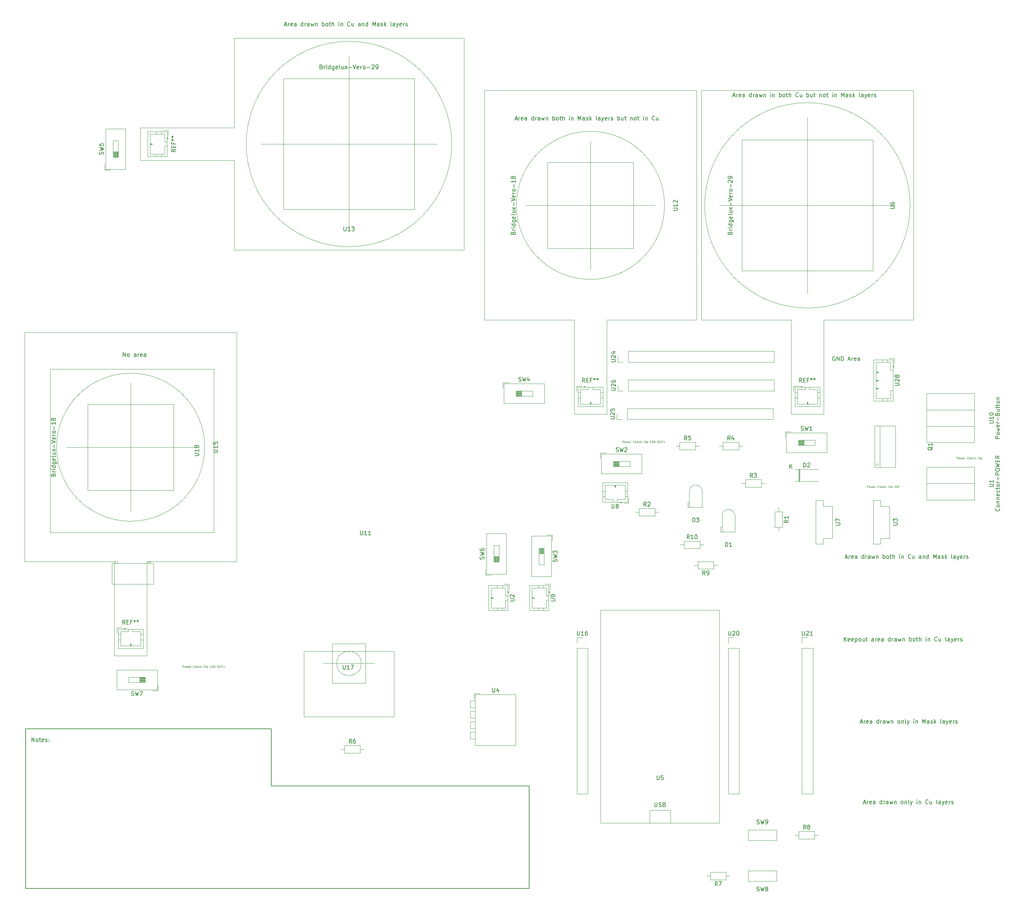
<source format=gbr>
%TF.GenerationSoftware,KiCad,Pcbnew,5.1.6-c6e7f7d~87~ubuntu19.10.1*%
%TF.CreationDate,2020-10-16T11:06:17+02:00*%
%TF.ProjectId,ariadne,61726961-646e-4652-9e6b-696361645f70,rev?*%
%TF.SameCoordinates,Original*%
%TF.FileFunction,Legend,Top*%
%TF.FilePolarity,Positive*%
%FSLAX46Y46*%
G04 Gerber Fmt 4.6, Leading zero omitted, Abs format (unit mm)*
G04 Created by KiCad (PCBNEW 5.1.6-c6e7f7d~87~ubuntu19.10.1) date 2020-10-16 11:06:17*
%MOMM*%
%LPD*%
G01*
G04 APERTURE LIST*
%ADD10C,0.125000*%
%ADD11C,0.150000*%
%ADD12C,0.120000*%
G04 APERTURE END LIST*
D10*
X235583333Y-151026190D02*
X235583333Y-150526190D01*
X235773809Y-150526190D01*
X235821428Y-150550000D01*
X235845238Y-150573809D01*
X235869047Y-150621428D01*
X235869047Y-150692857D01*
X235845238Y-150740476D01*
X235821428Y-150764285D01*
X235773809Y-150788095D01*
X235583333Y-150788095D01*
X236154761Y-151026190D02*
X236107142Y-151002380D01*
X236083333Y-150978571D01*
X236059523Y-150930952D01*
X236059523Y-150788095D01*
X236083333Y-150740476D01*
X236107142Y-150716666D01*
X236154761Y-150692857D01*
X236226190Y-150692857D01*
X236273809Y-150716666D01*
X236297619Y-150740476D01*
X236321428Y-150788095D01*
X236321428Y-150930952D01*
X236297619Y-150978571D01*
X236273809Y-151002380D01*
X236226190Y-151026190D01*
X236154761Y-151026190D01*
X236488095Y-150692857D02*
X236583333Y-151026190D01*
X236678571Y-150788095D01*
X236773809Y-151026190D01*
X236869047Y-150692857D01*
X237250000Y-151002380D02*
X237202380Y-151026190D01*
X237107142Y-151026190D01*
X237059523Y-151002380D01*
X237035714Y-150954761D01*
X237035714Y-150764285D01*
X237059523Y-150716666D01*
X237107142Y-150692857D01*
X237202380Y-150692857D01*
X237250000Y-150716666D01*
X237273809Y-150764285D01*
X237273809Y-150811904D01*
X237035714Y-150859523D01*
X237488095Y-151026190D02*
X237488095Y-150692857D01*
X237488095Y-150788095D02*
X237511904Y-150740476D01*
X237535714Y-150716666D01*
X237583333Y-150692857D01*
X237630952Y-150692857D01*
X238464285Y-150978571D02*
X238440476Y-151002380D01*
X238369047Y-151026190D01*
X238321428Y-151026190D01*
X238250000Y-151002380D01*
X238202380Y-150954761D01*
X238178571Y-150907142D01*
X238154761Y-150811904D01*
X238154761Y-150740476D01*
X238178571Y-150645238D01*
X238202380Y-150597619D01*
X238250000Y-150550000D01*
X238321428Y-150526190D01*
X238369047Y-150526190D01*
X238440476Y-150550000D01*
X238464285Y-150573809D01*
X238678571Y-151026190D02*
X238678571Y-150526190D01*
X238892857Y-151026190D02*
X238892857Y-150764285D01*
X238869047Y-150716666D01*
X238821428Y-150692857D01*
X238750000Y-150692857D01*
X238702380Y-150716666D01*
X238678571Y-150740476D01*
X239321428Y-151002380D02*
X239273809Y-151026190D01*
X239178571Y-151026190D01*
X239130952Y-151002380D01*
X239107142Y-150954761D01*
X239107142Y-150764285D01*
X239130952Y-150716666D01*
X239178571Y-150692857D01*
X239273809Y-150692857D01*
X239321428Y-150716666D01*
X239345238Y-150764285D01*
X239345238Y-150811904D01*
X239107142Y-150859523D01*
X239773809Y-151002380D02*
X239726190Y-151026190D01*
X239630952Y-151026190D01*
X239583333Y-151002380D01*
X239559523Y-150978571D01*
X239535714Y-150930952D01*
X239535714Y-150788095D01*
X239559523Y-150740476D01*
X239583333Y-150716666D01*
X239630952Y-150692857D01*
X239726190Y-150692857D01*
X239773809Y-150716666D01*
X239988095Y-151026190D02*
X239988095Y-150526190D01*
X240035714Y-150835714D02*
X240178571Y-151026190D01*
X240178571Y-150692857D02*
X239988095Y-150883333D01*
X240702380Y-150526190D02*
X240869047Y-151026190D01*
X241035714Y-150526190D01*
X241202380Y-151026190D02*
X241202380Y-150692857D01*
X241202380Y-150526190D02*
X241178571Y-150550000D01*
X241202380Y-150573809D01*
X241226190Y-150550000D01*
X241202380Y-150526190D01*
X241202380Y-150573809D01*
X241654761Y-151026190D02*
X241654761Y-150764285D01*
X241630952Y-150716666D01*
X241583333Y-150692857D01*
X241488095Y-150692857D01*
X241440476Y-150716666D01*
X241654761Y-151002380D02*
X241607142Y-151026190D01*
X241488095Y-151026190D01*
X241440476Y-151002380D01*
X241416666Y-150954761D01*
X241416666Y-150907142D01*
X241440476Y-150859523D01*
X241488095Y-150835714D01*
X241607142Y-150835714D01*
X241654761Y-150811904D01*
X242535714Y-151026190D02*
X242250000Y-151026190D01*
X242392857Y-151026190D02*
X242392857Y-150526190D01*
X242345238Y-150597619D01*
X242297619Y-150645238D01*
X242250000Y-150669047D01*
X242726190Y-150573809D02*
X242750000Y-150550000D01*
X242797619Y-150526190D01*
X242916666Y-150526190D01*
X242964285Y-150550000D01*
X242988095Y-150573809D01*
X243011904Y-150621428D01*
X243011904Y-150669047D01*
X242988095Y-150740476D01*
X242702380Y-151026190D01*
X243011904Y-151026190D01*
X243154761Y-150526190D02*
X243321428Y-151026190D01*
X243488095Y-150526190D01*
X68357142Y-195026190D02*
X68357142Y-194526190D01*
X68547619Y-194526190D01*
X68595238Y-194550000D01*
X68619047Y-194573809D01*
X68642857Y-194621428D01*
X68642857Y-194692857D01*
X68619047Y-194740476D01*
X68595238Y-194764285D01*
X68547619Y-194788095D01*
X68357142Y-194788095D01*
X68928571Y-195026190D02*
X68880952Y-195002380D01*
X68857142Y-194978571D01*
X68833333Y-194930952D01*
X68833333Y-194788095D01*
X68857142Y-194740476D01*
X68880952Y-194716666D01*
X68928571Y-194692857D01*
X69000000Y-194692857D01*
X69047619Y-194716666D01*
X69071428Y-194740476D01*
X69095238Y-194788095D01*
X69095238Y-194930952D01*
X69071428Y-194978571D01*
X69047619Y-195002380D01*
X69000000Y-195026190D01*
X68928571Y-195026190D01*
X69261904Y-194692857D02*
X69357142Y-195026190D01*
X69452380Y-194788095D01*
X69547619Y-195026190D01*
X69642857Y-194692857D01*
X70023809Y-195002380D02*
X69976190Y-195026190D01*
X69880952Y-195026190D01*
X69833333Y-195002380D01*
X69809523Y-194954761D01*
X69809523Y-194764285D01*
X69833333Y-194716666D01*
X69880952Y-194692857D01*
X69976190Y-194692857D01*
X70023809Y-194716666D01*
X70047619Y-194764285D01*
X70047619Y-194811904D01*
X69809523Y-194859523D01*
X70261904Y-195026190D02*
X70261904Y-194692857D01*
X70261904Y-194788095D02*
X70285714Y-194740476D01*
X70309523Y-194716666D01*
X70357142Y-194692857D01*
X70404761Y-194692857D01*
X71238095Y-194978571D02*
X71214285Y-195002380D01*
X71142857Y-195026190D01*
X71095238Y-195026190D01*
X71023809Y-195002380D01*
X70976190Y-194954761D01*
X70952380Y-194907142D01*
X70928571Y-194811904D01*
X70928571Y-194740476D01*
X70952380Y-194645238D01*
X70976190Y-194597619D01*
X71023809Y-194550000D01*
X71095238Y-194526190D01*
X71142857Y-194526190D01*
X71214285Y-194550000D01*
X71238095Y-194573809D01*
X71452380Y-195026190D02*
X71452380Y-194526190D01*
X71666666Y-195026190D02*
X71666666Y-194764285D01*
X71642857Y-194716666D01*
X71595238Y-194692857D01*
X71523809Y-194692857D01*
X71476190Y-194716666D01*
X71452380Y-194740476D01*
X72095238Y-195002380D02*
X72047619Y-195026190D01*
X71952380Y-195026190D01*
X71904761Y-195002380D01*
X71880952Y-194954761D01*
X71880952Y-194764285D01*
X71904761Y-194716666D01*
X71952380Y-194692857D01*
X72047619Y-194692857D01*
X72095238Y-194716666D01*
X72119047Y-194764285D01*
X72119047Y-194811904D01*
X71880952Y-194859523D01*
X72547619Y-195002380D02*
X72500000Y-195026190D01*
X72404761Y-195026190D01*
X72357142Y-195002380D01*
X72333333Y-194978571D01*
X72309523Y-194930952D01*
X72309523Y-194788095D01*
X72333333Y-194740476D01*
X72357142Y-194716666D01*
X72404761Y-194692857D01*
X72500000Y-194692857D01*
X72547619Y-194716666D01*
X72761904Y-195026190D02*
X72761904Y-194526190D01*
X72809523Y-194835714D02*
X72952380Y-195026190D01*
X72952380Y-194692857D02*
X72761904Y-194883333D01*
X73476190Y-194526190D02*
X73642857Y-195026190D01*
X73809523Y-194526190D01*
X73976190Y-195026190D02*
X73976190Y-194692857D01*
X73976190Y-194526190D02*
X73952380Y-194550000D01*
X73976190Y-194573809D01*
X74000000Y-194550000D01*
X73976190Y-194526190D01*
X73976190Y-194573809D01*
X74428571Y-195026190D02*
X74428571Y-194764285D01*
X74404761Y-194716666D01*
X74357142Y-194692857D01*
X74261904Y-194692857D01*
X74214285Y-194716666D01*
X74428571Y-195002380D02*
X74380952Y-195026190D01*
X74261904Y-195026190D01*
X74214285Y-195002380D01*
X74190476Y-194954761D01*
X74190476Y-194907142D01*
X74214285Y-194859523D01*
X74261904Y-194835714D01*
X74380952Y-194835714D01*
X74428571Y-194811904D01*
X75285714Y-195026190D02*
X75047619Y-195026190D01*
X75047619Y-194526190D01*
X75452380Y-195026190D02*
X75452380Y-194526190D01*
X75571428Y-194526190D01*
X75642857Y-194550000D01*
X75690476Y-194597619D01*
X75714285Y-194645238D01*
X75738095Y-194740476D01*
X75738095Y-194811904D01*
X75714285Y-194907142D01*
X75690476Y-194954761D01*
X75642857Y-195002380D01*
X75571428Y-195026190D01*
X75452380Y-195026190D01*
X75952380Y-195026190D02*
X75952380Y-194526190D01*
X76071428Y-194526190D01*
X76142857Y-194550000D01*
X76190476Y-194597619D01*
X76214285Y-194645238D01*
X76238095Y-194740476D01*
X76238095Y-194811904D01*
X76214285Y-194907142D01*
X76190476Y-194954761D01*
X76142857Y-195002380D01*
X76071428Y-195026190D01*
X75952380Y-195026190D01*
X76928571Y-194526190D02*
X77023809Y-194526190D01*
X77071428Y-194550000D01*
X77119047Y-194597619D01*
X77142857Y-194692857D01*
X77142857Y-194859523D01*
X77119047Y-194954761D01*
X77071428Y-195002380D01*
X77023809Y-195026190D01*
X76928571Y-195026190D01*
X76880952Y-195002380D01*
X76833333Y-194954761D01*
X76809523Y-194859523D01*
X76809523Y-194692857D01*
X76833333Y-194597619D01*
X76880952Y-194550000D01*
X76928571Y-194526190D01*
X77357142Y-194526190D02*
X77357142Y-194930952D01*
X77380952Y-194978571D01*
X77404761Y-195002380D01*
X77452380Y-195026190D01*
X77547619Y-195026190D01*
X77595238Y-195002380D01*
X77619047Y-194978571D01*
X77642857Y-194930952D01*
X77642857Y-194526190D01*
X77809523Y-194526190D02*
X78095238Y-194526190D01*
X77952380Y-195026190D02*
X77952380Y-194526190D01*
X78261904Y-194835714D02*
X78642857Y-194835714D01*
X78452380Y-195026190D02*
X78452380Y-194645238D01*
X175833333Y-140026190D02*
X175833333Y-139526190D01*
X176023809Y-139526190D01*
X176071428Y-139550000D01*
X176095238Y-139573809D01*
X176119047Y-139621428D01*
X176119047Y-139692857D01*
X176095238Y-139740476D01*
X176071428Y-139764285D01*
X176023809Y-139788095D01*
X175833333Y-139788095D01*
X176404761Y-140026190D02*
X176357142Y-140002380D01*
X176333333Y-139978571D01*
X176309523Y-139930952D01*
X176309523Y-139788095D01*
X176333333Y-139740476D01*
X176357142Y-139716666D01*
X176404761Y-139692857D01*
X176476190Y-139692857D01*
X176523809Y-139716666D01*
X176547619Y-139740476D01*
X176571428Y-139788095D01*
X176571428Y-139930952D01*
X176547619Y-139978571D01*
X176523809Y-140002380D01*
X176476190Y-140026190D01*
X176404761Y-140026190D01*
X176738095Y-139692857D02*
X176833333Y-140026190D01*
X176928571Y-139788095D01*
X177023809Y-140026190D01*
X177119047Y-139692857D01*
X177500000Y-140002380D02*
X177452380Y-140026190D01*
X177357142Y-140026190D01*
X177309523Y-140002380D01*
X177285714Y-139954761D01*
X177285714Y-139764285D01*
X177309523Y-139716666D01*
X177357142Y-139692857D01*
X177452380Y-139692857D01*
X177500000Y-139716666D01*
X177523809Y-139764285D01*
X177523809Y-139811904D01*
X177285714Y-139859523D01*
X177738095Y-140026190D02*
X177738095Y-139692857D01*
X177738095Y-139788095D02*
X177761904Y-139740476D01*
X177785714Y-139716666D01*
X177833333Y-139692857D01*
X177880952Y-139692857D01*
X178714285Y-139978571D02*
X178690476Y-140002380D01*
X178619047Y-140026190D01*
X178571428Y-140026190D01*
X178500000Y-140002380D01*
X178452380Y-139954761D01*
X178428571Y-139907142D01*
X178404761Y-139811904D01*
X178404761Y-139740476D01*
X178428571Y-139645238D01*
X178452380Y-139597619D01*
X178500000Y-139550000D01*
X178571428Y-139526190D01*
X178619047Y-139526190D01*
X178690476Y-139550000D01*
X178714285Y-139573809D01*
X178928571Y-140026190D02*
X178928571Y-139526190D01*
X179142857Y-140026190D02*
X179142857Y-139764285D01*
X179119047Y-139716666D01*
X179071428Y-139692857D01*
X179000000Y-139692857D01*
X178952380Y-139716666D01*
X178928571Y-139740476D01*
X179571428Y-140002380D02*
X179523809Y-140026190D01*
X179428571Y-140026190D01*
X179380952Y-140002380D01*
X179357142Y-139954761D01*
X179357142Y-139764285D01*
X179380952Y-139716666D01*
X179428571Y-139692857D01*
X179523809Y-139692857D01*
X179571428Y-139716666D01*
X179595238Y-139764285D01*
X179595238Y-139811904D01*
X179357142Y-139859523D01*
X180023809Y-140002380D02*
X179976190Y-140026190D01*
X179880952Y-140026190D01*
X179833333Y-140002380D01*
X179809523Y-139978571D01*
X179785714Y-139930952D01*
X179785714Y-139788095D01*
X179809523Y-139740476D01*
X179833333Y-139716666D01*
X179880952Y-139692857D01*
X179976190Y-139692857D01*
X180023809Y-139716666D01*
X180238095Y-140026190D02*
X180238095Y-139526190D01*
X180285714Y-139835714D02*
X180428571Y-140026190D01*
X180428571Y-139692857D02*
X180238095Y-139883333D01*
X180952380Y-139526190D02*
X181119047Y-140026190D01*
X181285714Y-139526190D01*
X181452380Y-140026190D02*
X181452380Y-139692857D01*
X181452380Y-139526190D02*
X181428571Y-139550000D01*
X181452380Y-139573809D01*
X181476190Y-139550000D01*
X181452380Y-139526190D01*
X181452380Y-139573809D01*
X181904761Y-140026190D02*
X181904761Y-139764285D01*
X181880952Y-139716666D01*
X181833333Y-139692857D01*
X181738095Y-139692857D01*
X181690476Y-139716666D01*
X181904761Y-140002380D02*
X181857142Y-140026190D01*
X181738095Y-140026190D01*
X181690476Y-140002380D01*
X181666666Y-139954761D01*
X181666666Y-139907142D01*
X181690476Y-139859523D01*
X181738095Y-139835714D01*
X181857142Y-139835714D01*
X181904761Y-139811904D01*
X182738095Y-139692857D02*
X182738095Y-140026190D01*
X182619047Y-139502380D02*
X182500000Y-139859523D01*
X182809523Y-139859523D01*
X183238095Y-139526190D02*
X183000000Y-139526190D01*
X182976190Y-139764285D01*
X183000000Y-139740476D01*
X183047619Y-139716666D01*
X183166666Y-139716666D01*
X183214285Y-139740476D01*
X183238095Y-139764285D01*
X183261904Y-139811904D01*
X183261904Y-139930952D01*
X183238095Y-139978571D01*
X183214285Y-140002380D01*
X183166666Y-140026190D01*
X183047619Y-140026190D01*
X183000000Y-140002380D01*
X182976190Y-139978571D01*
X183642857Y-139764285D02*
X183714285Y-139788095D01*
X183738095Y-139811904D01*
X183761904Y-139859523D01*
X183761904Y-139930952D01*
X183738095Y-139978571D01*
X183714285Y-140002380D01*
X183666666Y-140026190D01*
X183476190Y-140026190D01*
X183476190Y-139526190D01*
X183642857Y-139526190D01*
X183690476Y-139550000D01*
X183714285Y-139573809D01*
X183738095Y-139621428D01*
X183738095Y-139669047D01*
X183714285Y-139716666D01*
X183690476Y-139740476D01*
X183642857Y-139764285D01*
X183476190Y-139764285D01*
X184452380Y-139526190D02*
X184547619Y-139526190D01*
X184595238Y-139550000D01*
X184642857Y-139597619D01*
X184666666Y-139692857D01*
X184666666Y-139859523D01*
X184642857Y-139954761D01*
X184595238Y-140002380D01*
X184547619Y-140026190D01*
X184452380Y-140026190D01*
X184404761Y-140002380D01*
X184357142Y-139954761D01*
X184333333Y-139859523D01*
X184333333Y-139692857D01*
X184357142Y-139597619D01*
X184404761Y-139550000D01*
X184452380Y-139526190D01*
X184880952Y-139526190D02*
X184880952Y-139930952D01*
X184904761Y-139978571D01*
X184928571Y-140002380D01*
X184976190Y-140026190D01*
X185071428Y-140026190D01*
X185119047Y-140002380D01*
X185142857Y-139978571D01*
X185166666Y-139930952D01*
X185166666Y-139526190D01*
X185333333Y-139526190D02*
X185619047Y-139526190D01*
X185476190Y-140026190D02*
X185476190Y-139526190D01*
X185785714Y-139835714D02*
X186166666Y-139835714D01*
X185976190Y-140026190D02*
X185976190Y-139645238D01*
D11*
X53838095Y-118952380D02*
X53838095Y-117952380D01*
X54409523Y-118952380D01*
X54409523Y-117952380D01*
X55028571Y-118952380D02*
X54933333Y-118904761D01*
X54885714Y-118857142D01*
X54838095Y-118761904D01*
X54838095Y-118476190D01*
X54885714Y-118380952D01*
X54933333Y-118333333D01*
X55028571Y-118285714D01*
X55171428Y-118285714D01*
X55266666Y-118333333D01*
X55314285Y-118380952D01*
X55361904Y-118476190D01*
X55361904Y-118761904D01*
X55314285Y-118857142D01*
X55266666Y-118904761D01*
X55171428Y-118952380D01*
X55028571Y-118952380D01*
X56980952Y-118952380D02*
X56980952Y-118428571D01*
X56933333Y-118333333D01*
X56838095Y-118285714D01*
X56647619Y-118285714D01*
X56552380Y-118333333D01*
X56980952Y-118904761D02*
X56885714Y-118952380D01*
X56647619Y-118952380D01*
X56552380Y-118904761D01*
X56504761Y-118809523D01*
X56504761Y-118714285D01*
X56552380Y-118619047D01*
X56647619Y-118571428D01*
X56885714Y-118571428D01*
X56980952Y-118523809D01*
X57457142Y-118952380D02*
X57457142Y-118285714D01*
X57457142Y-118476190D02*
X57504761Y-118380952D01*
X57552380Y-118333333D01*
X57647619Y-118285714D01*
X57742857Y-118285714D01*
X58457142Y-118904761D02*
X58361904Y-118952380D01*
X58171428Y-118952380D01*
X58076190Y-118904761D01*
X58028571Y-118809523D01*
X58028571Y-118428571D01*
X58076190Y-118333333D01*
X58171428Y-118285714D01*
X58361904Y-118285714D01*
X58457142Y-118333333D01*
X58504761Y-118428571D01*
X58504761Y-118523809D01*
X58028571Y-118619047D01*
X59361904Y-118952380D02*
X59361904Y-118428571D01*
X59314285Y-118333333D01*
X59219047Y-118285714D01*
X59028571Y-118285714D01*
X58933333Y-118333333D01*
X59361904Y-118904761D02*
X59266666Y-118952380D01*
X59028571Y-118952380D01*
X58933333Y-118904761D01*
X58885714Y-118809523D01*
X58885714Y-118714285D01*
X58933333Y-118619047D01*
X59028571Y-118571428D01*
X59266666Y-118571428D01*
X59361904Y-118523809D01*
D10*
X257464285Y-144026190D02*
X257464285Y-143526190D01*
X257654761Y-143526190D01*
X257702380Y-143550000D01*
X257726190Y-143573809D01*
X257750000Y-143621428D01*
X257750000Y-143692857D01*
X257726190Y-143740476D01*
X257702380Y-143764285D01*
X257654761Y-143788095D01*
X257464285Y-143788095D01*
X258035714Y-144026190D02*
X257988095Y-144002380D01*
X257964285Y-143978571D01*
X257940476Y-143930952D01*
X257940476Y-143788095D01*
X257964285Y-143740476D01*
X257988095Y-143716666D01*
X258035714Y-143692857D01*
X258107142Y-143692857D01*
X258154761Y-143716666D01*
X258178571Y-143740476D01*
X258202380Y-143788095D01*
X258202380Y-143930952D01*
X258178571Y-143978571D01*
X258154761Y-144002380D01*
X258107142Y-144026190D01*
X258035714Y-144026190D01*
X258369047Y-143692857D02*
X258464285Y-144026190D01*
X258559523Y-143788095D01*
X258654761Y-144026190D01*
X258750000Y-143692857D01*
X259130952Y-144002380D02*
X259083333Y-144026190D01*
X258988095Y-144026190D01*
X258940476Y-144002380D01*
X258916666Y-143954761D01*
X258916666Y-143764285D01*
X258940476Y-143716666D01*
X258988095Y-143692857D01*
X259083333Y-143692857D01*
X259130952Y-143716666D01*
X259154761Y-143764285D01*
X259154761Y-143811904D01*
X258916666Y-143859523D01*
X259369047Y-144026190D02*
X259369047Y-143692857D01*
X259369047Y-143788095D02*
X259392857Y-143740476D01*
X259416666Y-143716666D01*
X259464285Y-143692857D01*
X259511904Y-143692857D01*
X260345238Y-143978571D02*
X260321428Y-144002380D01*
X260250000Y-144026190D01*
X260202380Y-144026190D01*
X260130952Y-144002380D01*
X260083333Y-143954761D01*
X260059523Y-143907142D01*
X260035714Y-143811904D01*
X260035714Y-143740476D01*
X260059523Y-143645238D01*
X260083333Y-143597619D01*
X260130952Y-143550000D01*
X260202380Y-143526190D01*
X260250000Y-143526190D01*
X260321428Y-143550000D01*
X260345238Y-143573809D01*
X260559523Y-144026190D02*
X260559523Y-143526190D01*
X260773809Y-144026190D02*
X260773809Y-143764285D01*
X260750000Y-143716666D01*
X260702380Y-143692857D01*
X260630952Y-143692857D01*
X260583333Y-143716666D01*
X260559523Y-143740476D01*
X261202380Y-144002380D02*
X261154761Y-144026190D01*
X261059523Y-144026190D01*
X261011904Y-144002380D01*
X260988095Y-143954761D01*
X260988095Y-143764285D01*
X261011904Y-143716666D01*
X261059523Y-143692857D01*
X261154761Y-143692857D01*
X261202380Y-143716666D01*
X261226190Y-143764285D01*
X261226190Y-143811904D01*
X260988095Y-143859523D01*
X261654761Y-144002380D02*
X261607142Y-144026190D01*
X261511904Y-144026190D01*
X261464285Y-144002380D01*
X261440476Y-143978571D01*
X261416666Y-143930952D01*
X261416666Y-143788095D01*
X261440476Y-143740476D01*
X261464285Y-143716666D01*
X261511904Y-143692857D01*
X261607142Y-143692857D01*
X261654761Y-143716666D01*
X261869047Y-144026190D02*
X261869047Y-143526190D01*
X261916666Y-143835714D02*
X262059523Y-144026190D01*
X262059523Y-143692857D02*
X261869047Y-143883333D01*
X262583333Y-143526190D02*
X262750000Y-144026190D01*
X262916666Y-143526190D01*
X263083333Y-144026190D02*
X263083333Y-143692857D01*
X263083333Y-143526190D02*
X263059523Y-143550000D01*
X263083333Y-143573809D01*
X263107142Y-143550000D01*
X263083333Y-143526190D01*
X263083333Y-143573809D01*
X263535714Y-144026190D02*
X263535714Y-143764285D01*
X263511904Y-143716666D01*
X263464285Y-143692857D01*
X263369047Y-143692857D01*
X263321428Y-143716666D01*
X263535714Y-144002380D02*
X263488095Y-144026190D01*
X263369047Y-144026190D01*
X263321428Y-144002380D01*
X263297619Y-143954761D01*
X263297619Y-143907142D01*
X263321428Y-143859523D01*
X263369047Y-143835714D01*
X263488095Y-143835714D01*
X263535714Y-143811904D01*
D11*
X227738095Y-119000000D02*
X227642857Y-118952380D01*
X227500000Y-118952380D01*
X227357142Y-119000000D01*
X227261904Y-119095238D01*
X227214285Y-119190476D01*
X227166666Y-119380952D01*
X227166666Y-119523809D01*
X227214285Y-119714285D01*
X227261904Y-119809523D01*
X227357142Y-119904761D01*
X227500000Y-119952380D01*
X227595238Y-119952380D01*
X227738095Y-119904761D01*
X227785714Y-119857142D01*
X227785714Y-119523809D01*
X227595238Y-119523809D01*
X228214285Y-119952380D02*
X228214285Y-118952380D01*
X228785714Y-119952380D01*
X228785714Y-118952380D01*
X229261904Y-119952380D02*
X229261904Y-118952380D01*
X229500000Y-118952380D01*
X229642857Y-119000000D01*
X229738095Y-119095238D01*
X229785714Y-119190476D01*
X229833333Y-119380952D01*
X229833333Y-119523809D01*
X229785714Y-119714285D01*
X229738095Y-119809523D01*
X229642857Y-119904761D01*
X229500000Y-119952380D01*
X229261904Y-119952380D01*
X230976190Y-119666666D02*
X231452380Y-119666666D01*
X230880952Y-119952380D02*
X231214285Y-118952380D01*
X231547619Y-119952380D01*
X231880952Y-119952380D02*
X231880952Y-119285714D01*
X231880952Y-119476190D02*
X231928571Y-119380952D01*
X231976190Y-119333333D01*
X232071428Y-119285714D01*
X232166666Y-119285714D01*
X232880952Y-119904761D02*
X232785714Y-119952380D01*
X232595238Y-119952380D01*
X232500000Y-119904761D01*
X232452380Y-119809523D01*
X232452380Y-119428571D01*
X232500000Y-119333333D01*
X232595238Y-119285714D01*
X232785714Y-119285714D01*
X232880952Y-119333333D01*
X232928571Y-119428571D01*
X232928571Y-119523809D01*
X232452380Y-119619047D01*
X233785714Y-119952380D02*
X233785714Y-119428571D01*
X233738095Y-119333333D01*
X233642857Y-119285714D01*
X233452380Y-119285714D01*
X233357142Y-119333333D01*
X233785714Y-119904761D02*
X233690476Y-119952380D01*
X233452380Y-119952380D01*
X233357142Y-119904761D01*
X233309523Y-119809523D01*
X233309523Y-119714285D01*
X233357142Y-119619047D01*
X233452380Y-119571428D01*
X233690476Y-119571428D01*
X233785714Y-119523809D01*
X234747619Y-228066666D02*
X235223809Y-228066666D01*
X234652380Y-228352380D02*
X234985714Y-227352380D01*
X235319047Y-228352380D01*
X235652380Y-228352380D02*
X235652380Y-227685714D01*
X235652380Y-227876190D02*
X235700000Y-227780952D01*
X235747619Y-227733333D01*
X235842857Y-227685714D01*
X235938095Y-227685714D01*
X236652380Y-228304761D02*
X236557142Y-228352380D01*
X236366666Y-228352380D01*
X236271428Y-228304761D01*
X236223809Y-228209523D01*
X236223809Y-227828571D01*
X236271428Y-227733333D01*
X236366666Y-227685714D01*
X236557142Y-227685714D01*
X236652380Y-227733333D01*
X236700000Y-227828571D01*
X236700000Y-227923809D01*
X236223809Y-228019047D01*
X237557142Y-228352380D02*
X237557142Y-227828571D01*
X237509523Y-227733333D01*
X237414285Y-227685714D01*
X237223809Y-227685714D01*
X237128571Y-227733333D01*
X237557142Y-228304761D02*
X237461904Y-228352380D01*
X237223809Y-228352380D01*
X237128571Y-228304761D01*
X237080952Y-228209523D01*
X237080952Y-228114285D01*
X237128571Y-228019047D01*
X237223809Y-227971428D01*
X237461904Y-227971428D01*
X237557142Y-227923809D01*
X239223809Y-228352380D02*
X239223809Y-227352380D01*
X239223809Y-228304761D02*
X239128571Y-228352380D01*
X238938095Y-228352380D01*
X238842857Y-228304761D01*
X238795238Y-228257142D01*
X238747619Y-228161904D01*
X238747619Y-227876190D01*
X238795238Y-227780952D01*
X238842857Y-227733333D01*
X238938095Y-227685714D01*
X239128571Y-227685714D01*
X239223809Y-227733333D01*
X239700000Y-228352380D02*
X239700000Y-227685714D01*
X239700000Y-227876190D02*
X239747619Y-227780952D01*
X239795238Y-227733333D01*
X239890476Y-227685714D01*
X239985714Y-227685714D01*
X240747619Y-228352380D02*
X240747619Y-227828571D01*
X240700000Y-227733333D01*
X240604761Y-227685714D01*
X240414285Y-227685714D01*
X240319047Y-227733333D01*
X240747619Y-228304761D02*
X240652380Y-228352380D01*
X240414285Y-228352380D01*
X240319047Y-228304761D01*
X240271428Y-228209523D01*
X240271428Y-228114285D01*
X240319047Y-228019047D01*
X240414285Y-227971428D01*
X240652380Y-227971428D01*
X240747619Y-227923809D01*
X241128571Y-227685714D02*
X241319047Y-228352380D01*
X241509523Y-227876190D01*
X241700000Y-228352380D01*
X241890476Y-227685714D01*
X242271428Y-227685714D02*
X242271428Y-228352380D01*
X242271428Y-227780952D02*
X242319047Y-227733333D01*
X242414285Y-227685714D01*
X242557142Y-227685714D01*
X242652380Y-227733333D01*
X242700000Y-227828571D01*
X242700000Y-228352380D01*
X244080952Y-228352380D02*
X243985714Y-228304761D01*
X243938095Y-228257142D01*
X243890476Y-228161904D01*
X243890476Y-227876190D01*
X243938095Y-227780952D01*
X243985714Y-227733333D01*
X244080952Y-227685714D01*
X244223809Y-227685714D01*
X244319047Y-227733333D01*
X244366666Y-227780952D01*
X244414285Y-227876190D01*
X244414285Y-228161904D01*
X244366666Y-228257142D01*
X244319047Y-228304761D01*
X244223809Y-228352380D01*
X244080952Y-228352380D01*
X244842857Y-227685714D02*
X244842857Y-228352380D01*
X244842857Y-227780952D02*
X244890476Y-227733333D01*
X244985714Y-227685714D01*
X245128571Y-227685714D01*
X245223809Y-227733333D01*
X245271428Y-227828571D01*
X245271428Y-228352380D01*
X245890476Y-228352380D02*
X245795238Y-228304761D01*
X245747619Y-228209523D01*
X245747619Y-227352380D01*
X246176190Y-227685714D02*
X246414285Y-228352380D01*
X246652380Y-227685714D02*
X246414285Y-228352380D01*
X246319047Y-228590476D01*
X246271428Y-228638095D01*
X246176190Y-228685714D01*
X247795238Y-228352380D02*
X247795238Y-227685714D01*
X247795238Y-227352380D02*
X247747619Y-227400000D01*
X247795238Y-227447619D01*
X247842857Y-227400000D01*
X247795238Y-227352380D01*
X247795238Y-227447619D01*
X248271428Y-227685714D02*
X248271428Y-228352380D01*
X248271428Y-227780952D02*
X248319047Y-227733333D01*
X248414285Y-227685714D01*
X248557142Y-227685714D01*
X248652380Y-227733333D01*
X248700000Y-227828571D01*
X248700000Y-228352380D01*
X250509523Y-228257142D02*
X250461904Y-228304761D01*
X250319047Y-228352380D01*
X250223809Y-228352380D01*
X250080952Y-228304761D01*
X249985714Y-228209523D01*
X249938095Y-228114285D01*
X249890476Y-227923809D01*
X249890476Y-227780952D01*
X249938095Y-227590476D01*
X249985714Y-227495238D01*
X250080952Y-227400000D01*
X250223809Y-227352380D01*
X250319047Y-227352380D01*
X250461904Y-227400000D01*
X250509523Y-227447619D01*
X251366666Y-227685714D02*
X251366666Y-228352380D01*
X250938095Y-227685714D02*
X250938095Y-228209523D01*
X250985714Y-228304761D01*
X251080952Y-228352380D01*
X251223809Y-228352380D01*
X251319047Y-228304761D01*
X251366666Y-228257142D01*
X252747619Y-228352380D02*
X252652380Y-228304761D01*
X252604761Y-228209523D01*
X252604761Y-227352380D01*
X253557142Y-228352380D02*
X253557142Y-227828571D01*
X253509523Y-227733333D01*
X253414285Y-227685714D01*
X253223809Y-227685714D01*
X253128571Y-227733333D01*
X253557142Y-228304761D02*
X253461904Y-228352380D01*
X253223809Y-228352380D01*
X253128571Y-228304761D01*
X253080952Y-228209523D01*
X253080952Y-228114285D01*
X253128571Y-228019047D01*
X253223809Y-227971428D01*
X253461904Y-227971428D01*
X253557142Y-227923809D01*
X253938095Y-227685714D02*
X254176190Y-228352380D01*
X254414285Y-227685714D02*
X254176190Y-228352380D01*
X254080952Y-228590476D01*
X254033333Y-228638095D01*
X253938095Y-228685714D01*
X255176190Y-228304761D02*
X255080952Y-228352380D01*
X254890476Y-228352380D01*
X254795238Y-228304761D01*
X254747619Y-228209523D01*
X254747619Y-227828571D01*
X254795238Y-227733333D01*
X254890476Y-227685714D01*
X255080952Y-227685714D01*
X255176190Y-227733333D01*
X255223809Y-227828571D01*
X255223809Y-227923809D01*
X254747619Y-228019047D01*
X255652380Y-228352380D02*
X255652380Y-227685714D01*
X255652380Y-227876190D02*
X255700000Y-227780952D01*
X255747619Y-227733333D01*
X255842857Y-227685714D01*
X255938095Y-227685714D01*
X256223809Y-228304761D02*
X256319047Y-228352380D01*
X256509523Y-228352380D01*
X256604761Y-228304761D01*
X256652380Y-228209523D01*
X256652380Y-228161904D01*
X256604761Y-228066666D01*
X256509523Y-228019047D01*
X256366666Y-228019047D01*
X256271428Y-227971428D01*
X256223809Y-227876190D01*
X256223809Y-227828571D01*
X256271428Y-227733333D01*
X256366666Y-227685714D01*
X256509523Y-227685714D01*
X256604761Y-227733333D01*
X233966666Y-208366666D02*
X234442857Y-208366666D01*
X233871428Y-208652380D02*
X234204761Y-207652380D01*
X234538095Y-208652380D01*
X234871428Y-208652380D02*
X234871428Y-207985714D01*
X234871428Y-208176190D02*
X234919047Y-208080952D01*
X234966666Y-208033333D01*
X235061904Y-207985714D01*
X235157142Y-207985714D01*
X235871428Y-208604761D02*
X235776190Y-208652380D01*
X235585714Y-208652380D01*
X235490476Y-208604761D01*
X235442857Y-208509523D01*
X235442857Y-208128571D01*
X235490476Y-208033333D01*
X235585714Y-207985714D01*
X235776190Y-207985714D01*
X235871428Y-208033333D01*
X235919047Y-208128571D01*
X235919047Y-208223809D01*
X235442857Y-208319047D01*
X236776190Y-208652380D02*
X236776190Y-208128571D01*
X236728571Y-208033333D01*
X236633333Y-207985714D01*
X236442857Y-207985714D01*
X236347619Y-208033333D01*
X236776190Y-208604761D02*
X236680952Y-208652380D01*
X236442857Y-208652380D01*
X236347619Y-208604761D01*
X236300000Y-208509523D01*
X236300000Y-208414285D01*
X236347619Y-208319047D01*
X236442857Y-208271428D01*
X236680952Y-208271428D01*
X236776190Y-208223809D01*
X238442857Y-208652380D02*
X238442857Y-207652380D01*
X238442857Y-208604761D02*
X238347619Y-208652380D01*
X238157142Y-208652380D01*
X238061904Y-208604761D01*
X238014285Y-208557142D01*
X237966666Y-208461904D01*
X237966666Y-208176190D01*
X238014285Y-208080952D01*
X238061904Y-208033333D01*
X238157142Y-207985714D01*
X238347619Y-207985714D01*
X238442857Y-208033333D01*
X238919047Y-208652380D02*
X238919047Y-207985714D01*
X238919047Y-208176190D02*
X238966666Y-208080952D01*
X239014285Y-208033333D01*
X239109523Y-207985714D01*
X239204761Y-207985714D01*
X239966666Y-208652380D02*
X239966666Y-208128571D01*
X239919047Y-208033333D01*
X239823809Y-207985714D01*
X239633333Y-207985714D01*
X239538095Y-208033333D01*
X239966666Y-208604761D02*
X239871428Y-208652380D01*
X239633333Y-208652380D01*
X239538095Y-208604761D01*
X239490476Y-208509523D01*
X239490476Y-208414285D01*
X239538095Y-208319047D01*
X239633333Y-208271428D01*
X239871428Y-208271428D01*
X239966666Y-208223809D01*
X240347619Y-207985714D02*
X240538095Y-208652380D01*
X240728571Y-208176190D01*
X240919047Y-208652380D01*
X241109523Y-207985714D01*
X241490476Y-207985714D02*
X241490476Y-208652380D01*
X241490476Y-208080952D02*
X241538095Y-208033333D01*
X241633333Y-207985714D01*
X241776190Y-207985714D01*
X241871428Y-208033333D01*
X241919047Y-208128571D01*
X241919047Y-208652380D01*
X243300000Y-208652380D02*
X243204761Y-208604761D01*
X243157142Y-208557142D01*
X243109523Y-208461904D01*
X243109523Y-208176190D01*
X243157142Y-208080952D01*
X243204761Y-208033333D01*
X243300000Y-207985714D01*
X243442857Y-207985714D01*
X243538095Y-208033333D01*
X243585714Y-208080952D01*
X243633333Y-208176190D01*
X243633333Y-208461904D01*
X243585714Y-208557142D01*
X243538095Y-208604761D01*
X243442857Y-208652380D01*
X243300000Y-208652380D01*
X244061904Y-207985714D02*
X244061904Y-208652380D01*
X244061904Y-208080952D02*
X244109523Y-208033333D01*
X244204761Y-207985714D01*
X244347619Y-207985714D01*
X244442857Y-208033333D01*
X244490476Y-208128571D01*
X244490476Y-208652380D01*
X245109523Y-208652380D02*
X245014285Y-208604761D01*
X244966666Y-208509523D01*
X244966666Y-207652380D01*
X245395238Y-207985714D02*
X245633333Y-208652380D01*
X245871428Y-207985714D02*
X245633333Y-208652380D01*
X245538095Y-208890476D01*
X245490476Y-208938095D01*
X245395238Y-208985714D01*
X247014285Y-208652380D02*
X247014285Y-207985714D01*
X247014285Y-207652380D02*
X246966666Y-207700000D01*
X247014285Y-207747619D01*
X247061904Y-207700000D01*
X247014285Y-207652380D01*
X247014285Y-207747619D01*
X247490476Y-207985714D02*
X247490476Y-208652380D01*
X247490476Y-208080952D02*
X247538095Y-208033333D01*
X247633333Y-207985714D01*
X247776190Y-207985714D01*
X247871428Y-208033333D01*
X247919047Y-208128571D01*
X247919047Y-208652380D01*
X249157142Y-208652380D02*
X249157142Y-207652380D01*
X249490476Y-208366666D01*
X249823809Y-207652380D01*
X249823809Y-208652380D01*
X250728571Y-208652380D02*
X250728571Y-208128571D01*
X250680952Y-208033333D01*
X250585714Y-207985714D01*
X250395238Y-207985714D01*
X250300000Y-208033333D01*
X250728571Y-208604761D02*
X250633333Y-208652380D01*
X250395238Y-208652380D01*
X250300000Y-208604761D01*
X250252380Y-208509523D01*
X250252380Y-208414285D01*
X250300000Y-208319047D01*
X250395238Y-208271428D01*
X250633333Y-208271428D01*
X250728571Y-208223809D01*
X251157142Y-208604761D02*
X251252380Y-208652380D01*
X251442857Y-208652380D01*
X251538095Y-208604761D01*
X251585714Y-208509523D01*
X251585714Y-208461904D01*
X251538095Y-208366666D01*
X251442857Y-208319047D01*
X251300000Y-208319047D01*
X251204761Y-208271428D01*
X251157142Y-208176190D01*
X251157142Y-208128571D01*
X251204761Y-208033333D01*
X251300000Y-207985714D01*
X251442857Y-207985714D01*
X251538095Y-208033333D01*
X252014285Y-208652380D02*
X252014285Y-207652380D01*
X252109523Y-208271428D02*
X252395238Y-208652380D01*
X252395238Y-207985714D02*
X252014285Y-208366666D01*
X253728571Y-208652380D02*
X253633333Y-208604761D01*
X253585714Y-208509523D01*
X253585714Y-207652380D01*
X254538095Y-208652380D02*
X254538095Y-208128571D01*
X254490476Y-208033333D01*
X254395238Y-207985714D01*
X254204761Y-207985714D01*
X254109523Y-208033333D01*
X254538095Y-208604761D02*
X254442857Y-208652380D01*
X254204761Y-208652380D01*
X254109523Y-208604761D01*
X254061904Y-208509523D01*
X254061904Y-208414285D01*
X254109523Y-208319047D01*
X254204761Y-208271428D01*
X254442857Y-208271428D01*
X254538095Y-208223809D01*
X254919047Y-207985714D02*
X255157142Y-208652380D01*
X255395238Y-207985714D02*
X255157142Y-208652380D01*
X255061904Y-208890476D01*
X255014285Y-208938095D01*
X254919047Y-208985714D01*
X256157142Y-208604761D02*
X256061904Y-208652380D01*
X255871428Y-208652380D01*
X255776190Y-208604761D01*
X255728571Y-208509523D01*
X255728571Y-208128571D01*
X255776190Y-208033333D01*
X255871428Y-207985714D01*
X256061904Y-207985714D01*
X256157142Y-208033333D01*
X256204761Y-208128571D01*
X256204761Y-208223809D01*
X255728571Y-208319047D01*
X256633333Y-208652380D02*
X256633333Y-207985714D01*
X256633333Y-208176190D02*
X256680952Y-208080952D01*
X256728571Y-208033333D01*
X256823809Y-207985714D01*
X256919047Y-207985714D01*
X257204761Y-208604761D02*
X257300000Y-208652380D01*
X257490476Y-208652380D01*
X257585714Y-208604761D01*
X257633333Y-208509523D01*
X257633333Y-208461904D01*
X257585714Y-208366666D01*
X257490476Y-208319047D01*
X257347619Y-208319047D01*
X257252380Y-208271428D01*
X257204761Y-208176190D01*
X257204761Y-208128571D01*
X257252380Y-208033333D01*
X257347619Y-207985714D01*
X257490476Y-207985714D01*
X257585714Y-208033333D01*
X202823809Y-55166666D02*
X203300000Y-55166666D01*
X202728571Y-55452380D02*
X203061904Y-54452380D01*
X203395238Y-55452380D01*
X203728571Y-55452380D02*
X203728571Y-54785714D01*
X203728571Y-54976190D02*
X203776190Y-54880952D01*
X203823809Y-54833333D01*
X203919047Y-54785714D01*
X204014285Y-54785714D01*
X204728571Y-55404761D02*
X204633333Y-55452380D01*
X204442857Y-55452380D01*
X204347619Y-55404761D01*
X204300000Y-55309523D01*
X204300000Y-54928571D01*
X204347619Y-54833333D01*
X204442857Y-54785714D01*
X204633333Y-54785714D01*
X204728571Y-54833333D01*
X204776190Y-54928571D01*
X204776190Y-55023809D01*
X204300000Y-55119047D01*
X205633333Y-55452380D02*
X205633333Y-54928571D01*
X205585714Y-54833333D01*
X205490476Y-54785714D01*
X205300000Y-54785714D01*
X205204761Y-54833333D01*
X205633333Y-55404761D02*
X205538095Y-55452380D01*
X205300000Y-55452380D01*
X205204761Y-55404761D01*
X205157142Y-55309523D01*
X205157142Y-55214285D01*
X205204761Y-55119047D01*
X205300000Y-55071428D01*
X205538095Y-55071428D01*
X205633333Y-55023809D01*
X207300000Y-55452380D02*
X207300000Y-54452380D01*
X207300000Y-55404761D02*
X207204761Y-55452380D01*
X207014285Y-55452380D01*
X206919047Y-55404761D01*
X206871428Y-55357142D01*
X206823809Y-55261904D01*
X206823809Y-54976190D01*
X206871428Y-54880952D01*
X206919047Y-54833333D01*
X207014285Y-54785714D01*
X207204761Y-54785714D01*
X207300000Y-54833333D01*
X207776190Y-55452380D02*
X207776190Y-54785714D01*
X207776190Y-54976190D02*
X207823809Y-54880952D01*
X207871428Y-54833333D01*
X207966666Y-54785714D01*
X208061904Y-54785714D01*
X208823809Y-55452380D02*
X208823809Y-54928571D01*
X208776190Y-54833333D01*
X208680952Y-54785714D01*
X208490476Y-54785714D01*
X208395238Y-54833333D01*
X208823809Y-55404761D02*
X208728571Y-55452380D01*
X208490476Y-55452380D01*
X208395238Y-55404761D01*
X208347619Y-55309523D01*
X208347619Y-55214285D01*
X208395238Y-55119047D01*
X208490476Y-55071428D01*
X208728571Y-55071428D01*
X208823809Y-55023809D01*
X209204761Y-54785714D02*
X209395238Y-55452380D01*
X209585714Y-54976190D01*
X209776190Y-55452380D01*
X209966666Y-54785714D01*
X210347619Y-54785714D02*
X210347619Y-55452380D01*
X210347619Y-54880952D02*
X210395238Y-54833333D01*
X210490476Y-54785714D01*
X210633333Y-54785714D01*
X210728571Y-54833333D01*
X210776190Y-54928571D01*
X210776190Y-55452380D01*
X212014285Y-55452380D02*
X212014285Y-54785714D01*
X212014285Y-54452380D02*
X211966666Y-54500000D01*
X212014285Y-54547619D01*
X212061904Y-54500000D01*
X212014285Y-54452380D01*
X212014285Y-54547619D01*
X212490476Y-54785714D02*
X212490476Y-55452380D01*
X212490476Y-54880952D02*
X212538095Y-54833333D01*
X212633333Y-54785714D01*
X212776190Y-54785714D01*
X212871428Y-54833333D01*
X212919047Y-54928571D01*
X212919047Y-55452380D01*
X214157142Y-55452380D02*
X214157142Y-54452380D01*
X214157142Y-54833333D02*
X214252380Y-54785714D01*
X214442857Y-54785714D01*
X214538095Y-54833333D01*
X214585714Y-54880952D01*
X214633333Y-54976190D01*
X214633333Y-55261904D01*
X214585714Y-55357142D01*
X214538095Y-55404761D01*
X214442857Y-55452380D01*
X214252380Y-55452380D01*
X214157142Y-55404761D01*
X215204761Y-55452380D02*
X215109523Y-55404761D01*
X215061904Y-55357142D01*
X215014285Y-55261904D01*
X215014285Y-54976190D01*
X215061904Y-54880952D01*
X215109523Y-54833333D01*
X215204761Y-54785714D01*
X215347619Y-54785714D01*
X215442857Y-54833333D01*
X215490476Y-54880952D01*
X215538095Y-54976190D01*
X215538095Y-55261904D01*
X215490476Y-55357142D01*
X215442857Y-55404761D01*
X215347619Y-55452380D01*
X215204761Y-55452380D01*
X215823809Y-54785714D02*
X216204761Y-54785714D01*
X215966666Y-54452380D02*
X215966666Y-55309523D01*
X216014285Y-55404761D01*
X216109523Y-55452380D01*
X216204761Y-55452380D01*
X216538095Y-55452380D02*
X216538095Y-54452380D01*
X216966666Y-55452380D02*
X216966666Y-54928571D01*
X216919047Y-54833333D01*
X216823809Y-54785714D01*
X216680952Y-54785714D01*
X216585714Y-54833333D01*
X216538095Y-54880952D01*
X218776190Y-55357142D02*
X218728571Y-55404761D01*
X218585714Y-55452380D01*
X218490476Y-55452380D01*
X218347619Y-55404761D01*
X218252380Y-55309523D01*
X218204761Y-55214285D01*
X218157142Y-55023809D01*
X218157142Y-54880952D01*
X218204761Y-54690476D01*
X218252380Y-54595238D01*
X218347619Y-54500000D01*
X218490476Y-54452380D01*
X218585714Y-54452380D01*
X218728571Y-54500000D01*
X218776190Y-54547619D01*
X219633333Y-54785714D02*
X219633333Y-55452380D01*
X219204761Y-54785714D02*
X219204761Y-55309523D01*
X219252380Y-55404761D01*
X219347619Y-55452380D01*
X219490476Y-55452380D01*
X219585714Y-55404761D01*
X219633333Y-55357142D01*
X220871428Y-55452380D02*
X220871428Y-54452380D01*
X220871428Y-54833333D02*
X220966666Y-54785714D01*
X221157142Y-54785714D01*
X221252380Y-54833333D01*
X221300000Y-54880952D01*
X221347619Y-54976190D01*
X221347619Y-55261904D01*
X221300000Y-55357142D01*
X221252380Y-55404761D01*
X221157142Y-55452380D01*
X220966666Y-55452380D01*
X220871428Y-55404761D01*
X222204761Y-54785714D02*
X222204761Y-55452380D01*
X221776190Y-54785714D02*
X221776190Y-55309523D01*
X221823809Y-55404761D01*
X221919047Y-55452380D01*
X222061904Y-55452380D01*
X222157142Y-55404761D01*
X222204761Y-55357142D01*
X222538095Y-54785714D02*
X222919047Y-54785714D01*
X222680952Y-54452380D02*
X222680952Y-55309523D01*
X222728571Y-55404761D01*
X222823809Y-55452380D01*
X222919047Y-55452380D01*
X224014285Y-54785714D02*
X224014285Y-55452380D01*
X224014285Y-54880952D02*
X224061904Y-54833333D01*
X224157142Y-54785714D01*
X224300000Y-54785714D01*
X224395238Y-54833333D01*
X224442857Y-54928571D01*
X224442857Y-55452380D01*
X225061904Y-55452380D02*
X224966666Y-55404761D01*
X224919047Y-55357142D01*
X224871428Y-55261904D01*
X224871428Y-54976190D01*
X224919047Y-54880952D01*
X224966666Y-54833333D01*
X225061904Y-54785714D01*
X225204761Y-54785714D01*
X225300000Y-54833333D01*
X225347619Y-54880952D01*
X225395238Y-54976190D01*
X225395238Y-55261904D01*
X225347619Y-55357142D01*
X225300000Y-55404761D01*
X225204761Y-55452380D01*
X225061904Y-55452380D01*
X225680952Y-54785714D02*
X226061904Y-54785714D01*
X225823809Y-54452380D02*
X225823809Y-55309523D01*
X225871428Y-55404761D01*
X225966666Y-55452380D01*
X226061904Y-55452380D01*
X227157142Y-55452380D02*
X227157142Y-54785714D01*
X227157142Y-54452380D02*
X227109523Y-54500000D01*
X227157142Y-54547619D01*
X227204761Y-54500000D01*
X227157142Y-54452380D01*
X227157142Y-54547619D01*
X227633333Y-54785714D02*
X227633333Y-55452380D01*
X227633333Y-54880952D02*
X227680952Y-54833333D01*
X227776190Y-54785714D01*
X227919047Y-54785714D01*
X228014285Y-54833333D01*
X228061904Y-54928571D01*
X228061904Y-55452380D01*
X229300000Y-55452380D02*
X229300000Y-54452380D01*
X229633333Y-55166666D01*
X229966666Y-54452380D01*
X229966666Y-55452380D01*
X230871428Y-55452380D02*
X230871428Y-54928571D01*
X230823809Y-54833333D01*
X230728571Y-54785714D01*
X230538095Y-54785714D01*
X230442857Y-54833333D01*
X230871428Y-55404761D02*
X230776190Y-55452380D01*
X230538095Y-55452380D01*
X230442857Y-55404761D01*
X230395238Y-55309523D01*
X230395238Y-55214285D01*
X230442857Y-55119047D01*
X230538095Y-55071428D01*
X230776190Y-55071428D01*
X230871428Y-55023809D01*
X231300000Y-55404761D02*
X231395238Y-55452380D01*
X231585714Y-55452380D01*
X231680952Y-55404761D01*
X231728571Y-55309523D01*
X231728571Y-55261904D01*
X231680952Y-55166666D01*
X231585714Y-55119047D01*
X231442857Y-55119047D01*
X231347619Y-55071428D01*
X231300000Y-54976190D01*
X231300000Y-54928571D01*
X231347619Y-54833333D01*
X231442857Y-54785714D01*
X231585714Y-54785714D01*
X231680952Y-54833333D01*
X232157142Y-55452380D02*
X232157142Y-54452380D01*
X232252380Y-55071428D02*
X232538095Y-55452380D01*
X232538095Y-54785714D02*
X232157142Y-55166666D01*
X233871428Y-55452380D02*
X233776190Y-55404761D01*
X233728571Y-55309523D01*
X233728571Y-54452380D01*
X234680952Y-55452380D02*
X234680952Y-54928571D01*
X234633333Y-54833333D01*
X234538095Y-54785714D01*
X234347619Y-54785714D01*
X234252380Y-54833333D01*
X234680952Y-55404761D02*
X234585714Y-55452380D01*
X234347619Y-55452380D01*
X234252380Y-55404761D01*
X234204761Y-55309523D01*
X234204761Y-55214285D01*
X234252380Y-55119047D01*
X234347619Y-55071428D01*
X234585714Y-55071428D01*
X234680952Y-55023809D01*
X235061904Y-54785714D02*
X235300000Y-55452380D01*
X235538095Y-54785714D02*
X235300000Y-55452380D01*
X235204761Y-55690476D01*
X235157142Y-55738095D01*
X235061904Y-55785714D01*
X236300000Y-55404761D02*
X236204761Y-55452380D01*
X236014285Y-55452380D01*
X235919047Y-55404761D01*
X235871428Y-55309523D01*
X235871428Y-54928571D01*
X235919047Y-54833333D01*
X236014285Y-54785714D01*
X236204761Y-54785714D01*
X236300000Y-54833333D01*
X236347619Y-54928571D01*
X236347619Y-55023809D01*
X235871428Y-55119047D01*
X236776190Y-55452380D02*
X236776190Y-54785714D01*
X236776190Y-54976190D02*
X236823809Y-54880952D01*
X236871428Y-54833333D01*
X236966666Y-54785714D01*
X237061904Y-54785714D01*
X237347619Y-55404761D02*
X237442857Y-55452380D01*
X237633333Y-55452380D01*
X237728571Y-55404761D01*
X237776190Y-55309523D01*
X237776190Y-55261904D01*
X237728571Y-55166666D01*
X237633333Y-55119047D01*
X237490476Y-55119047D01*
X237395238Y-55071428D01*
X237347619Y-54976190D01*
X237347619Y-54928571D01*
X237395238Y-54833333D01*
X237490476Y-54785714D01*
X237633333Y-54785714D01*
X237728571Y-54833333D01*
X229995238Y-188552380D02*
X229995238Y-187552380D01*
X230566666Y-188552380D02*
X230138095Y-187980952D01*
X230566666Y-187552380D02*
X229995238Y-188123809D01*
X231376190Y-188504761D02*
X231280952Y-188552380D01*
X231090476Y-188552380D01*
X230995238Y-188504761D01*
X230947619Y-188409523D01*
X230947619Y-188028571D01*
X230995238Y-187933333D01*
X231090476Y-187885714D01*
X231280952Y-187885714D01*
X231376190Y-187933333D01*
X231423809Y-188028571D01*
X231423809Y-188123809D01*
X230947619Y-188219047D01*
X232233333Y-188504761D02*
X232138095Y-188552380D01*
X231947619Y-188552380D01*
X231852380Y-188504761D01*
X231804761Y-188409523D01*
X231804761Y-188028571D01*
X231852380Y-187933333D01*
X231947619Y-187885714D01*
X232138095Y-187885714D01*
X232233333Y-187933333D01*
X232280952Y-188028571D01*
X232280952Y-188123809D01*
X231804761Y-188219047D01*
X232709523Y-187885714D02*
X232709523Y-188885714D01*
X232709523Y-187933333D02*
X232804761Y-187885714D01*
X232995238Y-187885714D01*
X233090476Y-187933333D01*
X233138095Y-187980952D01*
X233185714Y-188076190D01*
X233185714Y-188361904D01*
X233138095Y-188457142D01*
X233090476Y-188504761D01*
X232995238Y-188552380D01*
X232804761Y-188552380D01*
X232709523Y-188504761D01*
X233757142Y-188552380D02*
X233661904Y-188504761D01*
X233614285Y-188457142D01*
X233566666Y-188361904D01*
X233566666Y-188076190D01*
X233614285Y-187980952D01*
X233661904Y-187933333D01*
X233757142Y-187885714D01*
X233900000Y-187885714D01*
X233995238Y-187933333D01*
X234042857Y-187980952D01*
X234090476Y-188076190D01*
X234090476Y-188361904D01*
X234042857Y-188457142D01*
X233995238Y-188504761D01*
X233900000Y-188552380D01*
X233757142Y-188552380D01*
X234947619Y-187885714D02*
X234947619Y-188552380D01*
X234519047Y-187885714D02*
X234519047Y-188409523D01*
X234566666Y-188504761D01*
X234661904Y-188552380D01*
X234804761Y-188552380D01*
X234900000Y-188504761D01*
X234947619Y-188457142D01*
X235280952Y-187885714D02*
X235661904Y-187885714D01*
X235423809Y-187552380D02*
X235423809Y-188409523D01*
X235471428Y-188504761D01*
X235566666Y-188552380D01*
X235661904Y-188552380D01*
X237185714Y-188552380D02*
X237185714Y-188028571D01*
X237138095Y-187933333D01*
X237042857Y-187885714D01*
X236852380Y-187885714D01*
X236757142Y-187933333D01*
X237185714Y-188504761D02*
X237090476Y-188552380D01*
X236852380Y-188552380D01*
X236757142Y-188504761D01*
X236709523Y-188409523D01*
X236709523Y-188314285D01*
X236757142Y-188219047D01*
X236852380Y-188171428D01*
X237090476Y-188171428D01*
X237185714Y-188123809D01*
X237661904Y-188552380D02*
X237661904Y-187885714D01*
X237661904Y-188076190D02*
X237709523Y-187980952D01*
X237757142Y-187933333D01*
X237852380Y-187885714D01*
X237947619Y-187885714D01*
X238661904Y-188504761D02*
X238566666Y-188552380D01*
X238376190Y-188552380D01*
X238280952Y-188504761D01*
X238233333Y-188409523D01*
X238233333Y-188028571D01*
X238280952Y-187933333D01*
X238376190Y-187885714D01*
X238566666Y-187885714D01*
X238661904Y-187933333D01*
X238709523Y-188028571D01*
X238709523Y-188123809D01*
X238233333Y-188219047D01*
X239566666Y-188552380D02*
X239566666Y-188028571D01*
X239519047Y-187933333D01*
X239423809Y-187885714D01*
X239233333Y-187885714D01*
X239138095Y-187933333D01*
X239566666Y-188504761D02*
X239471428Y-188552380D01*
X239233333Y-188552380D01*
X239138095Y-188504761D01*
X239090476Y-188409523D01*
X239090476Y-188314285D01*
X239138095Y-188219047D01*
X239233333Y-188171428D01*
X239471428Y-188171428D01*
X239566666Y-188123809D01*
X241233333Y-188552380D02*
X241233333Y-187552380D01*
X241233333Y-188504761D02*
X241138095Y-188552380D01*
X240947619Y-188552380D01*
X240852380Y-188504761D01*
X240804761Y-188457142D01*
X240757142Y-188361904D01*
X240757142Y-188076190D01*
X240804761Y-187980952D01*
X240852380Y-187933333D01*
X240947619Y-187885714D01*
X241138095Y-187885714D01*
X241233333Y-187933333D01*
X241709523Y-188552380D02*
X241709523Y-187885714D01*
X241709523Y-188076190D02*
X241757142Y-187980952D01*
X241804761Y-187933333D01*
X241900000Y-187885714D01*
X241995238Y-187885714D01*
X242757142Y-188552380D02*
X242757142Y-188028571D01*
X242709523Y-187933333D01*
X242614285Y-187885714D01*
X242423809Y-187885714D01*
X242328571Y-187933333D01*
X242757142Y-188504761D02*
X242661904Y-188552380D01*
X242423809Y-188552380D01*
X242328571Y-188504761D01*
X242280952Y-188409523D01*
X242280952Y-188314285D01*
X242328571Y-188219047D01*
X242423809Y-188171428D01*
X242661904Y-188171428D01*
X242757142Y-188123809D01*
X243138095Y-187885714D02*
X243328571Y-188552380D01*
X243519047Y-188076190D01*
X243709523Y-188552380D01*
X243900000Y-187885714D01*
X244280952Y-187885714D02*
X244280952Y-188552380D01*
X244280952Y-187980952D02*
X244328571Y-187933333D01*
X244423809Y-187885714D01*
X244566666Y-187885714D01*
X244661904Y-187933333D01*
X244709523Y-188028571D01*
X244709523Y-188552380D01*
X245947619Y-188552380D02*
X245947619Y-187552380D01*
X245947619Y-187933333D02*
X246042857Y-187885714D01*
X246233333Y-187885714D01*
X246328571Y-187933333D01*
X246376190Y-187980952D01*
X246423809Y-188076190D01*
X246423809Y-188361904D01*
X246376190Y-188457142D01*
X246328571Y-188504761D01*
X246233333Y-188552380D01*
X246042857Y-188552380D01*
X245947619Y-188504761D01*
X246995238Y-188552380D02*
X246900000Y-188504761D01*
X246852380Y-188457142D01*
X246804761Y-188361904D01*
X246804761Y-188076190D01*
X246852380Y-187980952D01*
X246900000Y-187933333D01*
X246995238Y-187885714D01*
X247138095Y-187885714D01*
X247233333Y-187933333D01*
X247280952Y-187980952D01*
X247328571Y-188076190D01*
X247328571Y-188361904D01*
X247280952Y-188457142D01*
X247233333Y-188504761D01*
X247138095Y-188552380D01*
X246995238Y-188552380D01*
X247614285Y-187885714D02*
X247995238Y-187885714D01*
X247757142Y-187552380D02*
X247757142Y-188409523D01*
X247804761Y-188504761D01*
X247900000Y-188552380D01*
X247995238Y-188552380D01*
X248328571Y-188552380D02*
X248328571Y-187552380D01*
X248757142Y-188552380D02*
X248757142Y-188028571D01*
X248709523Y-187933333D01*
X248614285Y-187885714D01*
X248471428Y-187885714D01*
X248376190Y-187933333D01*
X248328571Y-187980952D01*
X249995238Y-188552380D02*
X249995238Y-187885714D01*
X249995238Y-187552380D02*
X249947619Y-187600000D01*
X249995238Y-187647619D01*
X250042857Y-187600000D01*
X249995238Y-187552380D01*
X249995238Y-187647619D01*
X250471428Y-187885714D02*
X250471428Y-188552380D01*
X250471428Y-187980952D02*
X250519047Y-187933333D01*
X250614285Y-187885714D01*
X250757142Y-187885714D01*
X250852380Y-187933333D01*
X250900000Y-188028571D01*
X250900000Y-188552380D01*
X252709523Y-188457142D02*
X252661904Y-188504761D01*
X252519047Y-188552380D01*
X252423809Y-188552380D01*
X252280952Y-188504761D01*
X252185714Y-188409523D01*
X252138095Y-188314285D01*
X252090476Y-188123809D01*
X252090476Y-187980952D01*
X252138095Y-187790476D01*
X252185714Y-187695238D01*
X252280952Y-187600000D01*
X252423809Y-187552380D01*
X252519047Y-187552380D01*
X252661904Y-187600000D01*
X252709523Y-187647619D01*
X253566666Y-187885714D02*
X253566666Y-188552380D01*
X253138095Y-187885714D02*
X253138095Y-188409523D01*
X253185714Y-188504761D01*
X253280952Y-188552380D01*
X253423809Y-188552380D01*
X253519047Y-188504761D01*
X253566666Y-188457142D01*
X254947619Y-188552380D02*
X254852380Y-188504761D01*
X254804761Y-188409523D01*
X254804761Y-187552380D01*
X255757142Y-188552380D02*
X255757142Y-188028571D01*
X255709523Y-187933333D01*
X255614285Y-187885714D01*
X255423809Y-187885714D01*
X255328571Y-187933333D01*
X255757142Y-188504761D02*
X255661904Y-188552380D01*
X255423809Y-188552380D01*
X255328571Y-188504761D01*
X255280952Y-188409523D01*
X255280952Y-188314285D01*
X255328571Y-188219047D01*
X255423809Y-188171428D01*
X255661904Y-188171428D01*
X255757142Y-188123809D01*
X256138095Y-187885714D02*
X256376190Y-188552380D01*
X256614285Y-187885714D02*
X256376190Y-188552380D01*
X256280952Y-188790476D01*
X256233333Y-188838095D01*
X256138095Y-188885714D01*
X257376190Y-188504761D02*
X257280952Y-188552380D01*
X257090476Y-188552380D01*
X256995238Y-188504761D01*
X256947619Y-188409523D01*
X256947619Y-188028571D01*
X256995238Y-187933333D01*
X257090476Y-187885714D01*
X257280952Y-187885714D01*
X257376190Y-187933333D01*
X257423809Y-188028571D01*
X257423809Y-188123809D01*
X256947619Y-188219047D01*
X257852380Y-188552380D02*
X257852380Y-187885714D01*
X257852380Y-188076190D02*
X257900000Y-187980952D01*
X257947619Y-187933333D01*
X258042857Y-187885714D01*
X258138095Y-187885714D01*
X258423809Y-188504761D02*
X258519047Y-188552380D01*
X258709523Y-188552380D01*
X258804761Y-188504761D01*
X258852380Y-188409523D01*
X258852380Y-188361904D01*
X258804761Y-188266666D01*
X258709523Y-188219047D01*
X258566666Y-188219047D01*
X258471428Y-188171428D01*
X258423809Y-188076190D01*
X258423809Y-188028571D01*
X258471428Y-187933333D01*
X258566666Y-187885714D01*
X258709523Y-187885714D01*
X258804761Y-187933333D01*
X230300000Y-168066666D02*
X230776190Y-168066666D01*
X230204761Y-168352380D02*
X230538095Y-167352380D01*
X230871428Y-168352380D01*
X231204761Y-168352380D02*
X231204761Y-167685714D01*
X231204761Y-167876190D02*
X231252380Y-167780952D01*
X231300000Y-167733333D01*
X231395238Y-167685714D01*
X231490476Y-167685714D01*
X232204761Y-168304761D02*
X232109523Y-168352380D01*
X231919047Y-168352380D01*
X231823809Y-168304761D01*
X231776190Y-168209523D01*
X231776190Y-167828571D01*
X231823809Y-167733333D01*
X231919047Y-167685714D01*
X232109523Y-167685714D01*
X232204761Y-167733333D01*
X232252380Y-167828571D01*
X232252380Y-167923809D01*
X231776190Y-168019047D01*
X233109523Y-168352380D02*
X233109523Y-167828571D01*
X233061904Y-167733333D01*
X232966666Y-167685714D01*
X232776190Y-167685714D01*
X232680952Y-167733333D01*
X233109523Y-168304761D02*
X233014285Y-168352380D01*
X232776190Y-168352380D01*
X232680952Y-168304761D01*
X232633333Y-168209523D01*
X232633333Y-168114285D01*
X232680952Y-168019047D01*
X232776190Y-167971428D01*
X233014285Y-167971428D01*
X233109523Y-167923809D01*
X234776190Y-168352380D02*
X234776190Y-167352380D01*
X234776190Y-168304761D02*
X234680952Y-168352380D01*
X234490476Y-168352380D01*
X234395238Y-168304761D01*
X234347619Y-168257142D01*
X234300000Y-168161904D01*
X234300000Y-167876190D01*
X234347619Y-167780952D01*
X234395238Y-167733333D01*
X234490476Y-167685714D01*
X234680952Y-167685714D01*
X234776190Y-167733333D01*
X235252380Y-168352380D02*
X235252380Y-167685714D01*
X235252380Y-167876190D02*
X235300000Y-167780952D01*
X235347619Y-167733333D01*
X235442857Y-167685714D01*
X235538095Y-167685714D01*
X236300000Y-168352380D02*
X236300000Y-167828571D01*
X236252380Y-167733333D01*
X236157142Y-167685714D01*
X235966666Y-167685714D01*
X235871428Y-167733333D01*
X236300000Y-168304761D02*
X236204761Y-168352380D01*
X235966666Y-168352380D01*
X235871428Y-168304761D01*
X235823809Y-168209523D01*
X235823809Y-168114285D01*
X235871428Y-168019047D01*
X235966666Y-167971428D01*
X236204761Y-167971428D01*
X236300000Y-167923809D01*
X236680952Y-167685714D02*
X236871428Y-168352380D01*
X237061904Y-167876190D01*
X237252380Y-168352380D01*
X237442857Y-167685714D01*
X237823809Y-167685714D02*
X237823809Y-168352380D01*
X237823809Y-167780952D02*
X237871428Y-167733333D01*
X237966666Y-167685714D01*
X238109523Y-167685714D01*
X238204761Y-167733333D01*
X238252380Y-167828571D01*
X238252380Y-168352380D01*
X239490476Y-168352380D02*
X239490476Y-167352380D01*
X239490476Y-167733333D02*
X239585714Y-167685714D01*
X239776190Y-167685714D01*
X239871428Y-167733333D01*
X239919047Y-167780952D01*
X239966666Y-167876190D01*
X239966666Y-168161904D01*
X239919047Y-168257142D01*
X239871428Y-168304761D01*
X239776190Y-168352380D01*
X239585714Y-168352380D01*
X239490476Y-168304761D01*
X240538095Y-168352380D02*
X240442857Y-168304761D01*
X240395238Y-168257142D01*
X240347619Y-168161904D01*
X240347619Y-167876190D01*
X240395238Y-167780952D01*
X240442857Y-167733333D01*
X240538095Y-167685714D01*
X240680952Y-167685714D01*
X240776190Y-167733333D01*
X240823809Y-167780952D01*
X240871428Y-167876190D01*
X240871428Y-168161904D01*
X240823809Y-168257142D01*
X240776190Y-168304761D01*
X240680952Y-168352380D01*
X240538095Y-168352380D01*
X241157142Y-167685714D02*
X241538095Y-167685714D01*
X241300000Y-167352380D02*
X241300000Y-168209523D01*
X241347619Y-168304761D01*
X241442857Y-168352380D01*
X241538095Y-168352380D01*
X241871428Y-168352380D02*
X241871428Y-167352380D01*
X242300000Y-168352380D02*
X242300000Y-167828571D01*
X242252380Y-167733333D01*
X242157142Y-167685714D01*
X242014285Y-167685714D01*
X241919047Y-167733333D01*
X241871428Y-167780952D01*
X243538095Y-168352380D02*
X243538095Y-167685714D01*
X243538095Y-167352380D02*
X243490476Y-167400000D01*
X243538095Y-167447619D01*
X243585714Y-167400000D01*
X243538095Y-167352380D01*
X243538095Y-167447619D01*
X244014285Y-167685714D02*
X244014285Y-168352380D01*
X244014285Y-167780952D02*
X244061904Y-167733333D01*
X244157142Y-167685714D01*
X244300000Y-167685714D01*
X244395238Y-167733333D01*
X244442857Y-167828571D01*
X244442857Y-168352380D01*
X246252380Y-168257142D02*
X246204761Y-168304761D01*
X246061904Y-168352380D01*
X245966666Y-168352380D01*
X245823809Y-168304761D01*
X245728571Y-168209523D01*
X245680952Y-168114285D01*
X245633333Y-167923809D01*
X245633333Y-167780952D01*
X245680952Y-167590476D01*
X245728571Y-167495238D01*
X245823809Y-167400000D01*
X245966666Y-167352380D01*
X246061904Y-167352380D01*
X246204761Y-167400000D01*
X246252380Y-167447619D01*
X247109523Y-167685714D02*
X247109523Y-168352380D01*
X246680952Y-167685714D02*
X246680952Y-168209523D01*
X246728571Y-168304761D01*
X246823809Y-168352380D01*
X246966666Y-168352380D01*
X247061904Y-168304761D01*
X247109523Y-168257142D01*
X248776190Y-168352380D02*
X248776190Y-167828571D01*
X248728571Y-167733333D01*
X248633333Y-167685714D01*
X248442857Y-167685714D01*
X248347619Y-167733333D01*
X248776190Y-168304761D02*
X248680952Y-168352380D01*
X248442857Y-168352380D01*
X248347619Y-168304761D01*
X248300000Y-168209523D01*
X248300000Y-168114285D01*
X248347619Y-168019047D01*
X248442857Y-167971428D01*
X248680952Y-167971428D01*
X248776190Y-167923809D01*
X249252380Y-167685714D02*
X249252380Y-168352380D01*
X249252380Y-167780952D02*
X249300000Y-167733333D01*
X249395238Y-167685714D01*
X249538095Y-167685714D01*
X249633333Y-167733333D01*
X249680952Y-167828571D01*
X249680952Y-168352380D01*
X250585714Y-168352380D02*
X250585714Y-167352380D01*
X250585714Y-168304761D02*
X250490476Y-168352380D01*
X250300000Y-168352380D01*
X250204761Y-168304761D01*
X250157142Y-168257142D01*
X250109523Y-168161904D01*
X250109523Y-167876190D01*
X250157142Y-167780952D01*
X250204761Y-167733333D01*
X250300000Y-167685714D01*
X250490476Y-167685714D01*
X250585714Y-167733333D01*
X251823809Y-168352380D02*
X251823809Y-167352380D01*
X252157142Y-168066666D01*
X252490476Y-167352380D01*
X252490476Y-168352380D01*
X253395238Y-168352380D02*
X253395238Y-167828571D01*
X253347619Y-167733333D01*
X253252380Y-167685714D01*
X253061904Y-167685714D01*
X252966666Y-167733333D01*
X253395238Y-168304761D02*
X253300000Y-168352380D01*
X253061904Y-168352380D01*
X252966666Y-168304761D01*
X252919047Y-168209523D01*
X252919047Y-168114285D01*
X252966666Y-168019047D01*
X253061904Y-167971428D01*
X253300000Y-167971428D01*
X253395238Y-167923809D01*
X253823809Y-168304761D02*
X253919047Y-168352380D01*
X254109523Y-168352380D01*
X254204761Y-168304761D01*
X254252380Y-168209523D01*
X254252380Y-168161904D01*
X254204761Y-168066666D01*
X254109523Y-168019047D01*
X253966666Y-168019047D01*
X253871428Y-167971428D01*
X253823809Y-167876190D01*
X253823809Y-167828571D01*
X253871428Y-167733333D01*
X253966666Y-167685714D01*
X254109523Y-167685714D01*
X254204761Y-167733333D01*
X254680952Y-168352380D02*
X254680952Y-167352380D01*
X254776190Y-167971428D02*
X255061904Y-168352380D01*
X255061904Y-167685714D02*
X254680952Y-168066666D01*
X256395238Y-168352380D02*
X256300000Y-168304761D01*
X256252380Y-168209523D01*
X256252380Y-167352380D01*
X257204761Y-168352380D02*
X257204761Y-167828571D01*
X257157142Y-167733333D01*
X257061904Y-167685714D01*
X256871428Y-167685714D01*
X256776190Y-167733333D01*
X257204761Y-168304761D02*
X257109523Y-168352380D01*
X256871428Y-168352380D01*
X256776190Y-168304761D01*
X256728571Y-168209523D01*
X256728571Y-168114285D01*
X256776190Y-168019047D01*
X256871428Y-167971428D01*
X257109523Y-167971428D01*
X257204761Y-167923809D01*
X257585714Y-167685714D02*
X257823809Y-168352380D01*
X258061904Y-167685714D02*
X257823809Y-168352380D01*
X257728571Y-168590476D01*
X257680952Y-168638095D01*
X257585714Y-168685714D01*
X258823809Y-168304761D02*
X258728571Y-168352380D01*
X258538095Y-168352380D01*
X258442857Y-168304761D01*
X258395238Y-168209523D01*
X258395238Y-167828571D01*
X258442857Y-167733333D01*
X258538095Y-167685714D01*
X258728571Y-167685714D01*
X258823809Y-167733333D01*
X258871428Y-167828571D01*
X258871428Y-167923809D01*
X258395238Y-168019047D01*
X259300000Y-168352380D02*
X259300000Y-167685714D01*
X259300000Y-167876190D02*
X259347619Y-167780952D01*
X259395238Y-167733333D01*
X259490476Y-167685714D01*
X259585714Y-167685714D01*
X259871428Y-168304761D02*
X259966666Y-168352380D01*
X260157142Y-168352380D01*
X260252380Y-168304761D01*
X260300000Y-168209523D01*
X260300000Y-168161904D01*
X260252380Y-168066666D01*
X260157142Y-168019047D01*
X260014285Y-168019047D01*
X259919047Y-167971428D01*
X259871428Y-167876190D01*
X259871428Y-167828571D01*
X259919047Y-167733333D01*
X260014285Y-167685714D01*
X260157142Y-167685714D01*
X260252380Y-167733333D01*
X149623809Y-60866666D02*
X150100000Y-60866666D01*
X149528571Y-61152380D02*
X149861904Y-60152380D01*
X150195238Y-61152380D01*
X150528571Y-61152380D02*
X150528571Y-60485714D01*
X150528571Y-60676190D02*
X150576190Y-60580952D01*
X150623809Y-60533333D01*
X150719047Y-60485714D01*
X150814285Y-60485714D01*
X151528571Y-61104761D02*
X151433333Y-61152380D01*
X151242857Y-61152380D01*
X151147619Y-61104761D01*
X151100000Y-61009523D01*
X151100000Y-60628571D01*
X151147619Y-60533333D01*
X151242857Y-60485714D01*
X151433333Y-60485714D01*
X151528571Y-60533333D01*
X151576190Y-60628571D01*
X151576190Y-60723809D01*
X151100000Y-60819047D01*
X152433333Y-61152380D02*
X152433333Y-60628571D01*
X152385714Y-60533333D01*
X152290476Y-60485714D01*
X152100000Y-60485714D01*
X152004761Y-60533333D01*
X152433333Y-61104761D02*
X152338095Y-61152380D01*
X152100000Y-61152380D01*
X152004761Y-61104761D01*
X151957142Y-61009523D01*
X151957142Y-60914285D01*
X152004761Y-60819047D01*
X152100000Y-60771428D01*
X152338095Y-60771428D01*
X152433333Y-60723809D01*
X154100000Y-61152380D02*
X154100000Y-60152380D01*
X154100000Y-61104761D02*
X154004761Y-61152380D01*
X153814285Y-61152380D01*
X153719047Y-61104761D01*
X153671428Y-61057142D01*
X153623809Y-60961904D01*
X153623809Y-60676190D01*
X153671428Y-60580952D01*
X153719047Y-60533333D01*
X153814285Y-60485714D01*
X154004761Y-60485714D01*
X154100000Y-60533333D01*
X154576190Y-61152380D02*
X154576190Y-60485714D01*
X154576190Y-60676190D02*
X154623809Y-60580952D01*
X154671428Y-60533333D01*
X154766666Y-60485714D01*
X154861904Y-60485714D01*
X155623809Y-61152380D02*
X155623809Y-60628571D01*
X155576190Y-60533333D01*
X155480952Y-60485714D01*
X155290476Y-60485714D01*
X155195238Y-60533333D01*
X155623809Y-61104761D02*
X155528571Y-61152380D01*
X155290476Y-61152380D01*
X155195238Y-61104761D01*
X155147619Y-61009523D01*
X155147619Y-60914285D01*
X155195238Y-60819047D01*
X155290476Y-60771428D01*
X155528571Y-60771428D01*
X155623809Y-60723809D01*
X156004761Y-60485714D02*
X156195238Y-61152380D01*
X156385714Y-60676190D01*
X156576190Y-61152380D01*
X156766666Y-60485714D01*
X157147619Y-60485714D02*
X157147619Y-61152380D01*
X157147619Y-60580952D02*
X157195238Y-60533333D01*
X157290476Y-60485714D01*
X157433333Y-60485714D01*
X157528571Y-60533333D01*
X157576190Y-60628571D01*
X157576190Y-61152380D01*
X158814285Y-61152380D02*
X158814285Y-60152380D01*
X158814285Y-60533333D02*
X158909523Y-60485714D01*
X159100000Y-60485714D01*
X159195238Y-60533333D01*
X159242857Y-60580952D01*
X159290476Y-60676190D01*
X159290476Y-60961904D01*
X159242857Y-61057142D01*
X159195238Y-61104761D01*
X159100000Y-61152380D01*
X158909523Y-61152380D01*
X158814285Y-61104761D01*
X159861904Y-61152380D02*
X159766666Y-61104761D01*
X159719047Y-61057142D01*
X159671428Y-60961904D01*
X159671428Y-60676190D01*
X159719047Y-60580952D01*
X159766666Y-60533333D01*
X159861904Y-60485714D01*
X160004761Y-60485714D01*
X160100000Y-60533333D01*
X160147619Y-60580952D01*
X160195238Y-60676190D01*
X160195238Y-60961904D01*
X160147619Y-61057142D01*
X160100000Y-61104761D01*
X160004761Y-61152380D01*
X159861904Y-61152380D01*
X160480952Y-60485714D02*
X160861904Y-60485714D01*
X160623809Y-60152380D02*
X160623809Y-61009523D01*
X160671428Y-61104761D01*
X160766666Y-61152380D01*
X160861904Y-61152380D01*
X161195238Y-61152380D02*
X161195238Y-60152380D01*
X161623809Y-61152380D02*
X161623809Y-60628571D01*
X161576190Y-60533333D01*
X161480952Y-60485714D01*
X161338095Y-60485714D01*
X161242857Y-60533333D01*
X161195238Y-60580952D01*
X162861904Y-61152380D02*
X162861904Y-60485714D01*
X162861904Y-60152380D02*
X162814285Y-60200000D01*
X162861904Y-60247619D01*
X162909523Y-60200000D01*
X162861904Y-60152380D01*
X162861904Y-60247619D01*
X163338095Y-60485714D02*
X163338095Y-61152380D01*
X163338095Y-60580952D02*
X163385714Y-60533333D01*
X163480952Y-60485714D01*
X163623809Y-60485714D01*
X163719047Y-60533333D01*
X163766666Y-60628571D01*
X163766666Y-61152380D01*
X165004761Y-61152380D02*
X165004761Y-60152380D01*
X165338095Y-60866666D01*
X165671428Y-60152380D01*
X165671428Y-61152380D01*
X166576190Y-61152380D02*
X166576190Y-60628571D01*
X166528571Y-60533333D01*
X166433333Y-60485714D01*
X166242857Y-60485714D01*
X166147619Y-60533333D01*
X166576190Y-61104761D02*
X166480952Y-61152380D01*
X166242857Y-61152380D01*
X166147619Y-61104761D01*
X166100000Y-61009523D01*
X166100000Y-60914285D01*
X166147619Y-60819047D01*
X166242857Y-60771428D01*
X166480952Y-60771428D01*
X166576190Y-60723809D01*
X167004761Y-61104761D02*
X167100000Y-61152380D01*
X167290476Y-61152380D01*
X167385714Y-61104761D01*
X167433333Y-61009523D01*
X167433333Y-60961904D01*
X167385714Y-60866666D01*
X167290476Y-60819047D01*
X167147619Y-60819047D01*
X167052380Y-60771428D01*
X167004761Y-60676190D01*
X167004761Y-60628571D01*
X167052380Y-60533333D01*
X167147619Y-60485714D01*
X167290476Y-60485714D01*
X167385714Y-60533333D01*
X167861904Y-61152380D02*
X167861904Y-60152380D01*
X167957142Y-60771428D02*
X168242857Y-61152380D01*
X168242857Y-60485714D02*
X167861904Y-60866666D01*
X169576190Y-61152380D02*
X169480952Y-61104761D01*
X169433333Y-61009523D01*
X169433333Y-60152380D01*
X170385714Y-61152380D02*
X170385714Y-60628571D01*
X170338095Y-60533333D01*
X170242857Y-60485714D01*
X170052380Y-60485714D01*
X169957142Y-60533333D01*
X170385714Y-61104761D02*
X170290476Y-61152380D01*
X170052380Y-61152380D01*
X169957142Y-61104761D01*
X169909523Y-61009523D01*
X169909523Y-60914285D01*
X169957142Y-60819047D01*
X170052380Y-60771428D01*
X170290476Y-60771428D01*
X170385714Y-60723809D01*
X170766666Y-60485714D02*
X171004761Y-61152380D01*
X171242857Y-60485714D02*
X171004761Y-61152380D01*
X170909523Y-61390476D01*
X170861904Y-61438095D01*
X170766666Y-61485714D01*
X172004761Y-61104761D02*
X171909523Y-61152380D01*
X171719047Y-61152380D01*
X171623809Y-61104761D01*
X171576190Y-61009523D01*
X171576190Y-60628571D01*
X171623809Y-60533333D01*
X171719047Y-60485714D01*
X171909523Y-60485714D01*
X172004761Y-60533333D01*
X172052380Y-60628571D01*
X172052380Y-60723809D01*
X171576190Y-60819047D01*
X172480952Y-61152380D02*
X172480952Y-60485714D01*
X172480952Y-60676190D02*
X172528571Y-60580952D01*
X172576190Y-60533333D01*
X172671428Y-60485714D01*
X172766666Y-60485714D01*
X173052380Y-61104761D02*
X173147619Y-61152380D01*
X173338095Y-61152380D01*
X173433333Y-61104761D01*
X173480952Y-61009523D01*
X173480952Y-60961904D01*
X173433333Y-60866666D01*
X173338095Y-60819047D01*
X173195238Y-60819047D01*
X173100000Y-60771428D01*
X173052380Y-60676190D01*
X173052380Y-60628571D01*
X173100000Y-60533333D01*
X173195238Y-60485714D01*
X173338095Y-60485714D01*
X173433333Y-60533333D01*
X174671428Y-61152380D02*
X174671428Y-60152380D01*
X174671428Y-60533333D02*
X174766666Y-60485714D01*
X174957142Y-60485714D01*
X175052380Y-60533333D01*
X175100000Y-60580952D01*
X175147619Y-60676190D01*
X175147619Y-60961904D01*
X175100000Y-61057142D01*
X175052380Y-61104761D01*
X174957142Y-61152380D01*
X174766666Y-61152380D01*
X174671428Y-61104761D01*
X176004761Y-60485714D02*
X176004761Y-61152380D01*
X175576190Y-60485714D02*
X175576190Y-61009523D01*
X175623809Y-61104761D01*
X175719047Y-61152380D01*
X175861904Y-61152380D01*
X175957142Y-61104761D01*
X176004761Y-61057142D01*
X176338095Y-60485714D02*
X176719047Y-60485714D01*
X176480952Y-60152380D02*
X176480952Y-61009523D01*
X176528571Y-61104761D01*
X176623809Y-61152380D01*
X176719047Y-61152380D01*
X177814285Y-60485714D02*
X177814285Y-61152380D01*
X177814285Y-60580952D02*
X177861904Y-60533333D01*
X177957142Y-60485714D01*
X178100000Y-60485714D01*
X178195238Y-60533333D01*
X178242857Y-60628571D01*
X178242857Y-61152380D01*
X178861904Y-61152380D02*
X178766666Y-61104761D01*
X178719047Y-61057142D01*
X178671428Y-60961904D01*
X178671428Y-60676190D01*
X178719047Y-60580952D01*
X178766666Y-60533333D01*
X178861904Y-60485714D01*
X179004761Y-60485714D01*
X179100000Y-60533333D01*
X179147619Y-60580952D01*
X179195238Y-60676190D01*
X179195238Y-60961904D01*
X179147619Y-61057142D01*
X179100000Y-61104761D01*
X179004761Y-61152380D01*
X178861904Y-61152380D01*
X179480952Y-60485714D02*
X179861904Y-60485714D01*
X179623809Y-60152380D02*
X179623809Y-61009523D01*
X179671428Y-61104761D01*
X179766666Y-61152380D01*
X179861904Y-61152380D01*
X180957142Y-61152380D02*
X180957142Y-60485714D01*
X180957142Y-60152380D02*
X180909523Y-60200000D01*
X180957142Y-60247619D01*
X181004761Y-60200000D01*
X180957142Y-60152380D01*
X180957142Y-60247619D01*
X181433333Y-60485714D02*
X181433333Y-61152380D01*
X181433333Y-60580952D02*
X181480952Y-60533333D01*
X181576190Y-60485714D01*
X181719047Y-60485714D01*
X181814285Y-60533333D01*
X181861904Y-60628571D01*
X181861904Y-61152380D01*
X183671428Y-61057142D02*
X183623809Y-61104761D01*
X183480952Y-61152380D01*
X183385714Y-61152380D01*
X183242857Y-61104761D01*
X183147619Y-61009523D01*
X183100000Y-60914285D01*
X183052380Y-60723809D01*
X183052380Y-60580952D01*
X183100000Y-60390476D01*
X183147619Y-60295238D01*
X183242857Y-60200000D01*
X183385714Y-60152380D01*
X183480952Y-60152380D01*
X183623809Y-60200000D01*
X183671428Y-60247619D01*
X184528571Y-60485714D02*
X184528571Y-61152380D01*
X184100000Y-60485714D02*
X184100000Y-61009523D01*
X184147619Y-61104761D01*
X184242857Y-61152380D01*
X184385714Y-61152380D01*
X184480952Y-61104761D01*
X184528571Y-61057142D01*
X31504761Y-213152380D02*
X31504761Y-212152380D01*
X32076190Y-213152380D01*
X32076190Y-212152380D01*
X32695238Y-213152380D02*
X32600000Y-213104761D01*
X32552380Y-213057142D01*
X32504761Y-212961904D01*
X32504761Y-212676190D01*
X32552380Y-212580952D01*
X32600000Y-212533333D01*
X32695238Y-212485714D01*
X32838095Y-212485714D01*
X32933333Y-212533333D01*
X32980952Y-212580952D01*
X33028571Y-212676190D01*
X33028571Y-212961904D01*
X32980952Y-213057142D01*
X32933333Y-213104761D01*
X32838095Y-213152380D01*
X32695238Y-213152380D01*
X33314285Y-212485714D02*
X33695238Y-212485714D01*
X33457142Y-212152380D02*
X33457142Y-213009523D01*
X33504761Y-213104761D01*
X33600000Y-213152380D01*
X33695238Y-213152380D01*
X34409523Y-213104761D02*
X34314285Y-213152380D01*
X34123809Y-213152380D01*
X34028571Y-213104761D01*
X33980952Y-213009523D01*
X33980952Y-212628571D01*
X34028571Y-212533333D01*
X34123809Y-212485714D01*
X34314285Y-212485714D01*
X34409523Y-212533333D01*
X34457142Y-212628571D01*
X34457142Y-212723809D01*
X33980952Y-212819047D01*
X34838095Y-213104761D02*
X34933333Y-213152380D01*
X35123809Y-213152380D01*
X35219047Y-213104761D01*
X35266666Y-213009523D01*
X35266666Y-212961904D01*
X35219047Y-212866666D01*
X35123809Y-212819047D01*
X34980952Y-212819047D01*
X34885714Y-212771428D01*
X34838095Y-212676190D01*
X34838095Y-212628571D01*
X34885714Y-212533333D01*
X34980952Y-212485714D01*
X35123809Y-212485714D01*
X35219047Y-212533333D01*
X35695238Y-213057142D02*
X35742857Y-213104761D01*
X35695238Y-213152380D01*
X35647619Y-213104761D01*
X35695238Y-213057142D01*
X35695238Y-213152380D01*
X35695238Y-212533333D02*
X35742857Y-212580952D01*
X35695238Y-212628571D01*
X35647619Y-212580952D01*
X35695238Y-212533333D01*
X35695238Y-212628571D01*
X93300000Y-37866666D02*
X93776190Y-37866666D01*
X93204761Y-38152380D02*
X93538095Y-37152380D01*
X93871428Y-38152380D01*
X94204761Y-38152380D02*
X94204761Y-37485714D01*
X94204761Y-37676190D02*
X94252380Y-37580952D01*
X94300000Y-37533333D01*
X94395238Y-37485714D01*
X94490476Y-37485714D01*
X95204761Y-38104761D02*
X95109523Y-38152380D01*
X94919047Y-38152380D01*
X94823809Y-38104761D01*
X94776190Y-38009523D01*
X94776190Y-37628571D01*
X94823809Y-37533333D01*
X94919047Y-37485714D01*
X95109523Y-37485714D01*
X95204761Y-37533333D01*
X95252380Y-37628571D01*
X95252380Y-37723809D01*
X94776190Y-37819047D01*
X96109523Y-38152380D02*
X96109523Y-37628571D01*
X96061904Y-37533333D01*
X95966666Y-37485714D01*
X95776190Y-37485714D01*
X95680952Y-37533333D01*
X96109523Y-38104761D02*
X96014285Y-38152380D01*
X95776190Y-38152380D01*
X95680952Y-38104761D01*
X95633333Y-38009523D01*
X95633333Y-37914285D01*
X95680952Y-37819047D01*
X95776190Y-37771428D01*
X96014285Y-37771428D01*
X96109523Y-37723809D01*
X97776190Y-38152380D02*
X97776190Y-37152380D01*
X97776190Y-38104761D02*
X97680952Y-38152380D01*
X97490476Y-38152380D01*
X97395238Y-38104761D01*
X97347619Y-38057142D01*
X97300000Y-37961904D01*
X97300000Y-37676190D01*
X97347619Y-37580952D01*
X97395238Y-37533333D01*
X97490476Y-37485714D01*
X97680952Y-37485714D01*
X97776190Y-37533333D01*
X98252380Y-38152380D02*
X98252380Y-37485714D01*
X98252380Y-37676190D02*
X98300000Y-37580952D01*
X98347619Y-37533333D01*
X98442857Y-37485714D01*
X98538095Y-37485714D01*
X99300000Y-38152380D02*
X99300000Y-37628571D01*
X99252380Y-37533333D01*
X99157142Y-37485714D01*
X98966666Y-37485714D01*
X98871428Y-37533333D01*
X99300000Y-38104761D02*
X99204761Y-38152380D01*
X98966666Y-38152380D01*
X98871428Y-38104761D01*
X98823809Y-38009523D01*
X98823809Y-37914285D01*
X98871428Y-37819047D01*
X98966666Y-37771428D01*
X99204761Y-37771428D01*
X99300000Y-37723809D01*
X99680952Y-37485714D02*
X99871428Y-38152380D01*
X100061904Y-37676190D01*
X100252380Y-38152380D01*
X100442857Y-37485714D01*
X100823809Y-37485714D02*
X100823809Y-38152380D01*
X100823809Y-37580952D02*
X100871428Y-37533333D01*
X100966666Y-37485714D01*
X101109523Y-37485714D01*
X101204761Y-37533333D01*
X101252380Y-37628571D01*
X101252380Y-38152380D01*
X102490476Y-38152380D02*
X102490476Y-37152380D01*
X102490476Y-37533333D02*
X102585714Y-37485714D01*
X102776190Y-37485714D01*
X102871428Y-37533333D01*
X102919047Y-37580952D01*
X102966666Y-37676190D01*
X102966666Y-37961904D01*
X102919047Y-38057142D01*
X102871428Y-38104761D01*
X102776190Y-38152380D01*
X102585714Y-38152380D01*
X102490476Y-38104761D01*
X103538095Y-38152380D02*
X103442857Y-38104761D01*
X103395238Y-38057142D01*
X103347619Y-37961904D01*
X103347619Y-37676190D01*
X103395238Y-37580952D01*
X103442857Y-37533333D01*
X103538095Y-37485714D01*
X103680952Y-37485714D01*
X103776190Y-37533333D01*
X103823809Y-37580952D01*
X103871428Y-37676190D01*
X103871428Y-37961904D01*
X103823809Y-38057142D01*
X103776190Y-38104761D01*
X103680952Y-38152380D01*
X103538095Y-38152380D01*
X104157142Y-37485714D02*
X104538095Y-37485714D01*
X104300000Y-37152380D02*
X104300000Y-38009523D01*
X104347619Y-38104761D01*
X104442857Y-38152380D01*
X104538095Y-38152380D01*
X104871428Y-38152380D02*
X104871428Y-37152380D01*
X105300000Y-38152380D02*
X105300000Y-37628571D01*
X105252380Y-37533333D01*
X105157142Y-37485714D01*
X105014285Y-37485714D01*
X104919047Y-37533333D01*
X104871428Y-37580952D01*
X106538095Y-38152380D02*
X106538095Y-37485714D01*
X106538095Y-37152380D02*
X106490476Y-37200000D01*
X106538095Y-37247619D01*
X106585714Y-37200000D01*
X106538095Y-37152380D01*
X106538095Y-37247619D01*
X107014285Y-37485714D02*
X107014285Y-38152380D01*
X107014285Y-37580952D02*
X107061904Y-37533333D01*
X107157142Y-37485714D01*
X107300000Y-37485714D01*
X107395238Y-37533333D01*
X107442857Y-37628571D01*
X107442857Y-38152380D01*
X109252380Y-38057142D02*
X109204761Y-38104761D01*
X109061904Y-38152380D01*
X108966666Y-38152380D01*
X108823809Y-38104761D01*
X108728571Y-38009523D01*
X108680952Y-37914285D01*
X108633333Y-37723809D01*
X108633333Y-37580952D01*
X108680952Y-37390476D01*
X108728571Y-37295238D01*
X108823809Y-37200000D01*
X108966666Y-37152380D01*
X109061904Y-37152380D01*
X109204761Y-37200000D01*
X109252380Y-37247619D01*
X110109523Y-37485714D02*
X110109523Y-38152380D01*
X109680952Y-37485714D02*
X109680952Y-38009523D01*
X109728571Y-38104761D01*
X109823809Y-38152380D01*
X109966666Y-38152380D01*
X110061904Y-38104761D01*
X110109523Y-38057142D01*
X111776190Y-38152380D02*
X111776190Y-37628571D01*
X111728571Y-37533333D01*
X111633333Y-37485714D01*
X111442857Y-37485714D01*
X111347619Y-37533333D01*
X111776190Y-38104761D02*
X111680952Y-38152380D01*
X111442857Y-38152380D01*
X111347619Y-38104761D01*
X111300000Y-38009523D01*
X111300000Y-37914285D01*
X111347619Y-37819047D01*
X111442857Y-37771428D01*
X111680952Y-37771428D01*
X111776190Y-37723809D01*
X112252380Y-37485714D02*
X112252380Y-38152380D01*
X112252380Y-37580952D02*
X112300000Y-37533333D01*
X112395238Y-37485714D01*
X112538095Y-37485714D01*
X112633333Y-37533333D01*
X112680952Y-37628571D01*
X112680952Y-38152380D01*
X113585714Y-38152380D02*
X113585714Y-37152380D01*
X113585714Y-38104761D02*
X113490476Y-38152380D01*
X113299999Y-38152380D01*
X113204761Y-38104761D01*
X113157142Y-38057142D01*
X113109523Y-37961904D01*
X113109523Y-37676190D01*
X113157142Y-37580952D01*
X113204761Y-37533333D01*
X113299999Y-37485714D01*
X113490476Y-37485714D01*
X113585714Y-37533333D01*
X114823809Y-38152380D02*
X114823809Y-37152380D01*
X115157142Y-37866666D01*
X115490476Y-37152380D01*
X115490476Y-38152380D01*
X116395238Y-38152380D02*
X116395238Y-37628571D01*
X116347619Y-37533333D01*
X116252380Y-37485714D01*
X116061904Y-37485714D01*
X115966666Y-37533333D01*
X116395238Y-38104761D02*
X116299999Y-38152380D01*
X116061904Y-38152380D01*
X115966666Y-38104761D01*
X115919047Y-38009523D01*
X115919047Y-37914285D01*
X115966666Y-37819047D01*
X116061904Y-37771428D01*
X116299999Y-37771428D01*
X116395238Y-37723809D01*
X116823809Y-38104761D02*
X116919047Y-38152380D01*
X117109523Y-38152380D01*
X117204761Y-38104761D01*
X117252380Y-38009523D01*
X117252380Y-37961904D01*
X117204761Y-37866666D01*
X117109523Y-37819047D01*
X116966666Y-37819047D01*
X116871428Y-37771428D01*
X116823809Y-37676190D01*
X116823809Y-37628571D01*
X116871428Y-37533333D01*
X116966666Y-37485714D01*
X117109523Y-37485714D01*
X117204761Y-37533333D01*
X117680952Y-38152380D02*
X117680952Y-37152380D01*
X117776190Y-37771428D02*
X118061904Y-38152380D01*
X118061904Y-37485714D02*
X117680952Y-37866666D01*
X119395238Y-38152380D02*
X119299999Y-38104761D01*
X119252380Y-38009523D01*
X119252380Y-37152380D01*
X120204761Y-38152380D02*
X120204761Y-37628571D01*
X120157142Y-37533333D01*
X120061904Y-37485714D01*
X119871428Y-37485714D01*
X119776190Y-37533333D01*
X120204761Y-38104761D02*
X120109523Y-38152380D01*
X119871428Y-38152380D01*
X119776190Y-38104761D01*
X119728571Y-38009523D01*
X119728571Y-37914285D01*
X119776190Y-37819047D01*
X119871428Y-37771428D01*
X120109523Y-37771428D01*
X120204761Y-37723809D01*
X120585714Y-37485714D02*
X120823809Y-38152380D01*
X121061904Y-37485714D02*
X120823809Y-38152380D01*
X120728571Y-38390476D01*
X120680952Y-38438095D01*
X120585714Y-38485714D01*
X121823809Y-38104761D02*
X121728571Y-38152380D01*
X121538095Y-38152380D01*
X121442857Y-38104761D01*
X121395238Y-38009523D01*
X121395238Y-37628571D01*
X121442857Y-37533333D01*
X121538095Y-37485714D01*
X121728571Y-37485714D01*
X121823809Y-37533333D01*
X121871428Y-37628571D01*
X121871428Y-37723809D01*
X121395238Y-37819047D01*
X122299999Y-38152380D02*
X122299999Y-37485714D01*
X122299999Y-37676190D02*
X122347619Y-37580952D01*
X122395238Y-37533333D01*
X122490476Y-37485714D01*
X122585714Y-37485714D01*
X122871428Y-38104761D02*
X122966666Y-38152380D01*
X123157142Y-38152380D01*
X123252380Y-38104761D01*
X123299999Y-38009523D01*
X123299999Y-37961904D01*
X123252380Y-37866666D01*
X123157142Y-37819047D01*
X123014285Y-37819047D01*
X122919047Y-37771428D01*
X122871428Y-37676190D01*
X122871428Y-37628571D01*
X122919047Y-37533333D01*
X123014285Y-37485714D01*
X123157142Y-37485714D01*
X123252380Y-37533333D01*
X90000000Y-224000000D02*
X90000000Y-210000000D01*
X153000000Y-224000000D02*
X90000000Y-224000000D01*
X153000000Y-227000000D02*
X153000000Y-224000000D01*
X153000000Y-249000000D02*
X153000000Y-227000000D01*
X90000000Y-249000000D02*
X153000000Y-249000000D01*
X30000000Y-249000000D02*
X30000000Y-210000000D01*
X90000000Y-249000000D02*
X30000000Y-249000000D01*
X30000000Y-210000000D02*
X90000000Y-210000000D01*
D12*
%TO.C,U6*%
X217940000Y-126460000D02*
X217940000Y-131180000D01*
X217940000Y-131180000D02*
X224060000Y-131180000D01*
X224060000Y-131180000D02*
X224060000Y-126460000D01*
X224060000Y-126460000D02*
X217940000Y-126460000D01*
X219700000Y-126460000D02*
X219700000Y-126260000D01*
X219700000Y-126260000D02*
X219400000Y-126260000D01*
X219400000Y-126260000D02*
X219400000Y-126460000D01*
X219700000Y-126360000D02*
X219400000Y-126360000D01*
X220500000Y-126460000D02*
X220500000Y-127070000D01*
X220500000Y-127070000D02*
X218550000Y-127070000D01*
X218550000Y-127070000D02*
X218550000Y-130570000D01*
X218550000Y-130570000D02*
X223450000Y-130570000D01*
X223450000Y-130570000D02*
X223450000Y-127070000D01*
X223450000Y-127070000D02*
X221500000Y-127070000D01*
X221500000Y-127070000D02*
X221500000Y-126460000D01*
X217940000Y-127770000D02*
X218550000Y-127770000D01*
X217940000Y-129070000D02*
X218550000Y-129070000D01*
X224060000Y-127770000D02*
X223450000Y-127770000D01*
X224060000Y-129070000D02*
X223450000Y-129070000D01*
X220900000Y-130570000D02*
X220900000Y-130070000D01*
X220900000Y-130070000D02*
X221100000Y-130070000D01*
X221100000Y-130070000D02*
X221100000Y-130570000D01*
X221000000Y-130570000D02*
X221000000Y-130070000D01*
X218890000Y-126160000D02*
X217640000Y-126160000D01*
X217640000Y-126160000D02*
X217640000Y-127410000D01*
X246100000Y-82000000D02*
G75*
G03*
X246100000Y-82000000I-25100000J0D01*
G01*
X205000000Y-98000000D02*
X205000000Y-66000000D01*
X205000000Y-98000000D02*
X237000000Y-98000000D01*
X237000000Y-98000000D02*
X237000000Y-66000000D01*
X237000000Y-66000000D02*
X205000000Y-66000000D01*
X242500000Y-82000000D02*
X199500000Y-82000000D01*
X221000000Y-103500000D02*
X221000000Y-60500000D01*
X225000000Y-133000000D02*
X217000000Y-133000000D01*
X217000000Y-133000000D02*
X217000000Y-110000000D01*
X217000000Y-110000000D02*
X195100000Y-110000000D01*
X195100000Y-110000000D02*
X195100000Y-53900000D01*
X195100000Y-53900000D02*
X246900000Y-53900000D01*
X246900000Y-53900000D02*
X246900000Y-110000000D01*
X246900000Y-110000000D02*
X225000000Y-110000000D01*
X225000000Y-110000000D02*
X225000000Y-133000000D01*
%TO.C,U12*%
X172000000Y-110000000D02*
X172000000Y-133000000D01*
X193900000Y-110000000D02*
X172000000Y-110000000D01*
X193900000Y-53900000D02*
X193900000Y-110000000D01*
X142100000Y-53900000D02*
X193900000Y-53900000D01*
X142100000Y-110000000D02*
X142100000Y-53900000D01*
X164000000Y-110000000D02*
X142100000Y-110000000D01*
X164000000Y-133000000D02*
X164000000Y-110000000D01*
X172000000Y-133000000D02*
X164000000Y-133000000D01*
X168000000Y-97700000D02*
X168000000Y-66300000D01*
X152300000Y-82000000D02*
X183700000Y-82000000D01*
X178500000Y-71500000D02*
X157500000Y-71500000D01*
X178500000Y-92500000D02*
X178500000Y-71500000D01*
X157500000Y-92500000D02*
X178500000Y-92500000D01*
X157500000Y-92500000D02*
X157500000Y-71500000D01*
X186100000Y-82000000D02*
G75*
G03*
X186100000Y-82000000I-18100000J0D01*
G01*
X164640000Y-126160000D02*
X164640000Y-127410000D01*
X165890000Y-126160000D02*
X164640000Y-126160000D01*
X168000000Y-130570000D02*
X168000000Y-130070000D01*
X168100000Y-130070000D02*
X168100000Y-130570000D01*
X167900000Y-130070000D02*
X168100000Y-130070000D01*
X167900000Y-130570000D02*
X167900000Y-130070000D01*
X171060000Y-129070000D02*
X170450000Y-129070000D01*
X171060000Y-127770000D02*
X170450000Y-127770000D01*
X164940000Y-129070000D02*
X165550000Y-129070000D01*
X164940000Y-127770000D02*
X165550000Y-127770000D01*
X168500000Y-127070000D02*
X168500000Y-126460000D01*
X170450000Y-127070000D02*
X168500000Y-127070000D01*
X170450000Y-130570000D02*
X170450000Y-127070000D01*
X165550000Y-130570000D02*
X170450000Y-130570000D01*
X165550000Y-127070000D02*
X165550000Y-130570000D01*
X167500000Y-127070000D02*
X165550000Y-127070000D01*
X167500000Y-126460000D02*
X167500000Y-127070000D01*
X166700000Y-126360000D02*
X166400000Y-126360000D01*
X166400000Y-126260000D02*
X166400000Y-126460000D01*
X166700000Y-126260000D02*
X166400000Y-126260000D01*
X166700000Y-126460000D02*
X166700000Y-126260000D01*
X171060000Y-126460000D02*
X164940000Y-126460000D01*
X171060000Y-131180000D02*
X171060000Y-126460000D01*
X164940000Y-131180000D02*
X171060000Y-131180000D01*
X164940000Y-126460000D02*
X164940000Y-131180000D01*
%TO.C,U15*%
X59660001Y-169139999D02*
X59660001Y-192139999D01*
X81560001Y-169139999D02*
X59660001Y-169139999D01*
X81560001Y-113039999D02*
X81560001Y-169139999D01*
X29760001Y-113039999D02*
X81560001Y-113039999D01*
X29760001Y-169139999D02*
X29760001Y-113039999D01*
X51660001Y-169139999D02*
X29760001Y-169139999D01*
X51660001Y-192139999D02*
X51660001Y-169139999D01*
X59660001Y-192139999D02*
X51660001Y-192139999D01*
X55660001Y-156839999D02*
X55660001Y-125439999D01*
X39960001Y-141139999D02*
X71360001Y-141139999D01*
X66160001Y-130639999D02*
X45160001Y-130639999D01*
X66160001Y-151639999D02*
X66160001Y-130639999D01*
X45160001Y-151639999D02*
X66160001Y-151639999D01*
X45160001Y-151639999D02*
X45160001Y-130639999D01*
X73760001Y-141139999D02*
G75*
G03*
X73760001Y-141139999I-18100000J0D01*
G01*
X52300001Y-185299999D02*
X52300001Y-186549999D01*
X53550001Y-185299999D02*
X52300001Y-185299999D01*
X55660001Y-189709999D02*
X55660001Y-189209999D01*
X55760001Y-189209999D02*
X55760001Y-189709999D01*
X55560001Y-189209999D02*
X55760001Y-189209999D01*
X55560001Y-189709999D02*
X55560001Y-189209999D01*
X58720001Y-188209999D02*
X58110001Y-188209999D01*
X58720001Y-186909999D02*
X58110001Y-186909999D01*
X52600001Y-188209999D02*
X53210001Y-188209999D01*
X52600001Y-186909999D02*
X53210001Y-186909999D01*
X56160001Y-186209999D02*
X56160001Y-185599999D01*
X58110001Y-186209999D02*
X56160001Y-186209999D01*
X58110001Y-189709999D02*
X58110001Y-186209999D01*
X53210001Y-189709999D02*
X58110001Y-189709999D01*
X53210001Y-186209999D02*
X53210001Y-189709999D01*
X55160001Y-186209999D02*
X53210001Y-186209999D01*
X55160001Y-185599999D02*
X55160001Y-186209999D01*
X54360001Y-185499999D02*
X54060001Y-185499999D01*
X54060001Y-185399999D02*
X54060001Y-185599999D01*
X54360001Y-185399999D02*
X54060001Y-185399999D01*
X54360001Y-185599999D02*
X54360001Y-185399999D01*
X58720001Y-185599999D02*
X52600001Y-185599999D01*
X58720001Y-190319999D02*
X58720001Y-185599999D01*
X52600001Y-190319999D02*
X58720001Y-190319999D01*
X52600001Y-185599999D02*
X52600001Y-190319999D01*
%TO.C,U13*%
X81000000Y-71000000D02*
X58000000Y-71000000D01*
X81000000Y-92900000D02*
X81000000Y-71000000D01*
X137100000Y-92900000D02*
X81000000Y-92900000D01*
X137100000Y-41100000D02*
X137100000Y-92900000D01*
X81000000Y-41100000D02*
X137100000Y-41100000D01*
X81000000Y-63000000D02*
X81000000Y-41100000D01*
X58000000Y-63000000D02*
X81000000Y-63000000D01*
X58000000Y-71000000D02*
X58000000Y-63000000D01*
X87500000Y-67000000D02*
X130500000Y-67000000D01*
X109000000Y-88500000D02*
X109000000Y-45500000D01*
X125000000Y-83000000D02*
X125000000Y-51000000D01*
X93000000Y-83000000D02*
X125000000Y-83000000D01*
X93000000Y-51000000D02*
X93000000Y-83000000D01*
X93000000Y-51000000D02*
X125000000Y-51000000D01*
X134100000Y-67000000D02*
G75*
G03*
X134100000Y-67000000I-25100000J0D01*
G01*
X64840000Y-63640000D02*
X63590000Y-63640000D01*
X64840000Y-64890000D02*
X64840000Y-63640000D01*
X60430000Y-67000000D02*
X60930000Y-67000000D01*
X60930000Y-67100000D02*
X60430000Y-67100000D01*
X60930000Y-66900000D02*
X60930000Y-67100000D01*
X60430000Y-66900000D02*
X60930000Y-66900000D01*
X61930000Y-70060000D02*
X61930000Y-69450000D01*
X63230000Y-70060000D02*
X63230000Y-69450000D01*
X61930000Y-63940000D02*
X61930000Y-64550000D01*
X63230000Y-63940000D02*
X63230000Y-64550000D01*
X63930000Y-67500000D02*
X64540000Y-67500000D01*
X63930000Y-69450000D02*
X63930000Y-67500000D01*
X60430000Y-69450000D02*
X63930000Y-69450000D01*
X60430000Y-64550000D02*
X60430000Y-69450000D01*
X63930000Y-64550000D02*
X60430000Y-64550000D01*
X63930000Y-66500000D02*
X63930000Y-64550000D01*
X64540000Y-66500000D02*
X63930000Y-66500000D01*
X64640000Y-65700000D02*
X64640000Y-65400000D01*
X64740000Y-65400000D02*
X64540000Y-65400000D01*
X64740000Y-65700000D02*
X64740000Y-65400000D01*
X64540000Y-65700000D02*
X64740000Y-65700000D01*
X64540000Y-70060000D02*
X64540000Y-63940000D01*
X59820000Y-70060000D02*
X64540000Y-70060000D01*
X59820000Y-63940000D02*
X59820000Y-70060000D01*
X64540000Y-63940000D02*
X59820000Y-63940000D01*
%TO.C,U18*%
X76000000Y-162000000D02*
X76000000Y-122000000D01*
X36000000Y-162000000D02*
X76000000Y-162000000D01*
X36000000Y-122000000D02*
X76000000Y-122000000D01*
X66000000Y-122000000D02*
X36000000Y-122000000D01*
X36000000Y-162000000D02*
X36000000Y-122000000D01*
X60000000Y-169000000D02*
X60000000Y-169508000D01*
X60508000Y-169000000D02*
X60000000Y-169000000D01*
X60508000Y-169254000D02*
X60508000Y-169000000D01*
X60508000Y-169482600D02*
X60508000Y-169254000D01*
X52380000Y-169000000D02*
X52380000Y-169508000D01*
X51872000Y-169000000D02*
X52380000Y-169000000D01*
X51872000Y-169508000D02*
X51872000Y-169000000D01*
X51110000Y-169508000D02*
X51110000Y-174588000D01*
X61270000Y-169508000D02*
X51110000Y-169508000D01*
X61270000Y-174588000D02*
X61270000Y-169508000D01*
X51110000Y-174588000D02*
X61270000Y-174588000D01*
%TO.C,D1*%
X200460000Y-161920000D02*
X200460000Y-161920000D01*
X200460000Y-161790000D02*
X200460000Y-161920000D01*
X200460000Y-161790000D02*
X200460000Y-161790000D01*
X200460000Y-161920000D02*
X200460000Y-161790000D01*
X203000000Y-161920000D02*
X203000000Y-161920000D01*
X203000000Y-161790000D02*
X203000000Y-161920000D01*
X203000000Y-161790000D02*
X203000000Y-161790000D01*
X203000000Y-161920000D02*
X203000000Y-161790000D01*
X200170000Y-161790000D02*
X199770000Y-161790000D01*
X200170000Y-160670000D02*
X200170000Y-161790000D01*
X199770000Y-160670000D02*
X200170000Y-160670000D01*
X199770000Y-161790000D02*
X199770000Y-160670000D01*
X203290000Y-161790000D02*
X200170000Y-161790000D01*
X200170000Y-161790000D02*
X200170000Y-157930000D01*
X203290000Y-161790000D02*
X203290000Y-157930000D01*
X200170000Y-157930000D02*
G75*
G02*
X203290000Y-157930000I1560000J0D01*
G01*
%TO.C,D2*%
X218870000Y-146530000D02*
X218870000Y-149470000D01*
X219110000Y-146530000D02*
X219110000Y-149470000D01*
X218990000Y-146530000D02*
X218990000Y-149470000D01*
X223530000Y-149470000D02*
X223530000Y-149340000D01*
X218090000Y-149470000D02*
X223530000Y-149470000D01*
X218090000Y-149340000D02*
X218090000Y-149470000D01*
X223530000Y-146530000D02*
X223530000Y-146660000D01*
X218090000Y-146530000D02*
X223530000Y-146530000D01*
X218090000Y-146660000D02*
X218090000Y-146530000D01*
%TO.C,D3*%
X195290000Y-155790000D02*
X195290000Y-151930000D01*
X192170000Y-155790000D02*
X192170000Y-151930000D01*
X195290000Y-155790000D02*
X192170000Y-155790000D01*
X191770000Y-155790000D02*
X191770000Y-154670000D01*
X191770000Y-154670000D02*
X192170000Y-154670000D01*
X192170000Y-154670000D02*
X192170000Y-155790000D01*
X192170000Y-155790000D02*
X191770000Y-155790000D01*
X195000000Y-155920000D02*
X195000000Y-155790000D01*
X195000000Y-155790000D02*
X195000000Y-155790000D01*
X195000000Y-155790000D02*
X195000000Y-155920000D01*
X195000000Y-155920000D02*
X195000000Y-155920000D01*
X192460000Y-155920000D02*
X192460000Y-155790000D01*
X192460000Y-155790000D02*
X192460000Y-155790000D01*
X192460000Y-155790000D02*
X192460000Y-155920000D01*
X192460000Y-155920000D02*
X192460000Y-155920000D01*
X192170000Y-151930000D02*
G75*
G02*
X195290000Y-151930000I1560000J0D01*
G01*
%TO.C,R1*%
X214000000Y-161680000D02*
X214000000Y-160730000D01*
X214000000Y-155940000D02*
X214000000Y-156890000D01*
X214920000Y-160730000D02*
X214920000Y-156890000D01*
X213080000Y-160730000D02*
X214920000Y-160730000D01*
X213080000Y-156890000D02*
X213080000Y-160730000D01*
X214920000Y-156890000D02*
X213080000Y-156890000D01*
%TO.C,R2*%
X184680000Y-157000000D02*
X183730000Y-157000000D01*
X178940000Y-157000000D02*
X179890000Y-157000000D01*
X183730000Y-156080000D02*
X179890000Y-156080000D01*
X183730000Y-157920000D02*
X183730000Y-156080000D01*
X179890000Y-157920000D02*
X183730000Y-157920000D01*
X179890000Y-156080000D02*
X179890000Y-157920000D01*
%TO.C,R3*%
X210680000Y-150000000D02*
X209730000Y-150000000D01*
X204940000Y-150000000D02*
X205890000Y-150000000D01*
X209730000Y-149080000D02*
X205890000Y-149080000D01*
X209730000Y-150920000D02*
X209730000Y-149080000D01*
X205890000Y-150920000D02*
X209730000Y-150920000D01*
X205890000Y-149080000D02*
X205890000Y-150920000D01*
%TO.C,R4*%
X200375001Y-139895001D02*
X200375001Y-141735001D01*
X200375001Y-141735001D02*
X204215001Y-141735001D01*
X204215001Y-141735001D02*
X204215001Y-139895001D01*
X204215001Y-139895001D02*
X200375001Y-139895001D01*
X199425001Y-140815001D02*
X200375001Y-140815001D01*
X205165001Y-140815001D02*
X204215001Y-140815001D01*
%TO.C,R5*%
X194595001Y-140815001D02*
X193645001Y-140815001D01*
X188855001Y-140815001D02*
X189805001Y-140815001D01*
X193645001Y-139895001D02*
X189805001Y-139895001D01*
X193645001Y-141735001D02*
X193645001Y-139895001D01*
X189805001Y-141735001D02*
X193645001Y-141735001D01*
X189805001Y-139895001D02*
X189805001Y-141735001D01*
%TO.C,R6*%
X107890000Y-214080000D02*
X107890000Y-215920000D01*
X107890000Y-215920000D02*
X111730000Y-215920000D01*
X111730000Y-215920000D02*
X111730000Y-214080000D01*
X111730000Y-214080000D02*
X107890000Y-214080000D01*
X106940000Y-215000000D02*
X107890000Y-215000000D01*
X112680000Y-215000000D02*
X111730000Y-215000000D01*
%TO.C,R7*%
X201110000Y-246920000D02*
X201110000Y-245080000D01*
X201110000Y-245080000D02*
X197270000Y-245080000D01*
X197270000Y-245080000D02*
X197270000Y-246920000D01*
X197270000Y-246920000D02*
X201110000Y-246920000D01*
X202060000Y-246000000D02*
X201110000Y-246000000D01*
X196320000Y-246000000D02*
X197270000Y-246000000D01*
%TO.C,R8*%
X218890000Y-235080000D02*
X218890000Y-236920000D01*
X218890000Y-236920000D02*
X222730000Y-236920000D01*
X222730000Y-236920000D02*
X222730000Y-235080000D01*
X222730000Y-235080000D02*
X218890000Y-235080000D01*
X217940000Y-236000000D02*
X218890000Y-236000000D01*
X223680000Y-236000000D02*
X222730000Y-236000000D01*
%TO.C,R9*%
X198110000Y-170920000D02*
X198110000Y-169080000D01*
X198110000Y-169080000D02*
X194270000Y-169080000D01*
X194270000Y-169080000D02*
X194270000Y-170920000D01*
X194270000Y-170920000D02*
X198110000Y-170920000D01*
X199060000Y-170000000D02*
X198110000Y-170000000D01*
X193320000Y-170000000D02*
X194270000Y-170000000D01*
%TO.C,R10*%
X195680000Y-165000000D02*
X194730000Y-165000000D01*
X189940000Y-165000000D02*
X190890000Y-165000000D01*
X194730000Y-164080000D02*
X190890000Y-164080000D01*
X194730000Y-165920000D02*
X194730000Y-164080000D01*
X190890000Y-165920000D02*
X194730000Y-165920000D01*
X190890000Y-164080000D02*
X190890000Y-165920000D01*
%TO.C,SW1*%
X220133333Y-139365000D02*
X220133333Y-140635000D01*
X218780000Y-140565000D02*
X220133333Y-140565000D01*
X218780000Y-140445000D02*
X220133333Y-140445000D01*
X218780000Y-140325000D02*
X220133333Y-140325000D01*
X218780000Y-140205000D02*
X220133333Y-140205000D01*
X218780000Y-140085000D02*
X220133333Y-140085000D01*
X218780000Y-139965000D02*
X220133333Y-139965000D01*
X218780000Y-139845000D02*
X220133333Y-139845000D01*
X218780000Y-139725000D02*
X220133333Y-139725000D01*
X218780000Y-139605000D02*
X220133333Y-139605000D01*
X218780000Y-139485000D02*
X220133333Y-139485000D01*
X222840000Y-139365000D02*
X218780000Y-139365000D01*
X222840000Y-140635000D02*
X222840000Y-139365000D01*
X218780000Y-140635000D02*
X222840000Y-140635000D01*
X218780000Y-139365000D02*
X218780000Y-140635000D01*
X215620000Y-137340000D02*
X215620000Y-138723000D01*
X215620000Y-137340000D02*
X217004000Y-137340000D01*
X225760000Y-137580000D02*
X225760000Y-142420000D01*
X215860000Y-137580000D02*
X215860000Y-142420000D01*
X215860000Y-142420000D02*
X225760000Y-142420000D01*
X215860000Y-137580000D02*
X225760000Y-137580000D01*
%TO.C,SW2*%
X170660000Y-142780000D02*
X180560000Y-142780000D01*
X170660000Y-147620000D02*
X180560000Y-147620000D01*
X170660000Y-142780000D02*
X170660000Y-147620000D01*
X180560000Y-142780000D02*
X180560000Y-147620000D01*
X170420000Y-142540000D02*
X171804000Y-142540000D01*
X170420000Y-142540000D02*
X170420000Y-143923000D01*
X173580000Y-144565000D02*
X173580000Y-145835000D01*
X173580000Y-145835000D02*
X177640000Y-145835000D01*
X177640000Y-145835000D02*
X177640000Y-144565000D01*
X177640000Y-144565000D02*
X173580000Y-144565000D01*
X173580000Y-144685000D02*
X174933333Y-144685000D01*
X173580000Y-144805000D02*
X174933333Y-144805000D01*
X173580000Y-144925000D02*
X174933333Y-144925000D01*
X173580000Y-145045000D02*
X174933333Y-145045000D01*
X173580000Y-145165000D02*
X174933333Y-145165000D01*
X173580000Y-145285000D02*
X174933333Y-145285000D01*
X173580000Y-145405000D02*
X174933333Y-145405000D01*
X173580000Y-145525000D02*
X174933333Y-145525000D01*
X173580000Y-145645000D02*
X174933333Y-145645000D01*
X173580000Y-145765000D02*
X174933333Y-145765000D01*
X174933333Y-144565000D02*
X174933333Y-145835000D01*
%TO.C,SW3*%
X156635000Y-167133333D02*
X155365000Y-167133333D01*
X155435000Y-165780000D02*
X155435000Y-167133333D01*
X155555000Y-165780000D02*
X155555000Y-167133333D01*
X155675000Y-165780000D02*
X155675000Y-167133333D01*
X155795000Y-165780000D02*
X155795000Y-167133333D01*
X155915000Y-165780000D02*
X155915000Y-167133333D01*
X156035000Y-165780000D02*
X156035000Y-167133333D01*
X156155000Y-165780000D02*
X156155000Y-167133333D01*
X156275000Y-165780000D02*
X156275000Y-167133333D01*
X156395000Y-165780000D02*
X156395000Y-167133333D01*
X156515000Y-165780000D02*
X156515000Y-167133333D01*
X156635000Y-169840000D02*
X156635000Y-165780000D01*
X155365000Y-169840000D02*
X156635000Y-169840000D01*
X155365000Y-165780000D02*
X155365000Y-169840000D01*
X156635000Y-165780000D02*
X155365000Y-165780000D01*
X158660000Y-162620000D02*
X157277000Y-162620000D01*
X158660000Y-162620000D02*
X158660000Y-164004000D01*
X158420000Y-172760000D02*
X153580000Y-172760000D01*
X158420000Y-162860000D02*
X153580000Y-162860000D01*
X153580000Y-162860000D02*
X153580000Y-172760000D01*
X158420000Y-162860000D02*
X158420000Y-172760000D01*
%TO.C,SW4*%
X151133333Y-127365000D02*
X151133333Y-128635000D01*
X149780000Y-128565000D02*
X151133333Y-128565000D01*
X149780000Y-128445000D02*
X151133333Y-128445000D01*
X149780000Y-128325000D02*
X151133333Y-128325000D01*
X149780000Y-128205000D02*
X151133333Y-128205000D01*
X149780000Y-128085000D02*
X151133333Y-128085000D01*
X149780000Y-127965000D02*
X151133333Y-127965000D01*
X149780000Y-127845000D02*
X151133333Y-127845000D01*
X149780000Y-127725000D02*
X151133333Y-127725000D01*
X149780000Y-127605000D02*
X151133333Y-127605000D01*
X149780000Y-127485000D02*
X151133333Y-127485000D01*
X153840000Y-127365000D02*
X149780000Y-127365000D01*
X153840000Y-128635000D02*
X153840000Y-127365000D01*
X149780000Y-128635000D02*
X153840000Y-128635000D01*
X149780000Y-127365000D02*
X149780000Y-128635000D01*
X146620000Y-125340000D02*
X146620000Y-126723000D01*
X146620000Y-125340000D02*
X148004000Y-125340000D01*
X156760000Y-125580000D02*
X156760000Y-130420000D01*
X146860000Y-125580000D02*
X146860000Y-130420000D01*
X146860000Y-130420000D02*
X156760000Y-130420000D01*
X146860000Y-125580000D02*
X156760000Y-125580000D01*
%TO.C,SW5*%
X51365000Y-68866667D02*
X52635000Y-68866667D01*
X52565000Y-70220000D02*
X52565000Y-68866667D01*
X52445000Y-70220000D02*
X52445000Y-68866667D01*
X52325000Y-70220000D02*
X52325000Y-68866667D01*
X52205000Y-70220000D02*
X52205000Y-68866667D01*
X52085000Y-70220000D02*
X52085000Y-68866667D01*
X51965000Y-70220000D02*
X51965000Y-68866667D01*
X51845000Y-70220000D02*
X51845000Y-68866667D01*
X51725000Y-70220000D02*
X51725000Y-68866667D01*
X51605000Y-70220000D02*
X51605000Y-68866667D01*
X51485000Y-70220000D02*
X51485000Y-68866667D01*
X51365000Y-66160000D02*
X51365000Y-70220000D01*
X52635000Y-66160000D02*
X51365000Y-66160000D01*
X52635000Y-70220000D02*
X52635000Y-66160000D01*
X51365000Y-70220000D02*
X52635000Y-70220000D01*
X49340000Y-73380000D02*
X50723000Y-73380000D01*
X49340000Y-73380000D02*
X49340000Y-71996000D01*
X49580000Y-63240000D02*
X54420000Y-63240000D01*
X49580000Y-73140000D02*
X54420000Y-73140000D01*
X54420000Y-73140000D02*
X54420000Y-63240000D01*
X49580000Y-73140000D02*
X49580000Y-63240000D01*
%TO.C,SW6*%
X142580000Y-172140000D02*
X142580000Y-162240000D01*
X147420000Y-172140000D02*
X147420000Y-162240000D01*
X142580000Y-172140000D02*
X147420000Y-172140000D01*
X142580000Y-162240000D02*
X147420000Y-162240000D01*
X142340000Y-172380000D02*
X142340000Y-170996000D01*
X142340000Y-172380000D02*
X143723000Y-172380000D01*
X144365000Y-169220000D02*
X145635000Y-169220000D01*
X145635000Y-169220000D02*
X145635000Y-165160000D01*
X145635000Y-165160000D02*
X144365000Y-165160000D01*
X144365000Y-165160000D02*
X144365000Y-169220000D01*
X144485000Y-169220000D02*
X144485000Y-167866667D01*
X144605000Y-169220000D02*
X144605000Y-167866667D01*
X144725000Y-169220000D02*
X144725000Y-167866667D01*
X144845000Y-169220000D02*
X144845000Y-167866667D01*
X144965000Y-169220000D02*
X144965000Y-167866667D01*
X145085000Y-169220000D02*
X145085000Y-167866667D01*
X145205000Y-169220000D02*
X145205000Y-167866667D01*
X145325000Y-169220000D02*
X145325000Y-167866667D01*
X145445000Y-169220000D02*
X145445000Y-167866667D01*
X145565000Y-169220000D02*
X145565000Y-167866667D01*
X144365000Y-167866667D02*
X145635000Y-167866667D01*
%TO.C,SW7*%
X62140000Y-200420000D02*
X52240000Y-200420000D01*
X62140000Y-195580000D02*
X52240000Y-195580000D01*
X62140000Y-200420000D02*
X62140000Y-195580000D01*
X52240000Y-200420000D02*
X52240000Y-195580000D01*
X62380000Y-200660000D02*
X60996000Y-200660000D01*
X62380000Y-200660000D02*
X62380000Y-199277000D01*
X59220000Y-198635000D02*
X59220000Y-197365000D01*
X59220000Y-197365000D02*
X55160000Y-197365000D01*
X55160000Y-197365000D02*
X55160000Y-198635000D01*
X55160000Y-198635000D02*
X59220000Y-198635000D01*
X59220000Y-198515000D02*
X57866667Y-198515000D01*
X59220000Y-198395000D02*
X57866667Y-198395000D01*
X59220000Y-198275000D02*
X57866667Y-198275000D01*
X59220000Y-198155000D02*
X57866667Y-198155000D01*
X59220000Y-198035000D02*
X57866667Y-198035000D01*
X59220000Y-197915000D02*
X57866667Y-197915000D01*
X59220000Y-197795000D02*
X57866667Y-197795000D01*
X59220000Y-197675000D02*
X57866667Y-197675000D01*
X59220000Y-197555000D02*
X57866667Y-197555000D01*
X59220000Y-197435000D02*
X57866667Y-197435000D01*
X57866667Y-198635000D02*
X57866667Y-197365000D01*
%TO.C,SW8*%
X206500000Y-247250000D02*
X206500000Y-244750000D01*
X213500000Y-244750000D02*
X213500000Y-247250000D01*
X206500000Y-244750000D02*
X213500000Y-244750000D01*
X206500000Y-247250000D02*
X213500000Y-247250000D01*
%TO.C,SW9*%
X213500000Y-234750000D02*
X206500000Y-234750000D01*
X213500000Y-237250000D02*
X206500000Y-237250000D01*
X206500000Y-237250000D02*
X206500000Y-234750000D01*
X213500000Y-234750000D02*
X213500000Y-237250000D01*
%TO.C,U1*%
X250150000Y-150000000D02*
X261850000Y-150000000D01*
X250150000Y-150000000D02*
X250150000Y-146000000D01*
X250150000Y-146000000D02*
X261850000Y-146000000D01*
X261850000Y-146000000D02*
X261850000Y-154000000D01*
X261850000Y-154000000D02*
X250150000Y-154000000D01*
X250150000Y-154000000D02*
X250150000Y-150000000D01*
%TO.C,U2*%
X148110000Y-174640000D02*
X146860000Y-174640000D01*
X148110000Y-175890000D02*
X148110000Y-174640000D01*
X143700000Y-178000000D02*
X144200000Y-178000000D01*
X144200000Y-178100000D02*
X143700000Y-178100000D01*
X144200000Y-177900000D02*
X144200000Y-178100000D01*
X143700000Y-177900000D02*
X144200000Y-177900000D01*
X145200000Y-181060000D02*
X145200000Y-180450000D01*
X146500000Y-181060000D02*
X146500000Y-180450000D01*
X145200000Y-174940000D02*
X145200000Y-175550000D01*
X146500000Y-174940000D02*
X146500000Y-175550000D01*
X147200000Y-178500000D02*
X147810000Y-178500000D01*
X147200000Y-180450000D02*
X147200000Y-178500000D01*
X143700000Y-180450000D02*
X147200000Y-180450000D01*
X143700000Y-175550000D02*
X143700000Y-180450000D01*
X147200000Y-175550000D02*
X143700000Y-175550000D01*
X147200000Y-177500000D02*
X147200000Y-175550000D01*
X147810000Y-177500000D02*
X147200000Y-177500000D01*
X147910000Y-176700000D02*
X147910000Y-176400000D01*
X148010000Y-176400000D02*
X147810000Y-176400000D01*
X148010000Y-176700000D02*
X148010000Y-176400000D01*
X147810000Y-176700000D02*
X148010000Y-176700000D01*
X147810000Y-181060000D02*
X147810000Y-174940000D01*
X143090000Y-181060000D02*
X147810000Y-181060000D01*
X143090000Y-174940000D02*
X143090000Y-181060000D01*
X147810000Y-174940000D02*
X143090000Y-174940000D01*
%TO.C,U3*%
X238860000Y-163400000D02*
X238860000Y-164790000D01*
X241100000Y-163400000D02*
X238860000Y-163400000D01*
X241100000Y-155520000D02*
X241100000Y-163400000D01*
X238860000Y-155520000D02*
X241100000Y-155520000D01*
X238860000Y-154120000D02*
X238860000Y-155520000D01*
X238850000Y-154120000D02*
X237080000Y-154120000D01*
X237080000Y-154120000D02*
X237080000Y-164790000D01*
X237080000Y-164790000D02*
X238860000Y-164790000D01*
%TO.C,U4*%
X139860000Y-210801000D02*
X139860000Y-212441000D01*
X138660000Y-210801000D02*
X138660000Y-212441000D01*
X138660000Y-212441000D02*
X139860000Y-212441000D01*
X138660000Y-210801000D02*
X139860000Y-210801000D01*
X139860000Y-208261000D02*
X139860000Y-209900000D01*
X138660000Y-208261000D02*
X138660000Y-209900000D01*
X138660000Y-209900000D02*
X139860000Y-209900000D01*
X138660000Y-208261000D02*
X139860000Y-208261000D01*
X139860000Y-205720000D02*
X139860000Y-207361000D01*
X138660000Y-205720000D02*
X138660000Y-207361000D01*
X138660000Y-207361000D02*
X139860000Y-207361000D01*
X138660000Y-205720000D02*
X139860000Y-205720000D01*
X139860000Y-203180000D02*
X139860000Y-204820000D01*
X138660000Y-203180000D02*
X138660000Y-204820000D01*
X138660000Y-204820000D02*
X139860000Y-204820000D01*
X138660000Y-203180000D02*
X139860000Y-203180000D01*
X139620000Y-201340000D02*
X139620000Y-202723000D01*
X139620000Y-201340000D02*
X141004000Y-201340000D01*
X149760000Y-201580000D02*
X149760000Y-214040000D01*
X139860000Y-201580000D02*
X139860000Y-214040000D01*
X139860000Y-214040000D02*
X149760000Y-214040000D01*
X139860000Y-201580000D02*
X149760000Y-201580000D01*
%TO.C,U5*%
X187540000Y-229860000D02*
X187540000Y-232908000D01*
X182460000Y-229860000D02*
X187540000Y-229860000D01*
X182460000Y-232908000D02*
X182460000Y-229860000D01*
X170500000Y-233000000D02*
X199500000Y-233000000D01*
X170500000Y-181000000D02*
X199500000Y-181000000D01*
X199500000Y-181000000D02*
X199500000Y-233000000D01*
X170500000Y-181000000D02*
X170500000Y-233000000D01*
%TO.C,U7*%
X223080000Y-164790000D02*
X224860000Y-164790000D01*
X223080000Y-154120000D02*
X223080000Y-164790000D01*
X224850000Y-154120000D02*
X223080000Y-154120000D01*
X224860000Y-154120000D02*
X224860000Y-155520000D01*
X224860000Y-155520000D02*
X227100000Y-155520000D01*
X227100000Y-155520000D02*
X227100000Y-163400000D01*
X227100000Y-163400000D02*
X224860000Y-163400000D01*
X224860000Y-163400000D02*
X224860000Y-164790000D01*
%TO.C,U8*%
X177360000Y-154810000D02*
X177360000Y-153560000D01*
X176110000Y-154810000D02*
X177360000Y-154810000D01*
X174000000Y-150400000D02*
X174000000Y-150900000D01*
X173900000Y-150900000D02*
X173900000Y-150400000D01*
X174100000Y-150900000D02*
X173900000Y-150900000D01*
X174100000Y-150400000D02*
X174100000Y-150900000D01*
X170940000Y-151900000D02*
X171550000Y-151900000D01*
X170940000Y-153200000D02*
X171550000Y-153200000D01*
X177060000Y-151900000D02*
X176450000Y-151900000D01*
X177060000Y-153200000D02*
X176450000Y-153200000D01*
X173500000Y-153900000D02*
X173500000Y-154510000D01*
X171550000Y-153900000D02*
X173500000Y-153900000D01*
X171550000Y-150400000D02*
X171550000Y-153900000D01*
X176450000Y-150400000D02*
X171550000Y-150400000D01*
X176450000Y-153900000D02*
X176450000Y-150400000D01*
X174500000Y-153900000D02*
X176450000Y-153900000D01*
X174500000Y-154510000D02*
X174500000Y-153900000D01*
X175300000Y-154610000D02*
X175600000Y-154610000D01*
X175600000Y-154710000D02*
X175600000Y-154510000D01*
X175300000Y-154710000D02*
X175600000Y-154710000D01*
X175300000Y-154510000D02*
X175300000Y-154710000D01*
X170940000Y-154510000D02*
X177060000Y-154510000D01*
X170940000Y-149790000D02*
X170940000Y-154510000D01*
X177060000Y-149790000D02*
X170940000Y-149790000D01*
X177060000Y-154510000D02*
X177060000Y-149790000D01*
%TO.C,U9*%
X157810000Y-174940000D02*
X153090000Y-174940000D01*
X153090000Y-174940000D02*
X153090000Y-181060000D01*
X153090000Y-181060000D02*
X157810000Y-181060000D01*
X157810000Y-181060000D02*
X157810000Y-174940000D01*
X157810000Y-176700000D02*
X158010000Y-176700000D01*
X158010000Y-176700000D02*
X158010000Y-176400000D01*
X158010000Y-176400000D02*
X157810000Y-176400000D01*
X157910000Y-176700000D02*
X157910000Y-176400000D01*
X157810000Y-177500000D02*
X157200000Y-177500000D01*
X157200000Y-177500000D02*
X157200000Y-175550000D01*
X157200000Y-175550000D02*
X153700000Y-175550000D01*
X153700000Y-175550000D02*
X153700000Y-180450000D01*
X153700000Y-180450000D02*
X157200000Y-180450000D01*
X157200000Y-180450000D02*
X157200000Y-178500000D01*
X157200000Y-178500000D02*
X157810000Y-178500000D01*
X156500000Y-174940000D02*
X156500000Y-175550000D01*
X155200000Y-174940000D02*
X155200000Y-175550000D01*
X156500000Y-181060000D02*
X156500000Y-180450000D01*
X155200000Y-181060000D02*
X155200000Y-180450000D01*
X153700000Y-177900000D02*
X154200000Y-177900000D01*
X154200000Y-177900000D02*
X154200000Y-178100000D01*
X154200000Y-178100000D02*
X153700000Y-178100000D01*
X153700000Y-178000000D02*
X154200000Y-178000000D01*
X158110000Y-175890000D02*
X158110000Y-174640000D01*
X158110000Y-174640000D02*
X156860000Y-174640000D01*
%TO.C,U10*%
X250150000Y-136000000D02*
X250150000Y-140000000D01*
X250150000Y-140000000D02*
X261850000Y-140000000D01*
X261850000Y-140000000D02*
X261850000Y-136000000D01*
X261850000Y-132000000D02*
X261850000Y-128000000D01*
X261850000Y-128000000D02*
X250150000Y-128000000D01*
X250150000Y-128000000D02*
X250150000Y-132050000D01*
X250150000Y-132000000D02*
X250150000Y-136000000D01*
X250150000Y-136000000D02*
X261850000Y-136000000D01*
X261850000Y-136000000D02*
X261850000Y-132000000D01*
X261850000Y-132000000D02*
X250150000Y-132000000D01*
%TO.C,U16*%
X164670000Y-187670000D02*
X166000000Y-187670000D01*
X164670000Y-189000000D02*
X164670000Y-187670000D01*
X164670000Y-190270000D02*
X167330000Y-190270000D01*
X167330000Y-190270000D02*
X167330000Y-225890000D01*
X164670000Y-190270000D02*
X164670000Y-225890000D01*
X164670000Y-225890000D02*
X167330000Y-225890000D01*
%TO.C,U17*%
X104900000Y-198800000D02*
X104900000Y-189150000D01*
X113100000Y-198800000D02*
X104900000Y-198800000D01*
X113100000Y-189150000D02*
X113100000Y-198800000D01*
X104900000Y-189150000D02*
X113100000Y-189150000D01*
X112000000Y-194000000D02*
G75*
G03*
X112000000Y-194000000I-3000000J0D01*
G01*
X102700000Y-194000000D02*
X115300000Y-194000000D01*
X120000000Y-191000000D02*
X98000000Y-191000000D01*
X120000000Y-207000000D02*
X120000000Y-191000000D01*
X98000000Y-207000000D02*
X120000000Y-207000000D01*
X98000000Y-191000000D02*
X98000000Y-207000000D01*
%TO.C,U20*%
X201670000Y-225890000D02*
X204330000Y-225890000D01*
X201670000Y-190270000D02*
X201670000Y-225890000D01*
X204330000Y-190270000D02*
X204330000Y-225890000D01*
X201670000Y-190270000D02*
X204330000Y-190270000D01*
X201670000Y-189000000D02*
X201670000Y-187670000D01*
X201670000Y-187670000D02*
X203000000Y-187670000D01*
%TO.C,U21*%
X219670000Y-225890000D02*
X222330000Y-225890000D01*
X219670000Y-190270000D02*
X219670000Y-225890000D01*
X222330000Y-190270000D02*
X222330000Y-225890000D01*
X219670000Y-190270000D02*
X222330000Y-190270000D01*
X219670000Y-189000000D02*
X219670000Y-187670000D01*
X219670000Y-187670000D02*
X221000000Y-187670000D01*
%TO.C,U24*%
X174670000Y-120330000D02*
X174670000Y-119000000D01*
X176000000Y-120330000D02*
X174670000Y-120330000D01*
X177270000Y-120330000D02*
X177270000Y-117670000D01*
X177270000Y-117670000D02*
X212890000Y-117670000D01*
X177270000Y-120330000D02*
X212890000Y-120330000D01*
X212890000Y-120330000D02*
X212890000Y-117670000D01*
%TO.C,U25*%
X212650000Y-134330000D02*
X212650000Y-131670000D01*
X177030000Y-134330000D02*
X212650000Y-134330000D01*
X177030000Y-131670000D02*
X212650000Y-131670000D01*
X177030000Y-134330000D02*
X177030000Y-131670000D01*
X175760000Y-134330000D02*
X174430000Y-134330000D01*
X174430000Y-134330000D02*
X174430000Y-133000000D01*
%TO.C,U26*%
X174670000Y-127330000D02*
X174670000Y-126000000D01*
X176000000Y-127330000D02*
X174670000Y-127330000D01*
X177270000Y-127330000D02*
X177270000Y-124670000D01*
X177270000Y-124670000D02*
X212890000Y-124670000D01*
X177270000Y-127330000D02*
X212890000Y-127330000D01*
X212890000Y-127330000D02*
X212890000Y-124670000D01*
%TO.C,Q1*%
X238730000Y-135920000D02*
X238730000Y-146080000D01*
X238313499Y-145400000D02*
G75*
G03*
X238313499Y-145400000I-218499J0D01*
G01*
X242540000Y-146080000D02*
X237460000Y-146080000D01*
X242540000Y-135920000D02*
X242540000Y-146080000D01*
X237460000Y-135920000D02*
X242540000Y-135920000D01*
X237460000Y-146080000D02*
X237460000Y-135920000D01*
%TO.C,U28*%
X241910000Y-119740000D02*
X237190000Y-119740000D01*
X237190000Y-119740000D02*
X237190000Y-129860000D01*
X237190000Y-129860000D02*
X241910000Y-129860000D01*
X241910000Y-129860000D02*
X241910000Y-119740000D01*
X241910000Y-121500000D02*
X242110000Y-121500000D01*
X242110000Y-121500000D02*
X242110000Y-121200000D01*
X242110000Y-121200000D02*
X241910000Y-121200000D01*
X242010000Y-121500000D02*
X242010000Y-121200000D01*
X241910000Y-122300000D02*
X241300000Y-122300000D01*
X241300000Y-122300000D02*
X241300000Y-120350000D01*
X241300000Y-120350000D02*
X237800000Y-120350000D01*
X237800000Y-120350000D02*
X237800000Y-129250000D01*
X237800000Y-129250000D02*
X241300000Y-129250000D01*
X241300000Y-129250000D02*
X241300000Y-127300000D01*
X241300000Y-127300000D02*
X241910000Y-127300000D01*
X240600000Y-119740000D02*
X240600000Y-120350000D01*
X239300000Y-119740000D02*
X239300000Y-120350000D01*
X240600000Y-129860000D02*
X240600000Y-129250000D01*
X239300000Y-129860000D02*
X239300000Y-129250000D01*
X237800000Y-122700000D02*
X238300000Y-122700000D01*
X238300000Y-122700000D02*
X238300000Y-122900000D01*
X238300000Y-122900000D02*
X237800000Y-122900000D01*
X237800000Y-122800000D02*
X238300000Y-122800000D01*
X237800000Y-124700000D02*
X238300000Y-124700000D01*
X238300000Y-124700000D02*
X238300000Y-124900000D01*
X238300000Y-124900000D02*
X237800000Y-124900000D01*
X237800000Y-124800000D02*
X238300000Y-124800000D01*
X237800000Y-126700000D02*
X238300000Y-126700000D01*
X238300000Y-126700000D02*
X238300000Y-126900000D01*
X238300000Y-126900000D02*
X237800000Y-126900000D01*
X237800000Y-126800000D02*
X238300000Y-126800000D01*
X242210000Y-120690000D02*
X242210000Y-119440000D01*
X242210000Y-119440000D02*
X240960000Y-119440000D01*
%TO.C,U6*%
D11*
X241252380Y-82761904D02*
X242061904Y-82761904D01*
X242157142Y-82714285D01*
X242204761Y-82666666D01*
X242252380Y-82571428D01*
X242252380Y-82380952D01*
X242204761Y-82285714D01*
X242157142Y-82238095D01*
X242061904Y-82190476D01*
X241252380Y-82190476D01*
X241252380Y-81285714D02*
X241252380Y-81476190D01*
X241300000Y-81571428D01*
X241347619Y-81619047D01*
X241490476Y-81714285D01*
X241680952Y-81761904D01*
X242061904Y-81761904D01*
X242157142Y-81714285D01*
X242204761Y-81666666D01*
X242252380Y-81571428D01*
X242252380Y-81380952D01*
X242204761Y-81285714D01*
X242157142Y-81238095D01*
X242061904Y-81190476D01*
X241823809Y-81190476D01*
X241728571Y-81238095D01*
X241680952Y-81285714D01*
X241633333Y-81380952D01*
X241633333Y-81571428D01*
X241680952Y-81666666D01*
X241728571Y-81714285D01*
X241823809Y-81761904D01*
X202128571Y-88738095D02*
X202176190Y-88595238D01*
X202223809Y-88547619D01*
X202319047Y-88500000D01*
X202461904Y-88500000D01*
X202557142Y-88547619D01*
X202604761Y-88595238D01*
X202652380Y-88690476D01*
X202652380Y-89071428D01*
X201652380Y-89071428D01*
X201652380Y-88738095D01*
X201700000Y-88642857D01*
X201747619Y-88595238D01*
X201842857Y-88547619D01*
X201938095Y-88547619D01*
X202033333Y-88595238D01*
X202080952Y-88642857D01*
X202128571Y-88738095D01*
X202128571Y-89071428D01*
X202652380Y-88071428D02*
X201985714Y-88071428D01*
X202176190Y-88071428D02*
X202080952Y-88023809D01*
X202033333Y-87976190D01*
X201985714Y-87880952D01*
X201985714Y-87785714D01*
X202652380Y-87452380D02*
X201985714Y-87452380D01*
X201652380Y-87452380D02*
X201700000Y-87500000D01*
X201747619Y-87452380D01*
X201700000Y-87404761D01*
X201652380Y-87452380D01*
X201747619Y-87452380D01*
X202652380Y-86547619D02*
X201652380Y-86547619D01*
X202604761Y-86547619D02*
X202652380Y-86642857D01*
X202652380Y-86833333D01*
X202604761Y-86928571D01*
X202557142Y-86976190D01*
X202461904Y-87023809D01*
X202176190Y-87023809D01*
X202080952Y-86976190D01*
X202033333Y-86928571D01*
X201985714Y-86833333D01*
X201985714Y-86642857D01*
X202033333Y-86547619D01*
X201985714Y-85642857D02*
X202795238Y-85642857D01*
X202890476Y-85690476D01*
X202938095Y-85738095D01*
X202985714Y-85833333D01*
X202985714Y-85976190D01*
X202938095Y-86071428D01*
X202604761Y-85642857D02*
X202652380Y-85738095D01*
X202652380Y-85928571D01*
X202604761Y-86023809D01*
X202557142Y-86071428D01*
X202461904Y-86119047D01*
X202176190Y-86119047D01*
X202080952Y-86071428D01*
X202033333Y-86023809D01*
X201985714Y-85928571D01*
X201985714Y-85738095D01*
X202033333Y-85642857D01*
X202604761Y-84785714D02*
X202652380Y-84880952D01*
X202652380Y-85071428D01*
X202604761Y-85166666D01*
X202509523Y-85214285D01*
X202128571Y-85214285D01*
X202033333Y-85166666D01*
X201985714Y-85071428D01*
X201985714Y-84880952D01*
X202033333Y-84785714D01*
X202128571Y-84738095D01*
X202223809Y-84738095D01*
X202319047Y-85214285D01*
X202652380Y-84166666D02*
X202604761Y-84261904D01*
X202509523Y-84309523D01*
X201652380Y-84309523D01*
X201985714Y-83357142D02*
X202652380Y-83357142D01*
X201985714Y-83785714D02*
X202509523Y-83785714D01*
X202604761Y-83738095D01*
X202652380Y-83642857D01*
X202652380Y-83500000D01*
X202604761Y-83404761D01*
X202557142Y-83357142D01*
X202652380Y-82976190D02*
X201985714Y-82452380D01*
X201985714Y-82976190D02*
X202652380Y-82452380D01*
X202271428Y-82071428D02*
X202271428Y-81309523D01*
X201652380Y-80976190D02*
X202652380Y-80642857D01*
X201652380Y-80309523D01*
X202604761Y-79595238D02*
X202652380Y-79690476D01*
X202652380Y-79880952D01*
X202604761Y-79976190D01*
X202509523Y-80023809D01*
X202128571Y-80023809D01*
X202033333Y-79976190D01*
X201985714Y-79880952D01*
X201985714Y-79690476D01*
X202033333Y-79595238D01*
X202128571Y-79547619D01*
X202223809Y-79547619D01*
X202319047Y-80023809D01*
X202652380Y-79119047D02*
X201985714Y-79119047D01*
X202176190Y-79119047D02*
X202080952Y-79071428D01*
X202033333Y-79023809D01*
X201985714Y-78928571D01*
X201985714Y-78833333D01*
X202652380Y-78357142D02*
X202604761Y-78452380D01*
X202557142Y-78500000D01*
X202461904Y-78547619D01*
X202176190Y-78547619D01*
X202080952Y-78500000D01*
X202033333Y-78452380D01*
X201985714Y-78357142D01*
X201985714Y-78214285D01*
X202033333Y-78119047D01*
X202080952Y-78071428D01*
X202176190Y-78023809D01*
X202461904Y-78023809D01*
X202557142Y-78071428D01*
X202604761Y-78119047D01*
X202652380Y-78214285D01*
X202652380Y-78357142D01*
X202271428Y-77595238D02*
X202271428Y-76833333D01*
X201747619Y-76404761D02*
X201700000Y-76357142D01*
X201652380Y-76261904D01*
X201652380Y-76023809D01*
X201700000Y-75928571D01*
X201747619Y-75880952D01*
X201842857Y-75833333D01*
X201938095Y-75833333D01*
X202080952Y-75880952D01*
X202652380Y-76452380D01*
X202652380Y-75833333D01*
X202652380Y-75357142D02*
X202652380Y-75166666D01*
X202604761Y-75071428D01*
X202557142Y-75023809D01*
X202414285Y-74928571D01*
X202223809Y-74880952D01*
X201842857Y-74880952D01*
X201747619Y-74928571D01*
X201700000Y-74976190D01*
X201652380Y-75071428D01*
X201652380Y-75261904D01*
X201700000Y-75357142D01*
X201747619Y-75404761D01*
X201842857Y-75452380D01*
X202080952Y-75452380D01*
X202176190Y-75404761D01*
X202223809Y-75357142D01*
X202271428Y-75261904D01*
X202271428Y-75071428D01*
X202223809Y-74976190D01*
X202176190Y-74928571D01*
X202080952Y-74880952D01*
X219626666Y-125262380D02*
X219293333Y-124786190D01*
X219055238Y-125262380D02*
X219055238Y-124262380D01*
X219436190Y-124262380D01*
X219531428Y-124310000D01*
X219579047Y-124357619D01*
X219626666Y-124452857D01*
X219626666Y-124595714D01*
X219579047Y-124690952D01*
X219531428Y-124738571D01*
X219436190Y-124786190D01*
X219055238Y-124786190D01*
X220055238Y-124738571D02*
X220388571Y-124738571D01*
X220531428Y-125262380D02*
X220055238Y-125262380D01*
X220055238Y-124262380D01*
X220531428Y-124262380D01*
X221293333Y-124738571D02*
X220960000Y-124738571D01*
X220960000Y-125262380D02*
X220960000Y-124262380D01*
X221436190Y-124262380D01*
X221960000Y-124262380D02*
X221960000Y-124500476D01*
X221721904Y-124405238D02*
X221960000Y-124500476D01*
X222198095Y-124405238D01*
X221817142Y-124690952D02*
X221960000Y-124500476D01*
X222102857Y-124690952D01*
X222721904Y-124262380D02*
X222721904Y-124500476D01*
X222483809Y-124405238D02*
X222721904Y-124500476D01*
X222960000Y-124405238D01*
X222579047Y-124690952D02*
X222721904Y-124500476D01*
X222864761Y-124690952D01*
%TO.C,U12*%
X188252380Y-83238095D02*
X189061904Y-83238095D01*
X189157142Y-83190476D01*
X189204761Y-83142857D01*
X189252380Y-83047619D01*
X189252380Y-82857142D01*
X189204761Y-82761904D01*
X189157142Y-82714285D01*
X189061904Y-82666666D01*
X188252380Y-82666666D01*
X189252380Y-81666666D02*
X189252380Y-82238095D01*
X189252380Y-81952380D02*
X188252380Y-81952380D01*
X188395238Y-82047619D01*
X188490476Y-82142857D01*
X188538095Y-82238095D01*
X188347619Y-81285714D02*
X188300000Y-81238095D01*
X188252380Y-81142857D01*
X188252380Y-80904761D01*
X188300000Y-80809523D01*
X188347619Y-80761904D01*
X188442857Y-80714285D01*
X188538095Y-80714285D01*
X188680952Y-80761904D01*
X189252380Y-81333333D01*
X189252380Y-80714285D01*
X149128571Y-88738095D02*
X149176190Y-88595238D01*
X149223809Y-88547619D01*
X149319047Y-88500000D01*
X149461904Y-88500000D01*
X149557142Y-88547619D01*
X149604761Y-88595238D01*
X149652380Y-88690476D01*
X149652380Y-89071428D01*
X148652380Y-89071428D01*
X148652380Y-88738095D01*
X148700000Y-88642857D01*
X148747619Y-88595238D01*
X148842857Y-88547619D01*
X148938095Y-88547619D01*
X149033333Y-88595238D01*
X149080952Y-88642857D01*
X149128571Y-88738095D01*
X149128571Y-89071428D01*
X149652380Y-88071428D02*
X148985714Y-88071428D01*
X149176190Y-88071428D02*
X149080952Y-88023809D01*
X149033333Y-87976190D01*
X148985714Y-87880952D01*
X148985714Y-87785714D01*
X149652380Y-87452380D02*
X148985714Y-87452380D01*
X148652380Y-87452380D02*
X148700000Y-87500000D01*
X148747619Y-87452380D01*
X148700000Y-87404761D01*
X148652380Y-87452380D01*
X148747619Y-87452380D01*
X149652380Y-86547619D02*
X148652380Y-86547619D01*
X149604761Y-86547619D02*
X149652380Y-86642857D01*
X149652380Y-86833333D01*
X149604761Y-86928571D01*
X149557142Y-86976190D01*
X149461904Y-87023809D01*
X149176190Y-87023809D01*
X149080952Y-86976190D01*
X149033333Y-86928571D01*
X148985714Y-86833333D01*
X148985714Y-86642857D01*
X149033333Y-86547619D01*
X148985714Y-85642857D02*
X149795238Y-85642857D01*
X149890476Y-85690476D01*
X149938095Y-85738095D01*
X149985714Y-85833333D01*
X149985714Y-85976190D01*
X149938095Y-86071428D01*
X149604761Y-85642857D02*
X149652380Y-85738095D01*
X149652380Y-85928571D01*
X149604761Y-86023809D01*
X149557142Y-86071428D01*
X149461904Y-86119047D01*
X149176190Y-86119047D01*
X149080952Y-86071428D01*
X149033333Y-86023809D01*
X148985714Y-85928571D01*
X148985714Y-85738095D01*
X149033333Y-85642857D01*
X149604761Y-84785714D02*
X149652380Y-84880952D01*
X149652380Y-85071428D01*
X149604761Y-85166666D01*
X149509523Y-85214285D01*
X149128571Y-85214285D01*
X149033333Y-85166666D01*
X148985714Y-85071428D01*
X148985714Y-84880952D01*
X149033333Y-84785714D01*
X149128571Y-84738095D01*
X149223809Y-84738095D01*
X149319047Y-85214285D01*
X149652380Y-84166666D02*
X149604761Y-84261904D01*
X149509523Y-84309523D01*
X148652380Y-84309523D01*
X148985714Y-83357142D02*
X149652380Y-83357142D01*
X148985714Y-83785714D02*
X149509523Y-83785714D01*
X149604761Y-83738095D01*
X149652380Y-83642857D01*
X149652380Y-83500000D01*
X149604761Y-83404761D01*
X149557142Y-83357142D01*
X149652380Y-82976190D02*
X148985714Y-82452380D01*
X148985714Y-82976190D02*
X149652380Y-82452380D01*
X149271428Y-82071428D02*
X149271428Y-81309523D01*
X148652380Y-80976190D02*
X149652380Y-80642857D01*
X148652380Y-80309523D01*
X149604761Y-79595238D02*
X149652380Y-79690476D01*
X149652380Y-79880952D01*
X149604761Y-79976190D01*
X149509523Y-80023809D01*
X149128571Y-80023809D01*
X149033333Y-79976190D01*
X148985714Y-79880952D01*
X148985714Y-79690476D01*
X149033333Y-79595238D01*
X149128571Y-79547619D01*
X149223809Y-79547619D01*
X149319047Y-80023809D01*
X149652380Y-79119047D02*
X148985714Y-79119047D01*
X149176190Y-79119047D02*
X149080952Y-79071428D01*
X149033333Y-79023809D01*
X148985714Y-78928571D01*
X148985714Y-78833333D01*
X149652380Y-78357142D02*
X149604761Y-78452380D01*
X149557142Y-78500000D01*
X149461904Y-78547619D01*
X149176190Y-78547619D01*
X149080952Y-78500000D01*
X149033333Y-78452380D01*
X148985714Y-78357142D01*
X148985714Y-78214285D01*
X149033333Y-78119047D01*
X149080952Y-78071428D01*
X149176190Y-78023809D01*
X149461904Y-78023809D01*
X149557142Y-78071428D01*
X149604761Y-78119047D01*
X149652380Y-78214285D01*
X149652380Y-78357142D01*
X149271428Y-77595238D02*
X149271428Y-76833333D01*
X149652380Y-75833333D02*
X149652380Y-76404761D01*
X149652380Y-76119047D02*
X148652380Y-76119047D01*
X148795238Y-76214285D01*
X148890476Y-76309523D01*
X148938095Y-76404761D01*
X149080952Y-75261904D02*
X149033333Y-75357142D01*
X148985714Y-75404761D01*
X148890476Y-75452380D01*
X148842857Y-75452380D01*
X148747619Y-75404761D01*
X148700000Y-75357142D01*
X148652380Y-75261904D01*
X148652380Y-75071428D01*
X148700000Y-74976190D01*
X148747619Y-74928571D01*
X148842857Y-74880952D01*
X148890476Y-74880952D01*
X148985714Y-74928571D01*
X149033333Y-74976190D01*
X149080952Y-75071428D01*
X149080952Y-75261904D01*
X149128571Y-75357142D01*
X149176190Y-75404761D01*
X149271428Y-75452380D01*
X149461904Y-75452380D01*
X149557142Y-75404761D01*
X149604761Y-75357142D01*
X149652380Y-75261904D01*
X149652380Y-75071428D01*
X149604761Y-74976190D01*
X149557142Y-74928571D01*
X149461904Y-74880952D01*
X149271428Y-74880952D01*
X149176190Y-74928571D01*
X149128571Y-74976190D01*
X149080952Y-75071428D01*
X166626666Y-125262380D02*
X166293333Y-124786190D01*
X166055238Y-125262380D02*
X166055238Y-124262380D01*
X166436190Y-124262380D01*
X166531428Y-124310000D01*
X166579047Y-124357619D01*
X166626666Y-124452857D01*
X166626666Y-124595714D01*
X166579047Y-124690952D01*
X166531428Y-124738571D01*
X166436190Y-124786190D01*
X166055238Y-124786190D01*
X167055238Y-124738571D02*
X167388571Y-124738571D01*
X167531428Y-125262380D02*
X167055238Y-125262380D01*
X167055238Y-124262380D01*
X167531428Y-124262380D01*
X168293333Y-124738571D02*
X167960000Y-124738571D01*
X167960000Y-125262380D02*
X167960000Y-124262380D01*
X168436190Y-124262380D01*
X168960000Y-124262380D02*
X168960000Y-124500476D01*
X168721904Y-124405238D02*
X168960000Y-124500476D01*
X169198095Y-124405238D01*
X168817142Y-124690952D02*
X168960000Y-124500476D01*
X169102857Y-124690952D01*
X169721904Y-124262380D02*
X169721904Y-124500476D01*
X169483809Y-124405238D02*
X169721904Y-124500476D01*
X169960000Y-124405238D01*
X169579047Y-124690952D02*
X169721904Y-124500476D01*
X169864761Y-124690952D01*
%TO.C,U15*%
X75912381Y-142378094D02*
X76721905Y-142378094D01*
X76817143Y-142330475D01*
X76864762Y-142282856D01*
X76912381Y-142187618D01*
X76912381Y-141997141D01*
X76864762Y-141901903D01*
X76817143Y-141854284D01*
X76721905Y-141806665D01*
X75912381Y-141806665D01*
X76912381Y-140806665D02*
X76912381Y-141378094D01*
X76912381Y-141092379D02*
X75912381Y-141092379D01*
X76055239Y-141187618D01*
X76150477Y-141282856D01*
X76198096Y-141378094D01*
X75912381Y-139901903D02*
X75912381Y-140378094D01*
X76388572Y-140425713D01*
X76340953Y-140378094D01*
X76293334Y-140282856D01*
X76293334Y-140044760D01*
X76340953Y-139949522D01*
X76388572Y-139901903D01*
X76483810Y-139854284D01*
X76721905Y-139854284D01*
X76817143Y-139901903D01*
X76864762Y-139949522D01*
X76912381Y-140044760D01*
X76912381Y-140282856D01*
X76864762Y-140378094D01*
X76817143Y-140425713D01*
X36788572Y-147878094D02*
X36836191Y-147735237D01*
X36883810Y-147687618D01*
X36979048Y-147639999D01*
X37121905Y-147639999D01*
X37217143Y-147687618D01*
X37264762Y-147735237D01*
X37312381Y-147830475D01*
X37312381Y-148211427D01*
X36312381Y-148211427D01*
X36312381Y-147878094D01*
X36360001Y-147782856D01*
X36407620Y-147735237D01*
X36502858Y-147687618D01*
X36598096Y-147687618D01*
X36693334Y-147735237D01*
X36740953Y-147782856D01*
X36788572Y-147878094D01*
X36788572Y-148211427D01*
X37312381Y-147211427D02*
X36645715Y-147211427D01*
X36836191Y-147211427D02*
X36740953Y-147163808D01*
X36693334Y-147116189D01*
X36645715Y-147020951D01*
X36645715Y-146925713D01*
X37312381Y-146592379D02*
X36645715Y-146592379D01*
X36312381Y-146592379D02*
X36360001Y-146639999D01*
X36407620Y-146592379D01*
X36360001Y-146544760D01*
X36312381Y-146592379D01*
X36407620Y-146592379D01*
X37312381Y-145687618D02*
X36312381Y-145687618D01*
X37264762Y-145687618D02*
X37312381Y-145782856D01*
X37312381Y-145973332D01*
X37264762Y-146068570D01*
X37217143Y-146116189D01*
X37121905Y-146163808D01*
X36836191Y-146163808D01*
X36740953Y-146116189D01*
X36693334Y-146068570D01*
X36645715Y-145973332D01*
X36645715Y-145782856D01*
X36693334Y-145687618D01*
X36645715Y-144782856D02*
X37455239Y-144782856D01*
X37550477Y-144830475D01*
X37598096Y-144878094D01*
X37645715Y-144973332D01*
X37645715Y-145116189D01*
X37598096Y-145211427D01*
X37264762Y-144782856D02*
X37312381Y-144878094D01*
X37312381Y-145068570D01*
X37264762Y-145163808D01*
X37217143Y-145211427D01*
X37121905Y-145259046D01*
X36836191Y-145259046D01*
X36740953Y-145211427D01*
X36693334Y-145163808D01*
X36645715Y-145068570D01*
X36645715Y-144878094D01*
X36693334Y-144782856D01*
X37264762Y-143925713D02*
X37312381Y-144020951D01*
X37312381Y-144211427D01*
X37264762Y-144306665D01*
X37169524Y-144354284D01*
X36788572Y-144354284D01*
X36693334Y-144306665D01*
X36645715Y-144211427D01*
X36645715Y-144020951D01*
X36693334Y-143925713D01*
X36788572Y-143878094D01*
X36883810Y-143878094D01*
X36979048Y-144354284D01*
X37312381Y-143306665D02*
X37264762Y-143401903D01*
X37169524Y-143449522D01*
X36312381Y-143449522D01*
X36645715Y-142497141D02*
X37312381Y-142497141D01*
X36645715Y-142925713D02*
X37169524Y-142925713D01*
X37264762Y-142878094D01*
X37312381Y-142782856D01*
X37312381Y-142639999D01*
X37264762Y-142544760D01*
X37217143Y-142497141D01*
X37312381Y-142116189D02*
X36645715Y-141592379D01*
X36645715Y-142116189D02*
X37312381Y-141592379D01*
X36931429Y-141211427D02*
X36931429Y-140449522D01*
X36312381Y-140116189D02*
X37312381Y-139782856D01*
X36312381Y-139449522D01*
X37264762Y-138735237D02*
X37312381Y-138830475D01*
X37312381Y-139020951D01*
X37264762Y-139116189D01*
X37169524Y-139163808D01*
X36788572Y-139163808D01*
X36693334Y-139116189D01*
X36645715Y-139020951D01*
X36645715Y-138830475D01*
X36693334Y-138735237D01*
X36788572Y-138687618D01*
X36883810Y-138687618D01*
X36979048Y-139163808D01*
X37312381Y-138259046D02*
X36645715Y-138259046D01*
X36836191Y-138259046D02*
X36740953Y-138211427D01*
X36693334Y-138163808D01*
X36645715Y-138068570D01*
X36645715Y-137973332D01*
X37312381Y-137497141D02*
X37264762Y-137592379D01*
X37217143Y-137639999D01*
X37121905Y-137687618D01*
X36836191Y-137687618D01*
X36740953Y-137639999D01*
X36693334Y-137592379D01*
X36645715Y-137497141D01*
X36645715Y-137354284D01*
X36693334Y-137259046D01*
X36740953Y-137211427D01*
X36836191Y-137163808D01*
X37121905Y-137163808D01*
X37217143Y-137211427D01*
X37264762Y-137259046D01*
X37312381Y-137354284D01*
X37312381Y-137497141D01*
X36931429Y-136735237D02*
X36931429Y-135973332D01*
X37312381Y-134973332D02*
X37312381Y-135544760D01*
X37312381Y-135259046D02*
X36312381Y-135259046D01*
X36455239Y-135354284D01*
X36550477Y-135449522D01*
X36598096Y-135544760D01*
X36740953Y-134401903D02*
X36693334Y-134497141D01*
X36645715Y-134544760D01*
X36550477Y-134592379D01*
X36502858Y-134592379D01*
X36407620Y-134544760D01*
X36360001Y-134497141D01*
X36312381Y-134401903D01*
X36312381Y-134211427D01*
X36360001Y-134116189D01*
X36407620Y-134068570D01*
X36502858Y-134020951D01*
X36550477Y-134020951D01*
X36645715Y-134068570D01*
X36693334Y-134116189D01*
X36740953Y-134211427D01*
X36740953Y-134401903D01*
X36788572Y-134497141D01*
X36836191Y-134544760D01*
X36931429Y-134592379D01*
X37121905Y-134592379D01*
X37217143Y-134544760D01*
X37264762Y-134497141D01*
X37312381Y-134401903D01*
X37312381Y-134211427D01*
X37264762Y-134116189D01*
X37217143Y-134068570D01*
X37121905Y-134020951D01*
X36931429Y-134020951D01*
X36836191Y-134068570D01*
X36788572Y-134116189D01*
X36740953Y-134211427D01*
X54286667Y-184402379D02*
X53953334Y-183926189D01*
X53715239Y-184402379D02*
X53715239Y-183402379D01*
X54096191Y-183402379D01*
X54191429Y-183449999D01*
X54239048Y-183497618D01*
X54286667Y-183592856D01*
X54286667Y-183735713D01*
X54239048Y-183830951D01*
X54191429Y-183878570D01*
X54096191Y-183926189D01*
X53715239Y-183926189D01*
X54715239Y-183878570D02*
X55048572Y-183878570D01*
X55191429Y-184402379D02*
X54715239Y-184402379D01*
X54715239Y-183402379D01*
X55191429Y-183402379D01*
X55953334Y-183878570D02*
X55620001Y-183878570D01*
X55620001Y-184402379D02*
X55620001Y-183402379D01*
X56096191Y-183402379D01*
X56620001Y-183402379D02*
X56620001Y-183640475D01*
X56381905Y-183545237D02*
X56620001Y-183640475D01*
X56858096Y-183545237D01*
X56477143Y-183830951D02*
X56620001Y-183640475D01*
X56762858Y-183830951D01*
X57381905Y-183402379D02*
X57381905Y-183640475D01*
X57143810Y-183545237D02*
X57381905Y-183640475D01*
X57620001Y-183545237D01*
X57239048Y-183830951D02*
X57381905Y-183640475D01*
X57524762Y-183830951D01*
%TO.C,U13*%
X107761904Y-87252380D02*
X107761904Y-88061904D01*
X107809523Y-88157142D01*
X107857142Y-88204761D01*
X107952380Y-88252380D01*
X108142857Y-88252380D01*
X108238095Y-88204761D01*
X108285714Y-88157142D01*
X108333333Y-88061904D01*
X108333333Y-87252380D01*
X109333333Y-88252380D02*
X108761904Y-88252380D01*
X109047619Y-88252380D02*
X109047619Y-87252380D01*
X108952380Y-87395238D01*
X108857142Y-87490476D01*
X108761904Y-87538095D01*
X109666666Y-87252380D02*
X110285714Y-87252380D01*
X109952380Y-87633333D01*
X110095238Y-87633333D01*
X110190476Y-87680952D01*
X110238095Y-87728571D01*
X110285714Y-87823809D01*
X110285714Y-88061904D01*
X110238095Y-88157142D01*
X110190476Y-88204761D01*
X110095238Y-88252380D01*
X109809523Y-88252380D01*
X109714285Y-88204761D01*
X109666666Y-88157142D01*
X102261904Y-48128571D02*
X102404761Y-48176190D01*
X102452380Y-48223809D01*
X102500000Y-48319047D01*
X102500000Y-48461904D01*
X102452380Y-48557142D01*
X102404761Y-48604761D01*
X102309523Y-48652380D01*
X101928571Y-48652380D01*
X101928571Y-47652380D01*
X102261904Y-47652380D01*
X102357142Y-47700000D01*
X102404761Y-47747619D01*
X102452380Y-47842857D01*
X102452380Y-47938095D01*
X102404761Y-48033333D01*
X102357142Y-48080952D01*
X102261904Y-48128571D01*
X101928571Y-48128571D01*
X102928571Y-48652380D02*
X102928571Y-47985714D01*
X102928571Y-48176190D02*
X102976190Y-48080952D01*
X103023809Y-48033333D01*
X103119047Y-47985714D01*
X103214285Y-47985714D01*
X103547619Y-48652380D02*
X103547619Y-47985714D01*
X103547619Y-47652380D02*
X103500000Y-47700000D01*
X103547619Y-47747619D01*
X103595238Y-47700000D01*
X103547619Y-47652380D01*
X103547619Y-47747619D01*
X104452380Y-48652380D02*
X104452380Y-47652380D01*
X104452380Y-48604761D02*
X104357142Y-48652380D01*
X104166666Y-48652380D01*
X104071428Y-48604761D01*
X104023809Y-48557142D01*
X103976190Y-48461904D01*
X103976190Y-48176190D01*
X104023809Y-48080952D01*
X104071428Y-48033333D01*
X104166666Y-47985714D01*
X104357142Y-47985714D01*
X104452380Y-48033333D01*
X105357142Y-47985714D02*
X105357142Y-48795238D01*
X105309523Y-48890476D01*
X105261904Y-48938095D01*
X105166666Y-48985714D01*
X105023809Y-48985714D01*
X104928571Y-48938095D01*
X105357142Y-48604761D02*
X105261904Y-48652380D01*
X105071428Y-48652380D01*
X104976190Y-48604761D01*
X104928571Y-48557142D01*
X104880952Y-48461904D01*
X104880952Y-48176190D01*
X104928571Y-48080952D01*
X104976190Y-48033333D01*
X105071428Y-47985714D01*
X105261904Y-47985714D01*
X105357142Y-48033333D01*
X106214285Y-48604761D02*
X106119047Y-48652380D01*
X105928571Y-48652380D01*
X105833333Y-48604761D01*
X105785714Y-48509523D01*
X105785714Y-48128571D01*
X105833333Y-48033333D01*
X105928571Y-47985714D01*
X106119047Y-47985714D01*
X106214285Y-48033333D01*
X106261904Y-48128571D01*
X106261904Y-48223809D01*
X105785714Y-48319047D01*
X106833333Y-48652380D02*
X106738095Y-48604761D01*
X106690476Y-48509523D01*
X106690476Y-47652380D01*
X107642857Y-47985714D02*
X107642857Y-48652380D01*
X107214285Y-47985714D02*
X107214285Y-48509523D01*
X107261904Y-48604761D01*
X107357142Y-48652380D01*
X107500000Y-48652380D01*
X107595238Y-48604761D01*
X107642857Y-48557142D01*
X108023809Y-48652380D02*
X108547619Y-47985714D01*
X108023809Y-47985714D02*
X108547619Y-48652380D01*
X108928571Y-48271428D02*
X109690476Y-48271428D01*
X110023809Y-47652380D02*
X110357142Y-48652380D01*
X110690476Y-47652380D01*
X111404761Y-48604761D02*
X111309523Y-48652380D01*
X111119047Y-48652380D01*
X111023809Y-48604761D01*
X110976190Y-48509523D01*
X110976190Y-48128571D01*
X111023809Y-48033333D01*
X111119047Y-47985714D01*
X111309523Y-47985714D01*
X111404761Y-48033333D01*
X111452380Y-48128571D01*
X111452380Y-48223809D01*
X110976190Y-48319047D01*
X111880952Y-48652380D02*
X111880952Y-47985714D01*
X111880952Y-48176190D02*
X111928571Y-48080952D01*
X111976190Y-48033333D01*
X112071428Y-47985714D01*
X112166666Y-47985714D01*
X112642857Y-48652380D02*
X112547619Y-48604761D01*
X112500000Y-48557142D01*
X112452380Y-48461904D01*
X112452380Y-48176190D01*
X112500000Y-48080952D01*
X112547619Y-48033333D01*
X112642857Y-47985714D01*
X112785714Y-47985714D01*
X112880952Y-48033333D01*
X112928571Y-48080952D01*
X112976190Y-48176190D01*
X112976190Y-48461904D01*
X112928571Y-48557142D01*
X112880952Y-48604761D01*
X112785714Y-48652380D01*
X112642857Y-48652380D01*
X113404761Y-48271428D02*
X114166666Y-48271428D01*
X114595238Y-47747619D02*
X114642857Y-47700000D01*
X114738095Y-47652380D01*
X114976190Y-47652380D01*
X115071428Y-47700000D01*
X115119047Y-47747619D01*
X115166666Y-47842857D01*
X115166666Y-47938095D01*
X115119047Y-48080952D01*
X114547619Y-48652380D01*
X115166666Y-48652380D01*
X115642857Y-48652380D02*
X115833333Y-48652380D01*
X115928571Y-48604761D01*
X115976190Y-48557142D01*
X116071428Y-48414285D01*
X116119047Y-48223809D01*
X116119047Y-47842857D01*
X116071428Y-47747619D01*
X116023809Y-47700000D01*
X115928571Y-47652380D01*
X115738095Y-47652380D01*
X115642857Y-47700000D01*
X115595238Y-47747619D01*
X115547619Y-47842857D01*
X115547619Y-48080952D01*
X115595238Y-48176190D01*
X115642857Y-48223809D01*
X115738095Y-48271428D01*
X115928571Y-48271428D01*
X116023809Y-48223809D01*
X116071428Y-48176190D01*
X116119047Y-48080952D01*
X66642380Y-68293333D02*
X66166190Y-68626666D01*
X66642380Y-68864761D02*
X65642380Y-68864761D01*
X65642380Y-68483809D01*
X65690000Y-68388571D01*
X65737619Y-68340952D01*
X65832857Y-68293333D01*
X65975714Y-68293333D01*
X66070952Y-68340952D01*
X66118571Y-68388571D01*
X66166190Y-68483809D01*
X66166190Y-68864761D01*
X66118571Y-67864761D02*
X66118571Y-67531428D01*
X66642380Y-67388571D02*
X66642380Y-67864761D01*
X65642380Y-67864761D01*
X65642380Y-67388571D01*
X66118571Y-66626666D02*
X66118571Y-66960000D01*
X66642380Y-66960000D02*
X65642380Y-66960000D01*
X65642380Y-66483809D01*
X65642380Y-65960000D02*
X65880476Y-65960000D01*
X65785238Y-66198095D02*
X65880476Y-65960000D01*
X65785238Y-65721904D01*
X66070952Y-66102857D02*
X65880476Y-65960000D01*
X66070952Y-65817142D01*
X65642380Y-65198095D02*
X65880476Y-65198095D01*
X65785238Y-65436190D02*
X65880476Y-65198095D01*
X65785238Y-64960000D01*
X66070952Y-65340952D02*
X65880476Y-65198095D01*
X66070952Y-65055238D01*
%TO.C,U18*%
X71301980Y-143212695D02*
X72111504Y-143212695D01*
X72206742Y-143165076D01*
X72254361Y-143117457D01*
X72301980Y-143022219D01*
X72301980Y-142831742D01*
X72254361Y-142736504D01*
X72206742Y-142688885D01*
X72111504Y-142641266D01*
X71301980Y-142641266D01*
X72301980Y-141641266D02*
X72301980Y-142212695D01*
X72301980Y-141926980D02*
X71301980Y-141926980D01*
X71444838Y-142022219D01*
X71540076Y-142117457D01*
X71587695Y-142212695D01*
X71730552Y-141069838D02*
X71682933Y-141165076D01*
X71635314Y-141212695D01*
X71540076Y-141260314D01*
X71492457Y-141260314D01*
X71397219Y-141212695D01*
X71349600Y-141165076D01*
X71301980Y-141069838D01*
X71301980Y-140879361D01*
X71349600Y-140784123D01*
X71397219Y-140736504D01*
X71492457Y-140688885D01*
X71540076Y-140688885D01*
X71635314Y-140736504D01*
X71682933Y-140784123D01*
X71730552Y-140879361D01*
X71730552Y-141069838D01*
X71778171Y-141165076D01*
X71825790Y-141212695D01*
X71921028Y-141260314D01*
X72111504Y-141260314D01*
X72206742Y-141212695D01*
X72254361Y-141165076D01*
X72301980Y-141069838D01*
X72301980Y-140879361D01*
X72254361Y-140784123D01*
X72206742Y-140736504D01*
X72111504Y-140688885D01*
X71921028Y-140688885D01*
X71825790Y-140736504D01*
X71778171Y-140784123D01*
X71730552Y-140879361D01*
%TO.C,D1*%
X200991904Y-165412380D02*
X200991904Y-164412380D01*
X201230000Y-164412380D01*
X201372857Y-164460000D01*
X201468095Y-164555238D01*
X201515714Y-164650476D01*
X201563333Y-164840952D01*
X201563333Y-164983809D01*
X201515714Y-165174285D01*
X201468095Y-165269523D01*
X201372857Y-165364761D01*
X201230000Y-165412380D01*
X200991904Y-165412380D01*
X202515714Y-165412380D02*
X201944285Y-165412380D01*
X202230000Y-165412380D02*
X202230000Y-164412380D01*
X202134761Y-164555238D01*
X202039523Y-164650476D01*
X201944285Y-164698095D01*
%TO.C,D2*%
X220071904Y-145982380D02*
X220071904Y-144982380D01*
X220310000Y-144982380D01*
X220452857Y-145030000D01*
X220548095Y-145125238D01*
X220595714Y-145220476D01*
X220643333Y-145410952D01*
X220643333Y-145553809D01*
X220595714Y-145744285D01*
X220548095Y-145839523D01*
X220452857Y-145934761D01*
X220310000Y-145982380D01*
X220071904Y-145982380D01*
X221024285Y-145077619D02*
X221071904Y-145030000D01*
X221167142Y-144982380D01*
X221405238Y-144982380D01*
X221500476Y-145030000D01*
X221548095Y-145077619D01*
X221595714Y-145172857D01*
X221595714Y-145268095D01*
X221548095Y-145410952D01*
X220976666Y-145982380D01*
X221595714Y-145982380D01*
X216738095Y-146352380D02*
X216738095Y-145352380D01*
X217309523Y-146352380D02*
X216880952Y-145780952D01*
X217309523Y-145352380D02*
X216738095Y-145923809D01*
%TO.C,D3*%
X192991904Y-159412380D02*
X192991904Y-158412380D01*
X193230000Y-158412380D01*
X193372857Y-158460000D01*
X193468095Y-158555238D01*
X193515714Y-158650476D01*
X193563333Y-158840952D01*
X193563333Y-158983809D01*
X193515714Y-159174285D01*
X193468095Y-159269523D01*
X193372857Y-159364761D01*
X193230000Y-159412380D01*
X192991904Y-159412380D01*
X193896666Y-158412380D02*
X194515714Y-158412380D01*
X194182380Y-158793333D01*
X194325238Y-158793333D01*
X194420476Y-158840952D01*
X194468095Y-158888571D01*
X194515714Y-158983809D01*
X194515714Y-159221904D01*
X194468095Y-159317142D01*
X194420476Y-159364761D01*
X194325238Y-159412380D01*
X194039523Y-159412380D01*
X193944285Y-159364761D01*
X193896666Y-159317142D01*
%TO.C,R1*%
X216372380Y-158976666D02*
X215896190Y-159310000D01*
X216372380Y-159548095D02*
X215372380Y-159548095D01*
X215372380Y-159167142D01*
X215420000Y-159071904D01*
X215467619Y-159024285D01*
X215562857Y-158976666D01*
X215705714Y-158976666D01*
X215800952Y-159024285D01*
X215848571Y-159071904D01*
X215896190Y-159167142D01*
X215896190Y-159548095D01*
X216372380Y-158024285D02*
X216372380Y-158595714D01*
X216372380Y-158310000D02*
X215372380Y-158310000D01*
X215515238Y-158405238D01*
X215610476Y-158500476D01*
X215658095Y-158595714D01*
%TO.C,R2*%
X181643333Y-155532380D02*
X181310000Y-155056190D01*
X181071904Y-155532380D02*
X181071904Y-154532380D01*
X181452857Y-154532380D01*
X181548095Y-154580000D01*
X181595714Y-154627619D01*
X181643333Y-154722857D01*
X181643333Y-154865714D01*
X181595714Y-154960952D01*
X181548095Y-155008571D01*
X181452857Y-155056190D01*
X181071904Y-155056190D01*
X182024285Y-154627619D02*
X182071904Y-154580000D01*
X182167142Y-154532380D01*
X182405238Y-154532380D01*
X182500476Y-154580000D01*
X182548095Y-154627619D01*
X182595714Y-154722857D01*
X182595714Y-154818095D01*
X182548095Y-154960952D01*
X181976666Y-155532380D01*
X182595714Y-155532380D01*
%TO.C,R3*%
X207643333Y-148532380D02*
X207310000Y-148056190D01*
X207071904Y-148532380D02*
X207071904Y-147532380D01*
X207452857Y-147532380D01*
X207548095Y-147580000D01*
X207595714Y-147627619D01*
X207643333Y-147722857D01*
X207643333Y-147865714D01*
X207595714Y-147960952D01*
X207548095Y-148008571D01*
X207452857Y-148056190D01*
X207071904Y-148056190D01*
X207976666Y-147532380D02*
X208595714Y-147532380D01*
X208262380Y-147913333D01*
X208405238Y-147913333D01*
X208500476Y-147960952D01*
X208548095Y-148008571D01*
X208595714Y-148103809D01*
X208595714Y-148341904D01*
X208548095Y-148437142D01*
X208500476Y-148484761D01*
X208405238Y-148532380D01*
X208119523Y-148532380D01*
X208024285Y-148484761D01*
X207976666Y-148437142D01*
%TO.C,R4*%
X202128334Y-139347381D02*
X201795001Y-138871191D01*
X201556905Y-139347381D02*
X201556905Y-138347381D01*
X201937858Y-138347381D01*
X202033096Y-138395001D01*
X202080715Y-138442620D01*
X202128334Y-138537858D01*
X202128334Y-138680715D01*
X202080715Y-138775953D01*
X202033096Y-138823572D01*
X201937858Y-138871191D01*
X201556905Y-138871191D01*
X202985477Y-138680715D02*
X202985477Y-139347381D01*
X202747381Y-138299762D02*
X202509286Y-139014048D01*
X203128334Y-139014048D01*
%TO.C,R5*%
X191558334Y-139347381D02*
X191225001Y-138871191D01*
X190986905Y-139347381D02*
X190986905Y-138347381D01*
X191367858Y-138347381D01*
X191463096Y-138395001D01*
X191510715Y-138442620D01*
X191558334Y-138537858D01*
X191558334Y-138680715D01*
X191510715Y-138775953D01*
X191463096Y-138823572D01*
X191367858Y-138871191D01*
X190986905Y-138871191D01*
X192463096Y-138347381D02*
X191986905Y-138347381D01*
X191939286Y-138823572D01*
X191986905Y-138775953D01*
X192082143Y-138728334D01*
X192320239Y-138728334D01*
X192415477Y-138775953D01*
X192463096Y-138823572D01*
X192510715Y-138918810D01*
X192510715Y-139156905D01*
X192463096Y-139252143D01*
X192415477Y-139299762D01*
X192320239Y-139347381D01*
X192082143Y-139347381D01*
X191986905Y-139299762D01*
X191939286Y-139252143D01*
%TO.C,R6*%
X109643333Y-213532380D02*
X109310000Y-213056190D01*
X109071904Y-213532380D02*
X109071904Y-212532380D01*
X109452857Y-212532380D01*
X109548095Y-212580000D01*
X109595714Y-212627619D01*
X109643333Y-212722857D01*
X109643333Y-212865714D01*
X109595714Y-212960952D01*
X109548095Y-213008571D01*
X109452857Y-213056190D01*
X109071904Y-213056190D01*
X110500476Y-212532380D02*
X110310000Y-212532380D01*
X110214761Y-212580000D01*
X110167142Y-212627619D01*
X110071904Y-212770476D01*
X110024285Y-212960952D01*
X110024285Y-213341904D01*
X110071904Y-213437142D01*
X110119523Y-213484761D01*
X110214761Y-213532380D01*
X110405238Y-213532380D01*
X110500476Y-213484761D01*
X110548095Y-213437142D01*
X110595714Y-213341904D01*
X110595714Y-213103809D01*
X110548095Y-213008571D01*
X110500476Y-212960952D01*
X110405238Y-212913333D01*
X110214761Y-212913333D01*
X110119523Y-212960952D01*
X110071904Y-213008571D01*
X110024285Y-213103809D01*
%TO.C,R7*%
X199023333Y-248372380D02*
X198690000Y-247896190D01*
X198451904Y-248372380D02*
X198451904Y-247372380D01*
X198832857Y-247372380D01*
X198928095Y-247420000D01*
X198975714Y-247467619D01*
X199023333Y-247562857D01*
X199023333Y-247705714D01*
X198975714Y-247800952D01*
X198928095Y-247848571D01*
X198832857Y-247896190D01*
X198451904Y-247896190D01*
X199356666Y-247372380D02*
X200023333Y-247372380D01*
X199594761Y-248372380D01*
%TO.C,R8*%
X220643333Y-234532380D02*
X220310000Y-234056190D01*
X220071904Y-234532380D02*
X220071904Y-233532380D01*
X220452857Y-233532380D01*
X220548095Y-233580000D01*
X220595714Y-233627619D01*
X220643333Y-233722857D01*
X220643333Y-233865714D01*
X220595714Y-233960952D01*
X220548095Y-234008571D01*
X220452857Y-234056190D01*
X220071904Y-234056190D01*
X221214761Y-233960952D02*
X221119523Y-233913333D01*
X221071904Y-233865714D01*
X221024285Y-233770476D01*
X221024285Y-233722857D01*
X221071904Y-233627619D01*
X221119523Y-233580000D01*
X221214761Y-233532380D01*
X221405238Y-233532380D01*
X221500476Y-233580000D01*
X221548095Y-233627619D01*
X221595714Y-233722857D01*
X221595714Y-233770476D01*
X221548095Y-233865714D01*
X221500476Y-233913333D01*
X221405238Y-233960952D01*
X221214761Y-233960952D01*
X221119523Y-234008571D01*
X221071904Y-234056190D01*
X221024285Y-234151428D01*
X221024285Y-234341904D01*
X221071904Y-234437142D01*
X221119523Y-234484761D01*
X221214761Y-234532380D01*
X221405238Y-234532380D01*
X221500476Y-234484761D01*
X221548095Y-234437142D01*
X221595714Y-234341904D01*
X221595714Y-234151428D01*
X221548095Y-234056190D01*
X221500476Y-234008571D01*
X221405238Y-233960952D01*
%TO.C,R9*%
X196023333Y-172372380D02*
X195690000Y-171896190D01*
X195451904Y-172372380D02*
X195451904Y-171372380D01*
X195832857Y-171372380D01*
X195928095Y-171420000D01*
X195975714Y-171467619D01*
X196023333Y-171562857D01*
X196023333Y-171705714D01*
X195975714Y-171800952D01*
X195928095Y-171848571D01*
X195832857Y-171896190D01*
X195451904Y-171896190D01*
X196499523Y-172372380D02*
X196690000Y-172372380D01*
X196785238Y-172324761D01*
X196832857Y-172277142D01*
X196928095Y-172134285D01*
X196975714Y-171943809D01*
X196975714Y-171562857D01*
X196928095Y-171467619D01*
X196880476Y-171420000D01*
X196785238Y-171372380D01*
X196594761Y-171372380D01*
X196499523Y-171420000D01*
X196451904Y-171467619D01*
X196404285Y-171562857D01*
X196404285Y-171800952D01*
X196451904Y-171896190D01*
X196499523Y-171943809D01*
X196594761Y-171991428D01*
X196785238Y-171991428D01*
X196880476Y-171943809D01*
X196928095Y-171896190D01*
X196975714Y-171800952D01*
%TO.C,R10*%
X192167142Y-163532380D02*
X191833809Y-163056190D01*
X191595714Y-163532380D02*
X191595714Y-162532380D01*
X191976666Y-162532380D01*
X192071904Y-162580000D01*
X192119523Y-162627619D01*
X192167142Y-162722857D01*
X192167142Y-162865714D01*
X192119523Y-162960952D01*
X192071904Y-163008571D01*
X191976666Y-163056190D01*
X191595714Y-163056190D01*
X193119523Y-163532380D02*
X192548095Y-163532380D01*
X192833809Y-163532380D02*
X192833809Y-162532380D01*
X192738571Y-162675238D01*
X192643333Y-162770476D01*
X192548095Y-162818095D01*
X193738571Y-162532380D02*
X193833809Y-162532380D01*
X193929047Y-162580000D01*
X193976666Y-162627619D01*
X194024285Y-162722857D01*
X194071904Y-162913333D01*
X194071904Y-163151428D01*
X194024285Y-163341904D01*
X193976666Y-163437142D01*
X193929047Y-163484761D01*
X193833809Y-163532380D01*
X193738571Y-163532380D01*
X193643333Y-163484761D01*
X193595714Y-163437142D01*
X193548095Y-163341904D01*
X193500476Y-163151428D01*
X193500476Y-162913333D01*
X193548095Y-162722857D01*
X193595714Y-162627619D01*
X193643333Y-162580000D01*
X193738571Y-162532380D01*
%TO.C,SW1*%
X219476666Y-136984761D02*
X219619523Y-137032380D01*
X219857619Y-137032380D01*
X219952857Y-136984761D01*
X220000476Y-136937142D01*
X220048095Y-136841904D01*
X220048095Y-136746666D01*
X220000476Y-136651428D01*
X219952857Y-136603809D01*
X219857619Y-136556190D01*
X219667142Y-136508571D01*
X219571904Y-136460952D01*
X219524285Y-136413333D01*
X219476666Y-136318095D01*
X219476666Y-136222857D01*
X219524285Y-136127619D01*
X219571904Y-136080000D01*
X219667142Y-136032380D01*
X219905238Y-136032380D01*
X220048095Y-136080000D01*
X220381428Y-136032380D02*
X220619523Y-137032380D01*
X220810000Y-136318095D01*
X221000476Y-137032380D01*
X221238571Y-136032380D01*
X222143333Y-137032380D02*
X221571904Y-137032380D01*
X221857619Y-137032380D02*
X221857619Y-136032380D01*
X221762380Y-136175238D01*
X221667142Y-136270476D01*
X221571904Y-136318095D01*
%TO.C,SW2*%
X174276666Y-142184761D02*
X174419523Y-142232380D01*
X174657619Y-142232380D01*
X174752857Y-142184761D01*
X174800476Y-142137142D01*
X174848095Y-142041904D01*
X174848095Y-141946666D01*
X174800476Y-141851428D01*
X174752857Y-141803809D01*
X174657619Y-141756190D01*
X174467142Y-141708571D01*
X174371904Y-141660952D01*
X174324285Y-141613333D01*
X174276666Y-141518095D01*
X174276666Y-141422857D01*
X174324285Y-141327619D01*
X174371904Y-141280000D01*
X174467142Y-141232380D01*
X174705238Y-141232380D01*
X174848095Y-141280000D01*
X175181428Y-141232380D02*
X175419523Y-142232380D01*
X175610000Y-141518095D01*
X175800476Y-142232380D01*
X176038571Y-141232380D01*
X176371904Y-141327619D02*
X176419523Y-141280000D01*
X176514761Y-141232380D01*
X176752857Y-141232380D01*
X176848095Y-141280000D01*
X176895714Y-141327619D01*
X176943333Y-141422857D01*
X176943333Y-141518095D01*
X176895714Y-141660952D01*
X176324285Y-142232380D01*
X176943333Y-142232380D01*
%TO.C,SW3*%
X159824761Y-169143333D02*
X159872380Y-169000476D01*
X159872380Y-168762380D01*
X159824761Y-168667142D01*
X159777142Y-168619523D01*
X159681904Y-168571904D01*
X159586666Y-168571904D01*
X159491428Y-168619523D01*
X159443809Y-168667142D01*
X159396190Y-168762380D01*
X159348571Y-168952857D01*
X159300952Y-169048095D01*
X159253333Y-169095714D01*
X159158095Y-169143333D01*
X159062857Y-169143333D01*
X158967619Y-169095714D01*
X158920000Y-169048095D01*
X158872380Y-168952857D01*
X158872380Y-168714761D01*
X158920000Y-168571904D01*
X158872380Y-168238571D02*
X159872380Y-168000476D01*
X159158095Y-167810000D01*
X159872380Y-167619523D01*
X158872380Y-167381428D01*
X158872380Y-167095714D02*
X158872380Y-166476666D01*
X159253333Y-166810000D01*
X159253333Y-166667142D01*
X159300952Y-166571904D01*
X159348571Y-166524285D01*
X159443809Y-166476666D01*
X159681904Y-166476666D01*
X159777142Y-166524285D01*
X159824761Y-166571904D01*
X159872380Y-166667142D01*
X159872380Y-166952857D01*
X159824761Y-167048095D01*
X159777142Y-167095714D01*
%TO.C,SW4*%
X150476666Y-124984761D02*
X150619523Y-125032380D01*
X150857619Y-125032380D01*
X150952857Y-124984761D01*
X151000476Y-124937142D01*
X151048095Y-124841904D01*
X151048095Y-124746666D01*
X151000476Y-124651428D01*
X150952857Y-124603809D01*
X150857619Y-124556190D01*
X150667142Y-124508571D01*
X150571904Y-124460952D01*
X150524285Y-124413333D01*
X150476666Y-124318095D01*
X150476666Y-124222857D01*
X150524285Y-124127619D01*
X150571904Y-124080000D01*
X150667142Y-124032380D01*
X150905238Y-124032380D01*
X151048095Y-124080000D01*
X151381428Y-124032380D02*
X151619523Y-125032380D01*
X151810000Y-124318095D01*
X152000476Y-125032380D01*
X152238571Y-124032380D01*
X153048095Y-124365714D02*
X153048095Y-125032380D01*
X152810000Y-123984761D02*
X152571904Y-124699047D01*
X153190952Y-124699047D01*
%TO.C,SW5*%
X48984761Y-69523333D02*
X49032380Y-69380476D01*
X49032380Y-69142380D01*
X48984761Y-69047142D01*
X48937142Y-68999523D01*
X48841904Y-68951904D01*
X48746666Y-68951904D01*
X48651428Y-68999523D01*
X48603809Y-69047142D01*
X48556190Y-69142380D01*
X48508571Y-69332857D01*
X48460952Y-69428095D01*
X48413333Y-69475714D01*
X48318095Y-69523333D01*
X48222857Y-69523333D01*
X48127619Y-69475714D01*
X48080000Y-69428095D01*
X48032380Y-69332857D01*
X48032380Y-69094761D01*
X48080000Y-68951904D01*
X48032380Y-68618571D02*
X49032380Y-68380476D01*
X48318095Y-68190000D01*
X49032380Y-67999523D01*
X48032380Y-67761428D01*
X48032380Y-66904285D02*
X48032380Y-67380476D01*
X48508571Y-67428095D01*
X48460952Y-67380476D01*
X48413333Y-67285238D01*
X48413333Y-67047142D01*
X48460952Y-66951904D01*
X48508571Y-66904285D01*
X48603809Y-66856666D01*
X48841904Y-66856666D01*
X48937142Y-66904285D01*
X48984761Y-66951904D01*
X49032380Y-67047142D01*
X49032380Y-67285238D01*
X48984761Y-67380476D01*
X48937142Y-67428095D01*
%TO.C,SW6*%
X141984761Y-168523333D02*
X142032380Y-168380476D01*
X142032380Y-168142380D01*
X141984761Y-168047142D01*
X141937142Y-167999523D01*
X141841904Y-167951904D01*
X141746666Y-167951904D01*
X141651428Y-167999523D01*
X141603809Y-168047142D01*
X141556190Y-168142380D01*
X141508571Y-168332857D01*
X141460952Y-168428095D01*
X141413333Y-168475714D01*
X141318095Y-168523333D01*
X141222857Y-168523333D01*
X141127619Y-168475714D01*
X141080000Y-168428095D01*
X141032380Y-168332857D01*
X141032380Y-168094761D01*
X141080000Y-167951904D01*
X141032380Y-167618571D02*
X142032380Y-167380476D01*
X141318095Y-167190000D01*
X142032380Y-166999523D01*
X141032380Y-166761428D01*
X141032380Y-165951904D02*
X141032380Y-166142380D01*
X141080000Y-166237619D01*
X141127619Y-166285238D01*
X141270476Y-166380476D01*
X141460952Y-166428095D01*
X141841904Y-166428095D01*
X141937142Y-166380476D01*
X141984761Y-166332857D01*
X142032380Y-166237619D01*
X142032380Y-166047142D01*
X141984761Y-165951904D01*
X141937142Y-165904285D01*
X141841904Y-165856666D01*
X141603809Y-165856666D01*
X141508571Y-165904285D01*
X141460952Y-165951904D01*
X141413333Y-166047142D01*
X141413333Y-166237619D01*
X141460952Y-166332857D01*
X141508571Y-166380476D01*
X141603809Y-166428095D01*
%TO.C,SW7*%
X55856666Y-201824761D02*
X55999523Y-201872380D01*
X56237619Y-201872380D01*
X56332857Y-201824761D01*
X56380476Y-201777142D01*
X56428095Y-201681904D01*
X56428095Y-201586666D01*
X56380476Y-201491428D01*
X56332857Y-201443809D01*
X56237619Y-201396190D01*
X56047142Y-201348571D01*
X55951904Y-201300952D01*
X55904285Y-201253333D01*
X55856666Y-201158095D01*
X55856666Y-201062857D01*
X55904285Y-200967619D01*
X55951904Y-200920000D01*
X56047142Y-200872380D01*
X56285238Y-200872380D01*
X56428095Y-200920000D01*
X56761428Y-200872380D02*
X56999523Y-201872380D01*
X57190000Y-201158095D01*
X57380476Y-201872380D01*
X57618571Y-200872380D01*
X57904285Y-200872380D02*
X58570952Y-200872380D01*
X58142380Y-201872380D01*
%TO.C,SW8*%
X208666666Y-249604761D02*
X208809523Y-249652380D01*
X209047619Y-249652380D01*
X209142857Y-249604761D01*
X209190476Y-249557142D01*
X209238095Y-249461904D01*
X209238095Y-249366666D01*
X209190476Y-249271428D01*
X209142857Y-249223809D01*
X209047619Y-249176190D01*
X208857142Y-249128571D01*
X208761904Y-249080952D01*
X208714285Y-249033333D01*
X208666666Y-248938095D01*
X208666666Y-248842857D01*
X208714285Y-248747619D01*
X208761904Y-248700000D01*
X208857142Y-248652380D01*
X209095238Y-248652380D01*
X209238095Y-248700000D01*
X209571428Y-248652380D02*
X209809523Y-249652380D01*
X210000000Y-248938095D01*
X210190476Y-249652380D01*
X210428571Y-248652380D01*
X210952380Y-249080952D02*
X210857142Y-249033333D01*
X210809523Y-248985714D01*
X210761904Y-248890476D01*
X210761904Y-248842857D01*
X210809523Y-248747619D01*
X210857142Y-248700000D01*
X210952380Y-248652380D01*
X211142857Y-248652380D01*
X211238095Y-248700000D01*
X211285714Y-248747619D01*
X211333333Y-248842857D01*
X211333333Y-248890476D01*
X211285714Y-248985714D01*
X211238095Y-249033333D01*
X211142857Y-249080952D01*
X210952380Y-249080952D01*
X210857142Y-249128571D01*
X210809523Y-249176190D01*
X210761904Y-249271428D01*
X210761904Y-249461904D01*
X210809523Y-249557142D01*
X210857142Y-249604761D01*
X210952380Y-249652380D01*
X211142857Y-249652380D01*
X211238095Y-249604761D01*
X211285714Y-249557142D01*
X211333333Y-249461904D01*
X211333333Y-249271428D01*
X211285714Y-249176190D01*
X211238095Y-249128571D01*
X211142857Y-249080952D01*
%TO.C,SW9*%
X208666666Y-233204761D02*
X208809523Y-233252380D01*
X209047619Y-233252380D01*
X209142857Y-233204761D01*
X209190476Y-233157142D01*
X209238095Y-233061904D01*
X209238095Y-232966666D01*
X209190476Y-232871428D01*
X209142857Y-232823809D01*
X209047619Y-232776190D01*
X208857142Y-232728571D01*
X208761904Y-232680952D01*
X208714285Y-232633333D01*
X208666666Y-232538095D01*
X208666666Y-232442857D01*
X208714285Y-232347619D01*
X208761904Y-232300000D01*
X208857142Y-232252380D01*
X209095238Y-232252380D01*
X209238095Y-232300000D01*
X209571428Y-232252380D02*
X209809523Y-233252380D01*
X210000000Y-232538095D01*
X210190476Y-233252380D01*
X210428571Y-232252380D01*
X210857142Y-233252380D02*
X211047619Y-233252380D01*
X211142857Y-233204761D01*
X211190476Y-233157142D01*
X211285714Y-233014285D01*
X211333333Y-232823809D01*
X211333333Y-232442857D01*
X211285714Y-232347619D01*
X211238095Y-232300000D01*
X211142857Y-232252380D01*
X210952380Y-232252380D01*
X210857142Y-232300000D01*
X210809523Y-232347619D01*
X210761904Y-232442857D01*
X210761904Y-232680952D01*
X210809523Y-232776190D01*
X210857142Y-232823809D01*
X210952380Y-232871428D01*
X211142857Y-232871428D01*
X211238095Y-232823809D01*
X211285714Y-232776190D01*
X211333333Y-232680952D01*
%TO.C,U1*%
X265452380Y-150761904D02*
X266261904Y-150761904D01*
X266357142Y-150714285D01*
X266404761Y-150666666D01*
X266452380Y-150571428D01*
X266452380Y-150380952D01*
X266404761Y-150285714D01*
X266357142Y-150238095D01*
X266261904Y-150190476D01*
X265452380Y-150190476D01*
X266452380Y-149190476D02*
X266452380Y-149761904D01*
X266452380Y-149476190D02*
X265452380Y-149476190D01*
X265595238Y-149571428D01*
X265690476Y-149666666D01*
X265738095Y-149761904D01*
X267857142Y-156119047D02*
X267904761Y-156166666D01*
X267952380Y-156309523D01*
X267952380Y-156404761D01*
X267904761Y-156547619D01*
X267809523Y-156642857D01*
X267714285Y-156690476D01*
X267523809Y-156738095D01*
X267380952Y-156738095D01*
X267190476Y-156690476D01*
X267095238Y-156642857D01*
X267000000Y-156547619D01*
X266952380Y-156404761D01*
X266952380Y-156309523D01*
X267000000Y-156166666D01*
X267047619Y-156119047D01*
X267952380Y-155547619D02*
X267904761Y-155642857D01*
X267857142Y-155690476D01*
X267761904Y-155738095D01*
X267476190Y-155738095D01*
X267380952Y-155690476D01*
X267333333Y-155642857D01*
X267285714Y-155547619D01*
X267285714Y-155404761D01*
X267333333Y-155309523D01*
X267380952Y-155261904D01*
X267476190Y-155214285D01*
X267761904Y-155214285D01*
X267857142Y-155261904D01*
X267904761Y-155309523D01*
X267952380Y-155404761D01*
X267952380Y-155547619D01*
X267285714Y-154785714D02*
X267952380Y-154785714D01*
X267380952Y-154785714D02*
X267333333Y-154738095D01*
X267285714Y-154642857D01*
X267285714Y-154500000D01*
X267333333Y-154404761D01*
X267428571Y-154357142D01*
X267952380Y-154357142D01*
X267285714Y-153880952D02*
X267952380Y-153880952D01*
X267380952Y-153880952D02*
X267333333Y-153833333D01*
X267285714Y-153738095D01*
X267285714Y-153595238D01*
X267333333Y-153500000D01*
X267428571Y-153452380D01*
X267952380Y-153452380D01*
X267904761Y-152595238D02*
X267952380Y-152690476D01*
X267952380Y-152880952D01*
X267904761Y-152976190D01*
X267809523Y-153023809D01*
X267428571Y-153023809D01*
X267333333Y-152976190D01*
X267285714Y-152880952D01*
X267285714Y-152690476D01*
X267333333Y-152595238D01*
X267428571Y-152547619D01*
X267523809Y-152547619D01*
X267619047Y-153023809D01*
X267904761Y-151690476D02*
X267952380Y-151785714D01*
X267952380Y-151976190D01*
X267904761Y-152071428D01*
X267857142Y-152119047D01*
X267761904Y-152166666D01*
X267476190Y-152166666D01*
X267380952Y-152119047D01*
X267333333Y-152071428D01*
X267285714Y-151976190D01*
X267285714Y-151785714D01*
X267333333Y-151690476D01*
X267285714Y-151404761D02*
X267285714Y-151023809D01*
X266952380Y-151261904D02*
X267809523Y-151261904D01*
X267904761Y-151214285D01*
X267952380Y-151119047D01*
X267952380Y-151023809D01*
X267952380Y-150547619D02*
X267904761Y-150642857D01*
X267857142Y-150690476D01*
X267761904Y-150738095D01*
X267476190Y-150738095D01*
X267380952Y-150690476D01*
X267333333Y-150642857D01*
X267285714Y-150547619D01*
X267285714Y-150404761D01*
X267333333Y-150309523D01*
X267380952Y-150261904D01*
X267476190Y-150214285D01*
X267761904Y-150214285D01*
X267857142Y-150261904D01*
X267904761Y-150309523D01*
X267952380Y-150404761D01*
X267952380Y-150547619D01*
X267952380Y-149785714D02*
X267285714Y-149785714D01*
X267476190Y-149785714D02*
X267380952Y-149738095D01*
X267333333Y-149690476D01*
X267285714Y-149595238D01*
X267285714Y-149500000D01*
X267571428Y-149166666D02*
X267571428Y-148404761D01*
X267952380Y-147928571D02*
X266952380Y-147928571D01*
X266952380Y-147547619D01*
X267000000Y-147452380D01*
X267047619Y-147404761D01*
X267142857Y-147357142D01*
X267285714Y-147357142D01*
X267380952Y-147404761D01*
X267428571Y-147452380D01*
X267476190Y-147547619D01*
X267476190Y-147928571D01*
X266952380Y-146738095D02*
X266952380Y-146547619D01*
X267000000Y-146452380D01*
X267095238Y-146357142D01*
X267285714Y-146309523D01*
X267619047Y-146309523D01*
X267809523Y-146357142D01*
X267904761Y-146452380D01*
X267952380Y-146547619D01*
X267952380Y-146738095D01*
X267904761Y-146833333D01*
X267809523Y-146928571D01*
X267619047Y-146976190D01*
X267285714Y-146976190D01*
X267095238Y-146928571D01*
X267000000Y-146833333D01*
X266952380Y-146738095D01*
X266952380Y-145976190D02*
X267952380Y-145738095D01*
X267238095Y-145547619D01*
X267952380Y-145357142D01*
X266952380Y-145119047D01*
X267428571Y-144738095D02*
X267428571Y-144404761D01*
X267952380Y-144261904D02*
X267952380Y-144738095D01*
X266952380Y-144738095D01*
X266952380Y-144261904D01*
X267952380Y-143261904D02*
X267476190Y-143595238D01*
X267952380Y-143833333D02*
X266952380Y-143833333D01*
X266952380Y-143452380D01*
X267000000Y-143357142D01*
X267047619Y-143309523D01*
X267142857Y-143261904D01*
X267285714Y-143261904D01*
X267380952Y-143309523D01*
X267428571Y-143357142D01*
X267476190Y-143452380D01*
X267476190Y-143833333D01*
%TO.C,U2*%
X148352380Y-178761904D02*
X149161904Y-178761904D01*
X149257142Y-178714285D01*
X149304761Y-178666666D01*
X149352380Y-178571428D01*
X149352380Y-178380952D01*
X149304761Y-178285714D01*
X149257142Y-178238095D01*
X149161904Y-178190476D01*
X148352380Y-178190476D01*
X148447619Y-177761904D02*
X148400000Y-177714285D01*
X148352380Y-177619047D01*
X148352380Y-177380952D01*
X148400000Y-177285714D01*
X148447619Y-177238095D01*
X148542857Y-177190476D01*
X148638095Y-177190476D01*
X148780952Y-177238095D01*
X149352380Y-177809523D01*
X149352380Y-177190476D01*
%TO.C,U3*%
X241992380Y-160221904D02*
X242801904Y-160221904D01*
X242897142Y-160174285D01*
X242944761Y-160126666D01*
X242992380Y-160031428D01*
X242992380Y-159840952D01*
X242944761Y-159745714D01*
X242897142Y-159698095D01*
X242801904Y-159650476D01*
X241992380Y-159650476D01*
X241992380Y-159269523D02*
X241992380Y-158650476D01*
X242373333Y-158983809D01*
X242373333Y-158840952D01*
X242420952Y-158745714D01*
X242468571Y-158698095D01*
X242563809Y-158650476D01*
X242801904Y-158650476D01*
X242897142Y-158698095D01*
X242944761Y-158745714D01*
X242992380Y-158840952D01*
X242992380Y-159126666D01*
X242944761Y-159221904D01*
X242897142Y-159269523D01*
%TO.C,U4*%
X144048095Y-200032380D02*
X144048095Y-200841904D01*
X144095714Y-200937142D01*
X144143333Y-200984761D01*
X144238571Y-201032380D01*
X144429047Y-201032380D01*
X144524285Y-200984761D01*
X144571904Y-200937142D01*
X144619523Y-200841904D01*
X144619523Y-200032380D01*
X145524285Y-200365714D02*
X145524285Y-201032380D01*
X145286190Y-199984761D02*
X145048095Y-200699047D01*
X145667142Y-200699047D01*
%TO.C,U5*%
X184238095Y-221452380D02*
X184238095Y-222261904D01*
X184285714Y-222357142D01*
X184333333Y-222404761D01*
X184428571Y-222452380D01*
X184619047Y-222452380D01*
X184714285Y-222404761D01*
X184761904Y-222357142D01*
X184809523Y-222261904D01*
X184809523Y-221452380D01*
X185761904Y-221452380D02*
X185285714Y-221452380D01*
X185238095Y-221928571D01*
X185285714Y-221880952D01*
X185380952Y-221833333D01*
X185619047Y-221833333D01*
X185714285Y-221880952D01*
X185761904Y-221928571D01*
X185809523Y-222023809D01*
X185809523Y-222261904D01*
X185761904Y-222357142D01*
X185714285Y-222404761D01*
X185619047Y-222452380D01*
X185380952Y-222452380D01*
X185285714Y-222404761D01*
X185238095Y-222357142D01*
X183738095Y-228042380D02*
X183738095Y-228851904D01*
X183785714Y-228947142D01*
X183833333Y-228994761D01*
X183928571Y-229042380D01*
X184119047Y-229042380D01*
X184214285Y-228994761D01*
X184261904Y-228947142D01*
X184309523Y-228851904D01*
X184309523Y-228042380D01*
X184738095Y-228994761D02*
X184880952Y-229042380D01*
X185119047Y-229042380D01*
X185214285Y-228994761D01*
X185261904Y-228947142D01*
X185309523Y-228851904D01*
X185309523Y-228756666D01*
X185261904Y-228661428D01*
X185214285Y-228613809D01*
X185119047Y-228566190D01*
X184928571Y-228518571D01*
X184833333Y-228470952D01*
X184785714Y-228423333D01*
X184738095Y-228328095D01*
X184738095Y-228232857D01*
X184785714Y-228137619D01*
X184833333Y-228090000D01*
X184928571Y-228042380D01*
X185166666Y-228042380D01*
X185309523Y-228090000D01*
X186071428Y-228518571D02*
X186214285Y-228566190D01*
X186261904Y-228613809D01*
X186309523Y-228709047D01*
X186309523Y-228851904D01*
X186261904Y-228947142D01*
X186214285Y-228994761D01*
X186119047Y-229042380D01*
X185738095Y-229042380D01*
X185738095Y-228042380D01*
X186071428Y-228042380D01*
X186166666Y-228090000D01*
X186214285Y-228137619D01*
X186261904Y-228232857D01*
X186261904Y-228328095D01*
X186214285Y-228423333D01*
X186166666Y-228470952D01*
X186071428Y-228518571D01*
X185738095Y-228518571D01*
%TO.C,U7*%
X227992380Y-160221904D02*
X228801904Y-160221904D01*
X228897142Y-160174285D01*
X228944761Y-160126666D01*
X228992380Y-160031428D01*
X228992380Y-159840952D01*
X228944761Y-159745714D01*
X228897142Y-159698095D01*
X228801904Y-159650476D01*
X227992380Y-159650476D01*
X227992380Y-159269523D02*
X227992380Y-158602857D01*
X228992380Y-159031428D01*
%TO.C,U8*%
X173238095Y-155052380D02*
X173238095Y-155861904D01*
X173285714Y-155957142D01*
X173333333Y-156004761D01*
X173428571Y-156052380D01*
X173619047Y-156052380D01*
X173714285Y-156004761D01*
X173761904Y-155957142D01*
X173809523Y-155861904D01*
X173809523Y-155052380D01*
X174428571Y-155480952D02*
X174333333Y-155433333D01*
X174285714Y-155385714D01*
X174238095Y-155290476D01*
X174238095Y-155242857D01*
X174285714Y-155147619D01*
X174333333Y-155100000D01*
X174428571Y-155052380D01*
X174619047Y-155052380D01*
X174714285Y-155100000D01*
X174761904Y-155147619D01*
X174809523Y-155242857D01*
X174809523Y-155290476D01*
X174761904Y-155385714D01*
X174714285Y-155433333D01*
X174619047Y-155480952D01*
X174428571Y-155480952D01*
X174333333Y-155528571D01*
X174285714Y-155576190D01*
X174238095Y-155671428D01*
X174238095Y-155861904D01*
X174285714Y-155957142D01*
X174333333Y-156004761D01*
X174428571Y-156052380D01*
X174619047Y-156052380D01*
X174714285Y-156004761D01*
X174761904Y-155957142D01*
X174809523Y-155861904D01*
X174809523Y-155671428D01*
X174761904Y-155576190D01*
X174714285Y-155528571D01*
X174619047Y-155480952D01*
%TO.C,U9*%
X158352380Y-178761904D02*
X159161904Y-178761904D01*
X159257142Y-178714285D01*
X159304761Y-178666666D01*
X159352380Y-178571428D01*
X159352380Y-178380952D01*
X159304761Y-178285714D01*
X159257142Y-178238095D01*
X159161904Y-178190476D01*
X158352380Y-178190476D01*
X159352380Y-177666666D02*
X159352380Y-177476190D01*
X159304761Y-177380952D01*
X159257142Y-177333333D01*
X159114285Y-177238095D01*
X158923809Y-177190476D01*
X158542857Y-177190476D01*
X158447619Y-177238095D01*
X158400000Y-177285714D01*
X158352380Y-177380952D01*
X158352380Y-177571428D01*
X158400000Y-177666666D01*
X158447619Y-177714285D01*
X158542857Y-177761904D01*
X158780952Y-177761904D01*
X158876190Y-177714285D01*
X158923809Y-177666666D01*
X158971428Y-177571428D01*
X158971428Y-177380952D01*
X158923809Y-177285714D01*
X158876190Y-177238095D01*
X158780952Y-177190476D01*
%TO.C,U10*%
X265452380Y-135238095D02*
X266261904Y-135238095D01*
X266357142Y-135190476D01*
X266404761Y-135142857D01*
X266452380Y-135047619D01*
X266452380Y-134857142D01*
X266404761Y-134761904D01*
X266357142Y-134714285D01*
X266261904Y-134666666D01*
X265452380Y-134666666D01*
X266452380Y-133666666D02*
X266452380Y-134238095D01*
X266452380Y-133952380D02*
X265452380Y-133952380D01*
X265595238Y-134047619D01*
X265690476Y-134142857D01*
X265738095Y-134238095D01*
X265452380Y-133047619D02*
X265452380Y-132952380D01*
X265500000Y-132857142D01*
X265547619Y-132809523D01*
X265642857Y-132761904D01*
X265833333Y-132714285D01*
X266071428Y-132714285D01*
X266261904Y-132761904D01*
X266357142Y-132809523D01*
X266404761Y-132857142D01*
X266452380Y-132952380D01*
X266452380Y-133047619D01*
X266404761Y-133142857D01*
X266357142Y-133190476D01*
X266261904Y-133238095D01*
X266071428Y-133285714D01*
X265833333Y-133285714D01*
X265642857Y-133238095D01*
X265547619Y-133190476D01*
X265500000Y-133142857D01*
X265452380Y-133047619D01*
X267952380Y-139023809D02*
X266952380Y-139023809D01*
X266952380Y-138642857D01*
X267000000Y-138547619D01*
X267047619Y-138500000D01*
X267142857Y-138452380D01*
X267285714Y-138452380D01*
X267380952Y-138500000D01*
X267428571Y-138547619D01*
X267476190Y-138642857D01*
X267476190Y-139023809D01*
X267952380Y-137880952D02*
X267904761Y-137976190D01*
X267857142Y-138023809D01*
X267761904Y-138071428D01*
X267476190Y-138071428D01*
X267380952Y-138023809D01*
X267333333Y-137976190D01*
X267285714Y-137880952D01*
X267285714Y-137738095D01*
X267333333Y-137642857D01*
X267380952Y-137595238D01*
X267476190Y-137547619D01*
X267761904Y-137547619D01*
X267857142Y-137595238D01*
X267904761Y-137642857D01*
X267952380Y-137738095D01*
X267952380Y-137880952D01*
X267285714Y-137214285D02*
X267952380Y-137023809D01*
X267476190Y-136833333D01*
X267952380Y-136642857D01*
X267285714Y-136452380D01*
X267904761Y-135690476D02*
X267952380Y-135785714D01*
X267952380Y-135976190D01*
X267904761Y-136071428D01*
X267809523Y-136119047D01*
X267428571Y-136119047D01*
X267333333Y-136071428D01*
X267285714Y-135976190D01*
X267285714Y-135785714D01*
X267333333Y-135690476D01*
X267428571Y-135642857D01*
X267523809Y-135642857D01*
X267619047Y-136119047D01*
X267952380Y-135214285D02*
X267285714Y-135214285D01*
X267476190Y-135214285D02*
X267380952Y-135166666D01*
X267333333Y-135119047D01*
X267285714Y-135023809D01*
X267285714Y-134928571D01*
X267571428Y-134595238D02*
X267571428Y-133833333D01*
X267428571Y-133023809D02*
X267476190Y-132880952D01*
X267523809Y-132833333D01*
X267619047Y-132785714D01*
X267761904Y-132785714D01*
X267857142Y-132833333D01*
X267904761Y-132880952D01*
X267952380Y-132976190D01*
X267952380Y-133357142D01*
X266952380Y-133357142D01*
X266952380Y-133023809D01*
X267000000Y-132928571D01*
X267047619Y-132880952D01*
X267142857Y-132833333D01*
X267238095Y-132833333D01*
X267333333Y-132880952D01*
X267380952Y-132928571D01*
X267428571Y-133023809D01*
X267428571Y-133357142D01*
X267285714Y-131928571D02*
X267952380Y-131928571D01*
X267285714Y-132357142D02*
X267809523Y-132357142D01*
X267904761Y-132309523D01*
X267952380Y-132214285D01*
X267952380Y-132071428D01*
X267904761Y-131976190D01*
X267857142Y-131928571D01*
X267285714Y-131595238D02*
X267285714Y-131214285D01*
X266952380Y-131452380D02*
X267809523Y-131452380D01*
X267904761Y-131404761D01*
X267952380Y-131309523D01*
X267952380Y-131214285D01*
X267285714Y-131023809D02*
X267285714Y-130642857D01*
X266952380Y-130880952D02*
X267809523Y-130880952D01*
X267904761Y-130833333D01*
X267952380Y-130738095D01*
X267952380Y-130642857D01*
X267952380Y-130166666D02*
X267904761Y-130261904D01*
X267857142Y-130309523D01*
X267761904Y-130357142D01*
X267476190Y-130357142D01*
X267380952Y-130309523D01*
X267333333Y-130261904D01*
X267285714Y-130166666D01*
X267285714Y-130023809D01*
X267333333Y-129928571D01*
X267380952Y-129880952D01*
X267476190Y-129833333D01*
X267761904Y-129833333D01*
X267857142Y-129880952D01*
X267904761Y-129928571D01*
X267952380Y-130023809D01*
X267952380Y-130166666D01*
X267285714Y-129404761D02*
X267952380Y-129404761D01*
X267380952Y-129404761D02*
X267333333Y-129357142D01*
X267285714Y-129261904D01*
X267285714Y-129119047D01*
X267333333Y-129023809D01*
X267428571Y-128976190D01*
X267952380Y-128976190D01*
%TO.C,U11*%
X111811904Y-161590380D02*
X111811904Y-162399904D01*
X111859523Y-162495142D01*
X111907142Y-162542761D01*
X112002380Y-162590380D01*
X112192857Y-162590380D01*
X112288095Y-162542761D01*
X112335714Y-162495142D01*
X112383333Y-162399904D01*
X112383333Y-161590380D01*
X113383333Y-162590380D02*
X112811904Y-162590380D01*
X113097619Y-162590380D02*
X113097619Y-161590380D01*
X113002380Y-161733238D01*
X112907142Y-161828476D01*
X112811904Y-161876095D01*
X114335714Y-162590380D02*
X113764285Y-162590380D01*
X114050000Y-162590380D02*
X114050000Y-161590380D01*
X113954761Y-161733238D01*
X113859523Y-161828476D01*
X113764285Y-161876095D01*
%TO.C,U16*%
X164761904Y-186122380D02*
X164761904Y-186931904D01*
X164809523Y-187027142D01*
X164857142Y-187074761D01*
X164952380Y-187122380D01*
X165142857Y-187122380D01*
X165238095Y-187074761D01*
X165285714Y-187027142D01*
X165333333Y-186931904D01*
X165333333Y-186122380D01*
X166333333Y-187122380D02*
X165761904Y-187122380D01*
X166047619Y-187122380D02*
X166047619Y-186122380D01*
X165952380Y-186265238D01*
X165857142Y-186360476D01*
X165761904Y-186408095D01*
X167190476Y-186122380D02*
X167000000Y-186122380D01*
X166904761Y-186170000D01*
X166857142Y-186217619D01*
X166761904Y-186360476D01*
X166714285Y-186550952D01*
X166714285Y-186931904D01*
X166761904Y-187027142D01*
X166809523Y-187074761D01*
X166904761Y-187122380D01*
X167095238Y-187122380D01*
X167190476Y-187074761D01*
X167238095Y-187027142D01*
X167285714Y-186931904D01*
X167285714Y-186693809D01*
X167238095Y-186598571D01*
X167190476Y-186550952D01*
X167095238Y-186503333D01*
X166904761Y-186503333D01*
X166809523Y-186550952D01*
X166761904Y-186598571D01*
X166714285Y-186693809D01*
%TO.C,U17*%
X107561904Y-194452380D02*
X107561904Y-195261904D01*
X107609523Y-195357142D01*
X107657142Y-195404761D01*
X107752380Y-195452380D01*
X107942857Y-195452380D01*
X108038095Y-195404761D01*
X108085714Y-195357142D01*
X108133333Y-195261904D01*
X108133333Y-194452380D01*
X109133333Y-195452380D02*
X108561904Y-195452380D01*
X108847619Y-195452380D02*
X108847619Y-194452380D01*
X108752380Y-194595238D01*
X108657142Y-194690476D01*
X108561904Y-194738095D01*
X109466666Y-194452380D02*
X110133333Y-194452380D01*
X109704761Y-195452380D01*
%TO.C,U20*%
X201761904Y-186122380D02*
X201761904Y-186931904D01*
X201809523Y-187027142D01*
X201857142Y-187074761D01*
X201952380Y-187122380D01*
X202142857Y-187122380D01*
X202238095Y-187074761D01*
X202285714Y-187027142D01*
X202333333Y-186931904D01*
X202333333Y-186122380D01*
X202761904Y-186217619D02*
X202809523Y-186170000D01*
X202904761Y-186122380D01*
X203142857Y-186122380D01*
X203238095Y-186170000D01*
X203285714Y-186217619D01*
X203333333Y-186312857D01*
X203333333Y-186408095D01*
X203285714Y-186550952D01*
X202714285Y-187122380D01*
X203333333Y-187122380D01*
X203952380Y-186122380D02*
X204047619Y-186122380D01*
X204142857Y-186170000D01*
X204190476Y-186217619D01*
X204238095Y-186312857D01*
X204285714Y-186503333D01*
X204285714Y-186741428D01*
X204238095Y-186931904D01*
X204190476Y-187027142D01*
X204142857Y-187074761D01*
X204047619Y-187122380D01*
X203952380Y-187122380D01*
X203857142Y-187074761D01*
X203809523Y-187027142D01*
X203761904Y-186931904D01*
X203714285Y-186741428D01*
X203714285Y-186503333D01*
X203761904Y-186312857D01*
X203809523Y-186217619D01*
X203857142Y-186170000D01*
X203952380Y-186122380D01*
%TO.C,U21*%
X219761904Y-186122380D02*
X219761904Y-186931904D01*
X219809523Y-187027142D01*
X219857142Y-187074761D01*
X219952380Y-187122380D01*
X220142857Y-187122380D01*
X220238095Y-187074761D01*
X220285714Y-187027142D01*
X220333333Y-186931904D01*
X220333333Y-186122380D01*
X220761904Y-186217619D02*
X220809523Y-186170000D01*
X220904761Y-186122380D01*
X221142857Y-186122380D01*
X221238095Y-186170000D01*
X221285714Y-186217619D01*
X221333333Y-186312857D01*
X221333333Y-186408095D01*
X221285714Y-186550952D01*
X220714285Y-187122380D01*
X221333333Y-187122380D01*
X222285714Y-187122380D02*
X221714285Y-187122380D01*
X222000000Y-187122380D02*
X222000000Y-186122380D01*
X221904761Y-186265238D01*
X221809523Y-186360476D01*
X221714285Y-186408095D01*
%TO.C,U24*%
X173122380Y-120238095D02*
X173931904Y-120238095D01*
X174027142Y-120190476D01*
X174074761Y-120142857D01*
X174122380Y-120047619D01*
X174122380Y-119857142D01*
X174074761Y-119761904D01*
X174027142Y-119714285D01*
X173931904Y-119666666D01*
X173122380Y-119666666D01*
X173217619Y-119238095D02*
X173170000Y-119190476D01*
X173122380Y-119095238D01*
X173122380Y-118857142D01*
X173170000Y-118761904D01*
X173217619Y-118714285D01*
X173312857Y-118666666D01*
X173408095Y-118666666D01*
X173550952Y-118714285D01*
X174122380Y-119285714D01*
X174122380Y-118666666D01*
X173455714Y-117809523D02*
X174122380Y-117809523D01*
X173074761Y-118047619D02*
X173789047Y-118285714D01*
X173789047Y-117666666D01*
%TO.C,U25*%
X172882380Y-134238095D02*
X173691904Y-134238095D01*
X173787142Y-134190476D01*
X173834761Y-134142857D01*
X173882380Y-134047619D01*
X173882380Y-133857142D01*
X173834761Y-133761904D01*
X173787142Y-133714285D01*
X173691904Y-133666666D01*
X172882380Y-133666666D01*
X172977619Y-133238095D02*
X172930000Y-133190476D01*
X172882380Y-133095238D01*
X172882380Y-132857142D01*
X172930000Y-132761904D01*
X172977619Y-132714285D01*
X173072857Y-132666666D01*
X173168095Y-132666666D01*
X173310952Y-132714285D01*
X173882380Y-133285714D01*
X173882380Y-132666666D01*
X172882380Y-131761904D02*
X172882380Y-132238095D01*
X173358571Y-132285714D01*
X173310952Y-132238095D01*
X173263333Y-132142857D01*
X173263333Y-131904761D01*
X173310952Y-131809523D01*
X173358571Y-131761904D01*
X173453809Y-131714285D01*
X173691904Y-131714285D01*
X173787142Y-131761904D01*
X173834761Y-131809523D01*
X173882380Y-131904761D01*
X173882380Y-132142857D01*
X173834761Y-132238095D01*
X173787142Y-132285714D01*
%TO.C,U26*%
X173122380Y-127238095D02*
X173931904Y-127238095D01*
X174027142Y-127190476D01*
X174074761Y-127142857D01*
X174122380Y-127047619D01*
X174122380Y-126857142D01*
X174074761Y-126761904D01*
X174027142Y-126714285D01*
X173931904Y-126666666D01*
X173122380Y-126666666D01*
X173217619Y-126238095D02*
X173170000Y-126190476D01*
X173122380Y-126095238D01*
X173122380Y-125857142D01*
X173170000Y-125761904D01*
X173217619Y-125714285D01*
X173312857Y-125666666D01*
X173408095Y-125666666D01*
X173550952Y-125714285D01*
X174122380Y-126285714D01*
X174122380Y-125666666D01*
X173122380Y-124809523D02*
X173122380Y-125000000D01*
X173170000Y-125095238D01*
X173217619Y-125142857D01*
X173360476Y-125238095D01*
X173550952Y-125285714D01*
X173931904Y-125285714D01*
X174027142Y-125238095D01*
X174074761Y-125190476D01*
X174122380Y-125095238D01*
X174122380Y-124904761D01*
X174074761Y-124809523D01*
X174027142Y-124761904D01*
X173931904Y-124714285D01*
X173693809Y-124714285D01*
X173598571Y-124761904D01*
X173550952Y-124809523D01*
X173503333Y-124904761D01*
X173503333Y-125095238D01*
X173550952Y-125190476D01*
X173598571Y-125238095D01*
X173693809Y-125285714D01*
%TO.C,Q1*%
X251547619Y-141095238D02*
X251500000Y-141190476D01*
X251404761Y-141285714D01*
X251261904Y-141428571D01*
X251214285Y-141523809D01*
X251214285Y-141619047D01*
X251452380Y-141571428D02*
X251404761Y-141666666D01*
X251309523Y-141761904D01*
X251119047Y-141809523D01*
X250785714Y-141809523D01*
X250595238Y-141761904D01*
X250500000Y-141666666D01*
X250452380Y-141571428D01*
X250452380Y-141380952D01*
X250500000Y-141285714D01*
X250595238Y-141190476D01*
X250785714Y-141142857D01*
X251119047Y-141142857D01*
X251309523Y-141190476D01*
X251404761Y-141285714D01*
X251452380Y-141380952D01*
X251452380Y-141571428D01*
X251452380Y-140190476D02*
X251452380Y-140761904D01*
X251452380Y-140476190D02*
X250452380Y-140476190D01*
X250595238Y-140571428D01*
X250690476Y-140666666D01*
X250738095Y-140761904D01*
%TO.C,U28*%
X242452380Y-126038095D02*
X243261904Y-126038095D01*
X243357142Y-125990476D01*
X243404761Y-125942857D01*
X243452380Y-125847619D01*
X243452380Y-125657142D01*
X243404761Y-125561904D01*
X243357142Y-125514285D01*
X243261904Y-125466666D01*
X242452380Y-125466666D01*
X242547619Y-125038095D02*
X242500000Y-124990476D01*
X242452380Y-124895238D01*
X242452380Y-124657142D01*
X242500000Y-124561904D01*
X242547619Y-124514285D01*
X242642857Y-124466666D01*
X242738095Y-124466666D01*
X242880952Y-124514285D01*
X243452380Y-125085714D01*
X243452380Y-124466666D01*
X242880952Y-123895238D02*
X242833333Y-123990476D01*
X242785714Y-124038095D01*
X242690476Y-124085714D01*
X242642857Y-124085714D01*
X242547619Y-124038095D01*
X242500000Y-123990476D01*
X242452380Y-123895238D01*
X242452380Y-123704761D01*
X242500000Y-123609523D01*
X242547619Y-123561904D01*
X242642857Y-123514285D01*
X242690476Y-123514285D01*
X242785714Y-123561904D01*
X242833333Y-123609523D01*
X242880952Y-123704761D01*
X242880952Y-123895238D01*
X242928571Y-123990476D01*
X242976190Y-124038095D01*
X243071428Y-124085714D01*
X243261904Y-124085714D01*
X243357142Y-124038095D01*
X243404761Y-123990476D01*
X243452380Y-123895238D01*
X243452380Y-123704761D01*
X243404761Y-123609523D01*
X243357142Y-123561904D01*
X243261904Y-123514285D01*
X243071428Y-123514285D01*
X242976190Y-123561904D01*
X242928571Y-123609523D01*
X242880952Y-123704761D01*
%TD*%
M02*

</source>
